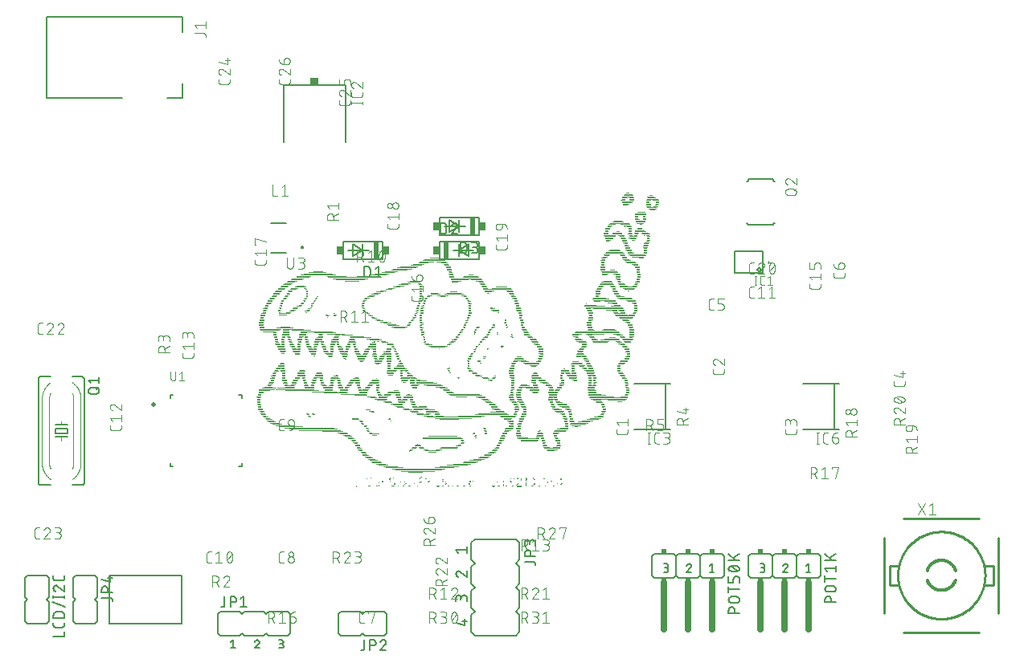
<source format=gbr>
G04 EAGLE Gerber RS-274X export*
G75*
%MOMM*%
%FSLAX34Y34*%
%LPD*%
%INSilkscreen Top*%
%IPPOS*%
%AMOC8*
5,1,8,0,0,1.08239X$1,22.5*%
G01*
%ADD10R,0.083819X0.084581*%
%ADD11R,0.086363X0.084581*%
%ADD12R,0.424181X0.084581*%
%ADD13R,0.254000X0.084581*%
%ADD14R,0.167637X0.084581*%
%ADD15R,0.337819X0.084581*%
%ADD16R,0.170181X0.084581*%
%ADD17R,0.591819X0.084581*%
%ADD18R,0.083819X0.084838*%
%ADD19R,0.086363X0.084838*%
%ADD20R,0.170181X0.084838*%
%ADD21R,0.167637X0.084838*%
%ADD22R,0.254000X0.084838*%
%ADD23R,1.440181X0.084581*%
%ADD24R,3.472181X0.084581*%
%ADD25R,4.572000X0.084838*%
%ADD26R,4.909819X0.084581*%
%ADD27R,5.588000X0.084581*%
%ADD28R,6.433819X0.084838*%
%ADD29R,1.945638X0.084581*%
%ADD30R,2.115819X0.084581*%
%ADD31R,1.524000X0.084581*%
%ADD32R,1.948181X0.084581*%
%ADD33R,1.356363X0.084838*%
%ADD34R,2.199638X0.084838*%
%ADD35R,1.099819X0.084581*%
%ADD36R,2.118362X0.084581*%
%ADD37R,1.016000X0.084838*%
%ADD38R,1.694181X0.084838*%
%ADD39R,0.932181X0.084581*%
%ADD40R,1.437638X0.084581*%
%ADD41R,0.845819X0.084838*%
%ADD42R,1.440181X0.084838*%
%ADD43R,0.845819X0.084581*%
%ADD44R,1.270000X0.084581*%
%ADD45R,0.762000X0.084581*%
%ADD46R,1.186181X0.084581*%
%ADD47R,1.099819X0.084838*%
%ADD48R,0.675638X0.084581*%
%ADD49R,0.678181X0.084581*%
%ADD50R,0.675638X0.084838*%
%ADD51R,0.594363X0.084581*%
%ADD52R,0.591819X0.084838*%
%ADD53R,0.508000X0.084581*%
%ADD54R,0.848363X0.084581*%
%ADD55R,0.508000X0.084838*%
%ADD56R,1.270000X0.084838*%
%ADD57R,0.678181X0.084838*%
%ADD58R,0.421637X0.084581*%
%ADD59R,1.607819X0.084581*%
%ADD60R,0.424181X0.084838*%
%ADD61R,0.421637X0.084838*%
%ADD62R,1.778000X0.084838*%
%ADD63R,1.524000X0.084838*%
%ADD64R,1.861819X0.084581*%
%ADD65R,1.694181X0.084581*%
%ADD66R,1.778000X0.084581*%
%ADD67R,0.340363X0.084581*%
%ADD68R,0.932181X0.084838*%
%ADD69R,0.762000X0.084838*%
%ADD70R,0.337819X0.084838*%
%ADD71R,0.340363X0.084838*%
%ADD72R,2.115819X0.084838*%
%ADD73R,4.150362X0.084581*%
%ADD74R,2.199638X0.084581*%
%ADD75R,3.980181X0.084581*%
%ADD76R,1.102363X0.084581*%
%ADD77R,3.726181X0.084838*%
%ADD78R,3.048000X0.084581*%
%ADD79R,0.848363X0.084838*%
%ADD80R,1.016000X0.084581*%
%ADD81R,1.353819X0.084838*%
%ADD82R,2.202181X0.084581*%
%ADD83R,4.485638X0.084581*%
%ADD84R,4.658362X0.084838*%
%ADD85R,5.163819X0.084581*%
%ADD86R,1.183638X0.084581*%
%ADD87R,5.247638X0.084581*%
%ADD88R,3.642363X0.084838*%
%ADD89R,2.540000X0.084581*%
%ADD90R,1.610363X0.084581*%
%ADD91R,1.864363X0.084581*%
%ADD92R,2.032000X0.084838*%
%ADD93R,0.594363X0.084838*%
%ADD94R,1.102363X0.084838*%
%ADD95R,3.893819X0.084581*%
%ADD96R,4.826000X0.084838*%
%ADD97R,5.755638X0.084581*%
%ADD98R,2.794000X0.084581*%
%ADD99R,4.996181X0.084838*%
%ADD100R,3.131819X0.084581*%
%ADD101R,2.372362X0.084838*%
%ADD102R,1.356363X0.084581*%
%ADD103R,0.929638X0.084581*%
%ADD104R,1.183638X0.084838*%
%ADD105R,0.929638X0.084838*%
%ADD106R,1.353819X0.084581*%
%ADD107R,3.810000X0.084581*%
%ADD108R,1.607819X0.084838*%
%ADD109R,3.893819X0.084838*%
%ADD110R,3.385819X0.084838*%
%ADD111R,2.369819X0.084838*%
%ADD112R,3.388362X0.084581*%
%ADD113R,2.710181X0.084581*%
%ADD114R,3.302000X0.084581*%
%ADD115R,1.437638X0.084838*%
%ADD116R,2.623819X0.084581*%
%ADD117R,3.218181X0.084838*%
%ADD118R,3.556000X0.084581*%
%ADD119R,4.147819X0.084581*%
%ADD120R,4.485638X0.084838*%
%ADD121R,1.186181X0.084838*%
%ADD122R,1.691638X0.084581*%
%ADD123R,2.964181X0.084838*%
%ADD124R,2.032000X0.084581*%
%ADD125R,1.948181X0.084838*%
%ADD126R,2.286000X0.084838*%
%ADD127R,4.909819X0.084838*%
%ADD128R,2.286000X0.084581*%
%ADD129R,4.742181X0.084581*%
%ADD130R,4.572000X0.084581*%
%ADD131R,2.540000X0.084838*%
%ADD132R,4.234181X0.084838*%
%ADD133R,2.961638X0.084838*%
%ADD134R,3.215638X0.084581*%
%ADD135R,3.896363X0.084838*%
%ADD136R,2.369819X0.084581*%
%ADD137R,2.964181X0.084581*%
%ADD138R,1.610363X0.084838*%
%ADD139R,1.861819X0.084838*%
%ADD140R,2.456181X0.084838*%
%ADD141R,3.723638X0.084581*%
%ADD142R,2.118362X0.084838*%
%ADD143R,5.334000X0.084581*%
%ADD144R,2.456181X0.084581*%
%ADD145R,3.726181X0.084581*%
%ADD146R,2.453638X0.084838*%
%ADD147R,1.691638X0.084838*%
%ADD148C,0.101600*%
%ADD149C,0.152400*%
%ADD150R,0.508000X1.870000*%
%ADD151R,0.635000X0.850000*%
%ADD152C,0.127000*%
%ADD153C,0.000000*%
%ADD154C,0.076200*%
%ADD155C,0.203200*%
%ADD156R,0.863600X0.762000*%
%ADD157C,0.660400*%
%ADD158R,0.609600X0.508000*%
%ADD159C,0.050800*%
%ADD160C,0.150000*%
%ADD161C,0.500000*%
%ADD162C,0.200000*%
%ADD163C,0.254000*%
%ADD164C,0.304800*%


D10*
X387749Y182016D03*
D11*
X473258Y182016D03*
X531678Y182016D03*
D12*
X558767Y182016D03*
D10*
X387749Y182862D03*
D13*
X401300Y182862D03*
D14*
X408488Y182862D03*
D10*
X411447Y182862D03*
D15*
X425417Y182862D03*
D10*
X431767Y182862D03*
D14*
X436428Y182862D03*
D13*
X443617Y182862D03*
D10*
X452087Y182862D03*
D15*
X472839Y182862D03*
D11*
X478338Y182862D03*
D16*
X483837Y182862D03*
D10*
X489349Y182862D03*
D13*
X494417Y182862D03*
X501198Y182862D03*
D16*
X506697Y182862D03*
D15*
X531259Y182862D03*
D13*
X537597Y182862D03*
D10*
X542689Y182862D03*
D16*
X544797Y182862D03*
D11*
X551998Y182862D03*
D17*
X558767Y182862D03*
D10*
X566387Y182862D03*
D16*
X571899Y182862D03*
X579519Y182862D03*
D10*
X586707Y182862D03*
D16*
X594759Y182862D03*
D18*
X411447Y183709D03*
D19*
X422458Y183709D03*
X478338Y183709D03*
X506278Y183709D03*
D18*
X542689Y183709D03*
X556227Y183709D03*
X566387Y183709D03*
X574007Y183709D03*
D11*
X427538Y184556D03*
D10*
X438549Y184556D03*
X481729Y184556D03*
D11*
X506278Y184556D03*
D10*
X542689Y184556D03*
D11*
X557078Y184556D03*
D10*
X566387Y184556D03*
D11*
X574858Y184556D03*
X602798Y184556D03*
X427538Y185402D03*
D14*
X438968Y185402D03*
D10*
X448709Y185402D03*
D16*
X481297Y185402D03*
D11*
X506278Y185402D03*
D10*
X557929Y185402D03*
X566387Y185402D03*
D16*
X574439Y185402D03*
D10*
X599407Y185402D03*
D16*
X603217Y185402D03*
D18*
X411447Y186249D03*
D20*
X427119Y186249D03*
D21*
X438968Y186249D03*
D22*
X449560Y186249D03*
D18*
X454627Y186249D03*
D20*
X481297Y186249D03*
D19*
X506278Y186249D03*
X549458Y186249D03*
D18*
X566387Y186249D03*
X589247Y186249D03*
D11*
X414838Y187096D03*
D10*
X434307Y187096D03*
X438549Y187096D03*
D13*
X455478Y187096D03*
D11*
X463098Y187096D03*
D10*
X481729Y187096D03*
D16*
X506697Y187096D03*
D10*
X535907Y187096D03*
X542689Y187096D03*
D16*
X549877Y187096D03*
D10*
X589247Y187096D03*
D11*
X414838Y187942D03*
D10*
X423309Y187942D03*
D16*
X463517Y187942D03*
D11*
X478338Y187942D03*
D16*
X506697Y187942D03*
D10*
X510507Y187942D03*
X542689Y187942D03*
D11*
X549458Y187942D03*
D10*
X566387Y187942D03*
D11*
X592638Y187942D03*
D19*
X422458Y188789D03*
D22*
X430917Y188789D03*
D19*
X478338Y188789D03*
D18*
X561307Y188789D03*
X566387Y188789D03*
D20*
X574439Y188789D03*
D11*
X422458Y189636D03*
X478338Y189636D03*
D10*
X561307Y189636D03*
D14*
X565968Y189636D03*
D16*
X574439Y189636D03*
D11*
X602798Y189636D03*
D10*
X398747Y190482D03*
D11*
X422458Y190482D03*
D10*
X454627Y190482D03*
D11*
X460558Y190482D03*
D10*
X550309Y190482D03*
X553687Y190482D03*
D11*
X557078Y190482D03*
D10*
X561307Y190482D03*
D14*
X565968Y190482D03*
D10*
X574007Y190482D03*
D11*
X585018Y190482D03*
X602798Y190482D03*
D19*
X399598Y191329D03*
D18*
X402989Y191329D03*
X423309Y191329D03*
X426687Y191329D03*
X454627Y191329D03*
X557929Y191329D03*
X566387Y191329D03*
X574007Y191329D03*
D19*
X602798Y191329D03*
D11*
X455478Y192176D03*
D23*
X449547Y197256D03*
D24*
X452087Y198102D03*
D25*
X452507Y198949D03*
D26*
X452519Y199796D03*
D27*
X452507Y200642D03*
D28*
X452519Y201489D03*
D29*
X427538Y202336D03*
D30*
X480027Y202336D03*
D31*
X422890Y203182D03*
D32*
X485107Y203182D03*
D33*
X418648Y204029D03*
D34*
X489768Y204029D03*
D35*
X415689Y204876D03*
D36*
X493578Y204876D03*
D35*
X413149Y205722D03*
D29*
X498658Y205722D03*
D37*
X411028Y206569D03*
D38*
X503319Y206569D03*
D39*
X408907Y207416D03*
D40*
X506278Y207416D03*
D39*
X408069Y208262D03*
D23*
X507967Y208262D03*
D41*
X406799Y209109D03*
D42*
X510507Y209109D03*
D43*
X405097Y209956D03*
D44*
X513060Y209956D03*
D45*
X403840Y210802D03*
D46*
X516019Y210802D03*
D41*
X402557Y211649D03*
D47*
X518127Y211649D03*
D48*
X400868Y212496D03*
D35*
X520667Y212496D03*
D49*
X399179Y213342D03*
D39*
X522369Y213342D03*
D50*
X398328Y214189D03*
D41*
X524477Y214189D03*
D51*
X397058Y215036D03*
D45*
X525760Y215036D03*
D17*
X396207Y215882D03*
D45*
X526598Y215882D03*
D52*
X396207Y216729D03*
D50*
X527868Y216729D03*
D17*
X395369Y217576D03*
D49*
X528719Y217576D03*
D53*
X394087Y218422D03*
D54*
X466908Y218422D03*
D48*
X530408Y218422D03*
D55*
X393248Y219269D03*
D18*
X443629Y219269D03*
D56*
X467340Y219269D03*
D57*
X531259Y219269D03*
D58*
X391978Y220116D03*
D13*
X444480Y220116D03*
D59*
X467327Y220116D03*
D17*
X532529Y220116D03*
D45*
X592638Y220116D03*
D12*
X391127Y220962D03*
D58*
X445318Y220962D03*
D53*
X460127Y220962D03*
D49*
X473677Y220962D03*
D53*
X532948Y220962D03*
D46*
X593057Y220962D03*
D60*
X391127Y221809D03*
X446169Y221809D03*
D61*
X458018Y221809D03*
D62*
X481717Y221809D03*
D55*
X533787Y221809D03*
D63*
X593070Y221809D03*
D53*
X389870Y222656D03*
X447427Y222656D03*
D12*
X456329Y222656D03*
D64*
X483837Y222656D03*
D12*
X535069Y222656D03*
D65*
X593057Y222656D03*
D58*
X389438Y223502D03*
D53*
X448290Y223502D03*
X455047Y223502D03*
D66*
X485958Y223502D03*
D67*
X535488Y223502D03*
D49*
X587139Y223502D03*
D45*
X598557Y223502D03*
D60*
X388587Y224349D03*
D68*
X451249Y224349D03*
D69*
X491877Y224349D03*
D60*
X535907Y224349D03*
D55*
X586288Y224349D03*
X599827Y224349D03*
D12*
X388587Y225196D03*
D48*
X451668Y225196D03*
D53*
X494010Y225196D03*
D15*
X536339Y225196D03*
D12*
X585869Y225196D03*
D53*
X599827Y225196D03*
X388168Y226042D03*
X451668Y226042D03*
D58*
X496118Y226042D03*
X536758Y226042D03*
D15*
X585437Y226042D03*
D58*
X600258Y226042D03*
D60*
X387749Y226889D03*
D18*
X452087Y226889D03*
D60*
X497807Y226889D03*
D70*
X537177Y226889D03*
X585437Y226889D03*
D61*
X600258Y226889D03*
D58*
X386898Y227736D03*
X498658Y227736D03*
D67*
X538028Y227736D03*
D13*
X585018Y227736D03*
D58*
X600258Y227736D03*
D12*
X386047Y228582D03*
D15*
X499077Y228582D03*
D67*
X538028Y228582D03*
D15*
X584599Y228582D03*
D58*
X600258Y228582D03*
D60*
X385209Y229429D03*
D71*
X499928Y229429D03*
D61*
X539298Y229429D03*
D56*
X571480Y229429D03*
D22*
X584180Y229429D03*
D70*
X599839Y229429D03*
D58*
X384358Y230276D03*
D13*
X499497Y230276D03*
D58*
X539298Y230276D03*
D66*
X569778Y230276D03*
D67*
X583748Y230276D03*
D12*
X599407Y230276D03*
D53*
X383927Y231122D03*
D58*
X498658Y231122D03*
D12*
X540149Y231122D03*
D64*
X569359Y231122D03*
D67*
X583748Y231122D03*
D12*
X599407Y231122D03*
D55*
X383088Y231969D03*
D61*
X458018Y231969D03*
D55*
X497388Y231969D03*
D60*
X540149Y231969D03*
D72*
X568927Y231969D03*
D70*
X582897Y231969D03*
D60*
X598569Y231969D03*
D51*
X381818Y232816D03*
D73*
X478338Y232816D03*
D53*
X540568Y232816D03*
D74*
X568508Y232816D03*
D15*
X582897Y232816D03*
X598137Y232816D03*
D17*
X380967Y233662D03*
D75*
X477487Y233662D03*
D14*
X512628Y233662D03*
D12*
X540987Y233662D03*
D76*
X562158Y233662D03*
D15*
X577817Y233662D03*
X582897Y233662D03*
D58*
X597718Y233662D03*
D50*
X380548Y234509D03*
D77*
X477919Y234509D03*
D21*
X512628Y234509D03*
D60*
X540987Y234509D03*
D57*
X560037Y234509D03*
D70*
X577817Y234509D03*
X582897Y234509D03*
X597299Y234509D03*
D45*
X379278Y235356D03*
D78*
X477907Y235356D03*
D13*
X513060Y235356D03*
D53*
X541407Y235356D03*
D17*
X558767Y235356D03*
D45*
X580777Y235356D03*
D67*
X596448Y235356D03*
D45*
X377577Y236202D03*
D53*
X405948Y236202D03*
D14*
X512628Y236202D03*
D58*
X541838Y236202D03*
D12*
X557929Y236202D03*
D49*
X580357Y236202D03*
D67*
X596448Y236202D03*
D41*
X376319Y237049D03*
D79*
X405948Y237049D03*
D22*
X512197Y237049D03*
D19*
X524058Y237049D03*
D55*
X542270Y237049D03*
D60*
X557929Y237049D03*
D57*
X580357Y237049D03*
D71*
X596448Y237049D03*
D43*
X373779Y237896D03*
D80*
X405948Y237896D03*
D13*
X511358Y237896D03*
X524058Y237896D03*
D53*
X543108Y237896D03*
D12*
X557929Y237896D03*
D49*
X580357Y237896D03*
D12*
X596867Y237896D03*
D80*
X372090Y238742D03*
D15*
X401719Y238742D03*
D16*
X510939Y238742D03*
D13*
X524058Y238742D03*
D12*
X543527Y238742D03*
X557929Y238742D03*
D53*
X580370Y238742D03*
D51*
X597718Y238742D03*
D81*
X368699Y239589D03*
D71*
X400868Y239589D03*
D22*
X524058Y239589D03*
D61*
X544378Y239589D03*
D60*
X557929Y239589D03*
D61*
X579938Y239589D03*
D37*
X599827Y239589D03*
D82*
X361917Y240436D03*
D13*
X400437Y240436D03*
X524058Y240436D03*
D53*
X544810Y240436D03*
D15*
X557497Y240436D03*
D13*
X579938Y240436D03*
D44*
X601960Y240436D03*
D83*
X348798Y241282D03*
D13*
X399598Y241282D03*
X523220Y241282D03*
D49*
X546499Y241282D03*
D15*
X557497Y241282D03*
D16*
X580357Y241282D03*
D44*
X602798Y241282D03*
D84*
X346258Y242129D03*
D22*
X399598Y242129D03*
X523220Y242129D03*
D69*
X546918Y242129D03*
D70*
X557497Y242129D03*
D19*
X579938Y242129D03*
D81*
X603217Y242129D03*
D85*
X342029Y242976D03*
D16*
X399179Y242976D03*
D13*
X523220Y242976D03*
D43*
X547337Y242976D03*
D12*
X557929Y242976D03*
D86*
X604068Y242976D03*
D87*
X337368Y243822D03*
D13*
X398760Y243822D03*
X522357Y243822D03*
D54*
X548188Y243822D03*
D12*
X557929Y243822D03*
D43*
X605757Y243822D03*
D88*
X325938Y244669D03*
D22*
X397897Y244669D03*
D20*
X521937Y244669D03*
D69*
X548620Y244669D03*
D71*
X558348Y244669D03*
D61*
X607878Y244669D03*
D89*
X317887Y245516D03*
D13*
X397058Y245516D03*
D53*
X549890Y245516D03*
D67*
X558348Y245516D03*
D15*
X608297Y245516D03*
X618457Y245516D03*
D65*
X310279Y246362D03*
D15*
X396639Y246362D03*
D12*
X550309Y246362D03*
D67*
X558348Y246362D03*
D15*
X608297Y246362D03*
D39*
X618889Y246362D03*
D33*
X306888Y247209D03*
D71*
X395788Y247209D03*
X550728Y247209D03*
D60*
X558767Y247209D03*
D70*
X608297Y247209D03*
D81*
X620159Y247209D03*
D80*
X303510Y248056D03*
D13*
X394518Y248056D03*
D67*
X550728Y248056D03*
D12*
X558767Y248056D03*
D15*
X608297Y248056D03*
D90*
X620578Y248056D03*
D39*
X301389Y248902D03*
D13*
X393680Y248902D03*
D12*
X550309Y248902D03*
D58*
X559618Y248902D03*
D15*
X608297Y248902D03*
D91*
X621848Y248902D03*
D69*
X299700Y249749D03*
D71*
X393248Y249749D03*
D55*
X549890Y249749D03*
D61*
X559618Y249749D03*
X607878Y249749D03*
D92*
X622687Y249749D03*
D45*
X298837Y250596D03*
D15*
X392397Y250596D03*
D53*
X549890Y250596D03*
D15*
X560037Y250596D03*
D58*
X607878Y250596D03*
D17*
X614647Y250596D03*
D44*
X627360Y250596D03*
D45*
X297160Y251442D03*
D15*
X391559Y251442D03*
D10*
X424147Y251442D03*
D51*
X549458Y251442D03*
D12*
X560469Y251442D03*
D58*
X607878Y251442D03*
D12*
X613809Y251442D03*
D46*
X630319Y251442D03*
D57*
X295877Y252289D03*
D93*
X389438Y252289D03*
D22*
X423297Y252289D03*
D69*
X547757Y252289D03*
D60*
X560469Y252289D03*
D61*
X607878Y252289D03*
D70*
X613377Y252289D03*
D94*
X633278Y252289D03*
D49*
X295039Y253136D03*
D45*
X386898Y253136D03*
D13*
X422458Y253136D03*
D32*
X485107Y253136D03*
D45*
X546918Y253136D03*
D12*
X561307Y253136D03*
D15*
X607459Y253136D03*
X613377Y253136D03*
D44*
X636657Y253136D03*
D17*
X293769Y253982D03*
D48*
X385628Y253982D03*
D16*
X422039Y253982D03*
D95*
X488917Y253982D03*
D43*
X546499Y253982D03*
D12*
X561307Y253982D03*
X607027Y253982D03*
D15*
X613377Y253982D03*
D46*
X638777Y253982D03*
D93*
X292918Y254829D03*
D96*
X489337Y254829D03*
D56*
X546918Y254829D03*
D61*
X562158Y254829D03*
D60*
X607027Y254829D03*
D22*
X612958Y254829D03*
D94*
X640898Y254829D03*
D53*
X291648Y255676D03*
D11*
X338638Y255676D03*
D97*
X489768Y255676D03*
D31*
X546487Y255676D03*
D58*
X562158Y255676D03*
D67*
X606608Y255676D03*
D13*
X612958Y255676D03*
D39*
X642587Y255676D03*
D58*
X290378Y256522D03*
D13*
X337800Y256522D03*
D80*
X462667Y256522D03*
D54*
X474528Y256522D03*
D98*
X508818Y256522D03*
D65*
X546499Y256522D03*
D12*
X563009Y256522D03*
D15*
X605757Y256522D03*
D13*
X612958Y256522D03*
D17*
X644289Y256522D03*
D55*
X289947Y257369D03*
D71*
X337368Y257369D03*
D22*
X342880Y257369D03*
D47*
X459707Y257369D03*
D60*
X472407Y257369D03*
D99*
X530827Y257369D03*
D60*
X563009Y257369D03*
D70*
X605757Y257369D03*
X612539Y257369D03*
D61*
X645978Y257369D03*
D12*
X289527Y258216D03*
D13*
X336937Y258216D03*
X342880Y258216D03*
D44*
X458018Y258216D03*
D12*
X472407Y258216D03*
D24*
X529989Y258216D03*
D15*
X554119Y258216D03*
D12*
X563847Y258216D03*
D15*
X604919Y258216D03*
X612539Y258216D03*
D58*
X645978Y258216D03*
D12*
X288689Y259062D03*
D13*
X336098Y259062D03*
X342017Y259062D03*
D45*
X454640Y259062D03*
D53*
X462667Y259062D03*
X471988Y259062D03*
D100*
X530827Y259062D03*
D58*
X554538Y259062D03*
D12*
X563847Y259062D03*
X604487Y259062D03*
D15*
X612539Y259062D03*
X646397Y259062D03*
D55*
X288270Y259909D03*
D19*
X336098Y259909D03*
D20*
X341597Y259909D03*
D69*
X452100Y259909D03*
D55*
X462667Y259909D03*
D52*
X471569Y259909D03*
D101*
X532948Y259909D03*
D70*
X554957Y259909D03*
D55*
X564267Y259909D03*
D57*
X603217Y259909D03*
D70*
X612539Y259909D03*
D60*
X646829Y259909D03*
D58*
X287838Y260756D03*
X404678Y260756D03*
D45*
X449560Y260756D03*
D102*
X466908Y260756D03*
D59*
X535907Y260756D03*
D13*
X555377Y260756D03*
D58*
X564698Y260756D03*
D45*
X601960Y260756D03*
D13*
X612120Y260756D03*
D67*
X647248Y260756D03*
D53*
X287407Y261602D03*
D17*
X402989Y261602D03*
D103*
X447858Y261602D03*
D46*
X466057Y261602D03*
D54*
X538028Y261602D03*
D67*
X555808Y261602D03*
D58*
X564698Y261602D03*
D39*
X601109Y261602D03*
D67*
X611688Y261602D03*
D12*
X647667Y261602D03*
D60*
X286987Y262449D03*
D55*
X400868Y262449D03*
D104*
X446588Y262449D03*
D94*
X465638Y262449D03*
D69*
X536758Y262449D03*
D60*
X556227Y262449D03*
D61*
X564698Y262449D03*
D105*
X600258Y262449D03*
D60*
X611269Y262449D03*
D70*
X648099Y262449D03*
D12*
X286149Y263296D03*
D53*
X399167Y263296D03*
D54*
X441508Y263296D03*
D39*
X452087Y263296D03*
D80*
X464368Y263296D03*
D48*
X535488Y263296D03*
D12*
X556227Y263296D03*
D58*
X564698Y263296D03*
D54*
X598988Y263296D03*
D53*
X610850Y263296D03*
D15*
X648099Y263296D03*
D12*
X286149Y264142D03*
D48*
X438968Y264142D03*
D31*
X455047Y264142D03*
D45*
X534218Y264142D03*
D12*
X556227Y264142D03*
D58*
X564698Y264142D03*
D45*
X597718Y264142D03*
D17*
X609567Y264142D03*
D15*
X648099Y264142D03*
D61*
X285298Y264989D03*
D69*
X436860Y264989D03*
D63*
X454208Y264989D03*
D69*
X533380Y264989D03*
D60*
X556227Y264989D03*
D55*
X564267Y264989D03*
D52*
X596029Y264989D03*
D69*
X608717Y264989D03*
D70*
X648099Y264989D03*
D58*
X285298Y265836D03*
D45*
X434320Y265836D03*
D59*
X453789Y265836D03*
D49*
X532097Y265836D03*
D12*
X556227Y265836D03*
X563847Y265836D03*
D58*
X595178Y265836D03*
D43*
X607459Y265836D03*
D13*
X647680Y265836D03*
D58*
X285298Y266682D03*
D45*
X432618Y266682D03*
D53*
X448290Y266682D03*
D54*
X456748Y266682D03*
D49*
X532097Y266682D03*
D67*
X555808Y266682D03*
D12*
X563009Y266682D03*
X594327Y266682D03*
D39*
X606189Y266682D03*
D67*
X647248Y266682D03*
D70*
X284879Y267529D03*
D79*
X431348Y267529D03*
D61*
X447858Y267529D03*
D52*
X457167Y267529D03*
D57*
X531259Y267529D03*
D60*
X555389Y267529D03*
X563009Y267529D03*
D71*
X593908Y267529D03*
D37*
X605770Y267529D03*
D71*
X647248Y267529D03*
D15*
X284879Y268376D03*
D35*
X430929Y268376D03*
D58*
X447858Y268376D03*
D48*
X530408Y268376D03*
D12*
X555389Y268376D03*
D58*
X562158Y268376D03*
D67*
X593908Y268376D03*
D35*
X604487Y268376D03*
D15*
X646397Y268376D03*
D67*
X284028Y269222D03*
D44*
X430078Y269222D03*
D12*
X447007Y269222D03*
D49*
X529557Y269222D03*
D58*
X554538Y269222D03*
D53*
X561727Y269222D03*
D15*
X593057Y269222D03*
D80*
X603230Y269222D03*
D15*
X646397Y269222D03*
D71*
X284028Y270069D03*
D69*
X424160Y270069D03*
D52*
X434307Y270069D03*
D60*
X447007Y270069D03*
D52*
X528287Y270069D03*
D55*
X554107Y270069D03*
X560888Y270069D03*
D70*
X593057Y270069D03*
D79*
X601528Y270069D03*
D60*
X645127Y270069D03*
D67*
X284028Y270916D03*
D45*
X421620Y270916D03*
D49*
X434739Y270916D03*
D67*
X446588Y270916D03*
D49*
X527017Y270916D03*
D53*
X553268Y270916D03*
X560888Y270916D03*
D58*
X592638Y270916D03*
D49*
X600677Y270916D03*
D51*
X643438Y270916D03*
D67*
X284028Y271762D03*
D43*
X419499Y271762D03*
D45*
X435158Y271762D03*
D12*
X446169Y271762D03*
D48*
X525328Y271762D03*
D17*
X552849Y271762D03*
D51*
X559618Y271762D03*
D15*
X592219Y271762D03*
D17*
X599407Y271762D03*
D48*
X642168Y271762D03*
D17*
X664609Y271762D03*
D71*
X284028Y272609D03*
D69*
X415677Y272609D03*
D41*
X435577Y272609D03*
D60*
X446169Y272609D03*
D57*
X524477Y272609D03*
D93*
X551998Y272609D03*
D55*
X559187Y272609D03*
D70*
X592219Y272609D03*
D52*
X598569Y272609D03*
D69*
X641737Y272609D03*
D81*
X663339Y272609D03*
D67*
X284028Y273456D03*
D39*
X413987Y273456D03*
D80*
X435590Y273456D03*
D58*
X445318Y273456D03*
D49*
X523639Y273456D03*
D17*
X551147Y273456D03*
D53*
X559187Y273456D03*
D12*
X591787Y273456D03*
D58*
X597718Y273456D03*
D103*
X640898Y273456D03*
D29*
X661218Y273456D03*
D67*
X284028Y274302D03*
D106*
X412717Y274302D03*
D15*
X432199Y274302D03*
D17*
X438549Y274302D03*
D58*
X445318Y274302D03*
D49*
X521937Y274302D03*
D53*
X550728Y274302D03*
X558348Y274302D03*
D12*
X591787Y274302D03*
X596867Y274302D03*
D107*
X653598Y274302D03*
D71*
X284028Y275149D03*
D108*
X411447Y275149D03*
D60*
X431767Y275149D03*
D37*
X441508Y275149D03*
D69*
X520680Y275149D03*
D60*
X550309Y275149D03*
D55*
X558348Y275149D03*
D60*
X591787Y275149D03*
D71*
X596448Y275149D03*
D109*
X653179Y275149D03*
D67*
X284028Y275996D03*
D49*
X405097Y275996D03*
D103*
X414838Y275996D03*
D12*
X431767Y275996D03*
D39*
X441927Y275996D03*
D45*
X519817Y275996D03*
D12*
X550309Y275996D03*
D53*
X558348Y275996D03*
D12*
X591787Y275996D03*
D67*
X596448Y275996D03*
D75*
X652747Y275996D03*
D12*
X284447Y276842D03*
D43*
X402557Y276842D03*
D80*
X415270Y276842D03*
D12*
X431767Y276842D03*
D39*
X441927Y276842D03*
D86*
X497388Y276842D03*
D80*
X517708Y276842D03*
D12*
X550309Y276842D03*
X557929Y276842D03*
D54*
X593908Y276842D03*
D89*
X645547Y276842D03*
D45*
X669677Y276842D03*
D70*
X284879Y277689D03*
D68*
X397909Y277689D03*
D47*
X415689Y277689D03*
D71*
X431348Y277689D03*
D57*
X442359Y277689D03*
D110*
X504157Y277689D03*
D60*
X550309Y277689D03*
X557929Y277689D03*
D79*
X593908Y277689D03*
D111*
X643857Y277689D03*
D55*
X670947Y277689D03*
D58*
X285298Y278536D03*
D106*
X391559Y278536D03*
D53*
X411867Y278536D03*
D49*
X419499Y278536D03*
D12*
X430929Y278536D03*
D51*
X442778Y278536D03*
D112*
X502468Y278536D03*
D12*
X550309Y278536D03*
X557929Y278536D03*
D54*
X593908Y278536D03*
D64*
X640479Y278536D03*
D58*
X671378Y278536D03*
X285298Y279382D03*
D113*
X383939Y279382D03*
D67*
X411028Y279382D03*
D45*
X420757Y279382D03*
D12*
X430929Y279382D03*
D13*
X442778Y279382D03*
D114*
X501198Y279382D03*
D67*
X550728Y279382D03*
D12*
X557929Y279382D03*
D54*
X593908Y279382D03*
D106*
X637939Y279382D03*
D15*
X671797Y279382D03*
D55*
X285730Y280229D03*
D92*
X374630Y280229D03*
D69*
X393680Y280229D03*
D71*
X411028Y280229D03*
D63*
X425430Y280229D03*
D104*
X489768Y280229D03*
D115*
X506278Y280229D03*
D71*
X550728Y280229D03*
D60*
X557929Y280229D03*
D79*
X593908Y280229D03*
D47*
X636669Y280229D03*
D70*
X671797Y280229D03*
D53*
X286568Y281076D03*
D116*
X365727Y281076D03*
D43*
X394099Y281076D03*
D15*
X410177Y281076D03*
D102*
X426268Y281076D03*
D45*
X486797Y281076D03*
D67*
X550728Y281076D03*
D12*
X557929Y281076D03*
X575709Y281076D03*
D39*
X594327Y281076D03*
D103*
X635818Y281076D03*
D67*
X672648Y281076D03*
D17*
X286987Y281922D03*
D113*
X353459Y281922D03*
D45*
X373360Y281922D03*
D43*
X394099Y281922D03*
D15*
X410177Y281922D03*
D86*
X426268Y281922D03*
D48*
X484688Y281922D03*
D13*
X551160Y281922D03*
D67*
X558348Y281922D03*
D49*
X575277Y281922D03*
D39*
X594327Y281922D03*
D103*
X635818Y281922D03*
D67*
X672648Y281922D03*
D57*
X288257Y282769D03*
D117*
X345839Y282769D03*
D69*
X374198Y282769D03*
D37*
X394087Y282769D03*
D70*
X410177Y282769D03*
D105*
X427538Y282769D03*
D57*
X482999Y282769D03*
D22*
X551160Y282769D03*
D71*
X558348Y282769D03*
D41*
X574439Y282769D03*
D55*
X592207Y282769D03*
D61*
X597718Y282769D03*
D41*
X635399Y282769D03*
D71*
X672648Y282769D03*
D76*
X290378Y283616D03*
D118*
X329748Y283616D03*
D54*
X357688Y283616D03*
D43*
X373779Y283616D03*
D80*
X394087Y283616D03*
D13*
X409758Y283616D03*
D53*
X428808Y283616D03*
D48*
X482148Y283616D03*
D13*
X551160Y283616D03*
D12*
X558767Y283616D03*
D80*
X574427Y283616D03*
D53*
X592207Y283616D03*
D12*
X598569Y283616D03*
D43*
X635399Y283616D03*
D67*
X672648Y283616D03*
D90*
X292918Y284462D03*
D119*
X322547Y284462D03*
D54*
X357688Y284462D03*
D43*
X373779Y284462D03*
D67*
X390708Y284462D03*
D51*
X397058Y284462D03*
D13*
X409758Y284462D03*
D49*
X481297Y284462D03*
D15*
X551579Y284462D03*
D12*
X558767Y284462D03*
D80*
X574427Y284462D03*
D53*
X592207Y284462D03*
X598988Y284462D03*
D45*
X634980Y284462D03*
D67*
X672648Y284462D03*
D120*
X308158Y285309D03*
D37*
X337368Y285309D03*
D79*
X357688Y285309D03*
D37*
X373767Y285309D03*
D71*
X390708Y285309D03*
D93*
X397058Y285309D03*
D22*
X409758Y285309D03*
D69*
X480040Y285309D03*
D70*
X551579Y285309D03*
X559199Y285309D03*
D104*
X573588Y285309D03*
D55*
X592207Y285309D03*
X599827Y285309D03*
D69*
X634980Y285309D03*
D71*
X672648Y285309D03*
D31*
X295027Y286156D03*
D66*
X313238Y286156D03*
D80*
X337368Y286156D03*
D39*
X357269Y286156D03*
D12*
X370807Y286156D03*
D58*
X376738Y286156D03*
D15*
X389857Y286156D03*
D53*
X398328Y286156D03*
D15*
X409339Y286156D03*
D12*
X448709Y286156D03*
D43*
X478757Y286156D03*
D15*
X551579Y286156D03*
X560037Y286156D03*
D44*
X572318Y286156D03*
D58*
X592638Y286156D03*
D53*
X600690Y286156D03*
D45*
X634980Y286156D03*
D67*
X672648Y286156D03*
D54*
X294188Y287002D03*
D80*
X317048Y287002D03*
X337368Y287002D03*
D35*
X357269Y287002D03*
D12*
X370807Y287002D03*
X377589Y287002D03*
D15*
X389857Y287002D03*
D53*
X399167Y287002D03*
D15*
X409339Y287002D03*
D17*
X448709Y287002D03*
D80*
X475367Y287002D03*
D15*
X551579Y287002D03*
D23*
X565549Y287002D03*
D12*
X576547Y287002D03*
X591787Y287002D03*
D17*
X601109Y287002D03*
D45*
X634980Y287002D03*
D13*
X672217Y287002D03*
D60*
X294607Y287849D03*
D37*
X317048Y287849D03*
X337368Y287849D03*
D57*
X354297Y287849D03*
D60*
X360647Y287849D03*
X369969Y287849D03*
D55*
X378008Y287849D03*
D70*
X389857Y287849D03*
D55*
X400030Y287849D03*
D70*
X409339Y287849D03*
D69*
X448697Y287849D03*
D81*
X472839Y287849D03*
D70*
X551579Y287849D03*
D121*
X565117Y287849D03*
D55*
X576128Y287849D03*
X591368Y287849D03*
D52*
X601947Y287849D03*
D41*
X635399Y287849D03*
D22*
X672217Y287849D03*
D15*
X295039Y288696D03*
D35*
X316629Y288696D03*
D12*
X334409Y288696D03*
D58*
X341178Y288696D03*
D53*
X353447Y288696D03*
D12*
X360647Y288696D03*
X369969Y288696D03*
D53*
X378847Y288696D03*
D58*
X389438Y288696D03*
D53*
X400868Y288696D03*
D15*
X409339Y288696D03*
D45*
X448697Y288696D03*
D122*
X469448Y288696D03*
D13*
X551998Y288696D03*
D80*
X564267Y288696D03*
D12*
X575709Y288696D03*
D51*
X590098Y288696D03*
D58*
X602798Y288696D03*
D43*
X635399Y288696D03*
D13*
X672217Y288696D03*
D17*
X296309Y289542D03*
D58*
X313238Y289542D03*
D53*
X320427Y289542D03*
D15*
X333977Y289542D03*
D58*
X341178Y289542D03*
D12*
X352189Y289542D03*
D15*
X361079Y289542D03*
X369537Y289542D03*
D53*
X379710Y289542D03*
D15*
X389019Y289542D03*
D53*
X401707Y289542D03*
D15*
X409339Y289542D03*
D54*
X449128Y289542D03*
D91*
X466908Y289542D03*
D15*
X551579Y289542D03*
D48*
X563428Y289542D03*
D53*
X575290Y289542D03*
D17*
X589247Y289542D03*
D53*
X603230Y289542D03*
D58*
X633278Y289542D03*
D13*
X638358Y289542D03*
D15*
X671797Y289542D03*
D52*
X296309Y290389D03*
D60*
X312387Y290389D03*
D61*
X320858Y290389D03*
D70*
X333977Y290389D03*
D61*
X341178Y290389D03*
D70*
X351757Y290389D03*
D61*
X361498Y290389D03*
D70*
X369537Y290389D03*
D52*
X380129Y290389D03*
D70*
X389019Y290389D03*
D52*
X402989Y290389D03*
D70*
X409339Y290389D03*
D123*
X459707Y290389D03*
D70*
X551579Y290389D03*
D61*
X574858Y290389D03*
D93*
X587558Y290389D03*
D55*
X604068Y290389D03*
D61*
X633278Y290389D03*
D22*
X638358Y290389D03*
D70*
X671797Y290389D03*
D53*
X296728Y291236D03*
D12*
X312387Y291236D03*
D53*
X321290Y291236D03*
D15*
X333139Y291236D03*
X341597Y291236D03*
X350919Y291236D03*
D58*
X361498Y291236D03*
D15*
X368699Y291236D03*
D17*
X380967Y291236D03*
D12*
X388587Y291236D03*
D35*
X405529Y291236D03*
D12*
X446169Y291236D03*
D82*
X460977Y291236D03*
D15*
X551579Y291236D03*
D58*
X574858Y291236D03*
D48*
X586288Y291236D03*
D12*
X603649Y291236D03*
D58*
X633278Y291236D03*
D13*
X638358Y291236D03*
D15*
X671797Y291236D03*
D53*
X297567Y292082D03*
D67*
X311968Y292082D03*
D53*
X321290Y292082D03*
D15*
X333139Y292082D03*
D12*
X342029Y292082D03*
D15*
X350919Y292082D03*
D58*
X361498Y292082D03*
D15*
X368699Y292082D03*
D53*
X381387Y292082D03*
D12*
X388587Y292082D03*
D80*
X405948Y292082D03*
D58*
X437698Y292082D03*
D12*
X446169Y292082D03*
D66*
X459720Y292082D03*
D15*
X551579Y292082D03*
D12*
X574007Y292082D03*
D45*
X585018Y292082D03*
D67*
X604068Y292082D03*
D58*
X633278Y292082D03*
D15*
X638777Y292082D03*
X670959Y292082D03*
D61*
X297998Y292929D03*
D60*
X311549Y292929D03*
X321709Y292929D03*
D70*
X333139Y292929D03*
D60*
X342029Y292929D03*
D70*
X350919Y292929D03*
D61*
X361498Y292929D03*
D70*
X368699Y292929D03*
D93*
X381818Y292929D03*
D60*
X388587Y292929D03*
D68*
X406367Y292929D03*
D55*
X438130Y292929D03*
D60*
X446169Y292929D03*
D108*
X458869Y292929D03*
D70*
X551579Y292929D03*
D60*
X574007Y292929D03*
D57*
X584599Y292929D03*
D71*
X604068Y292929D03*
D21*
X619308Y292929D03*
D70*
X633697Y292929D03*
X638777Y292929D03*
X670959Y292929D03*
D15*
X298417Y293776D03*
D12*
X311549Y293776D03*
D53*
X322128Y293776D03*
D13*
X332720Y293776D03*
D67*
X342448Y293776D03*
D13*
X350500Y293776D03*
D58*
X361498Y293776D03*
D15*
X368699Y293776D03*
D35*
X385209Y293776D03*
D43*
X406799Y293776D03*
D51*
X437698Y293776D03*
D12*
X446169Y293776D03*
D80*
X455910Y293776D03*
D16*
X528719Y293776D03*
D15*
X551579Y293776D03*
D12*
X574007Y293776D03*
D45*
X583317Y293776D03*
D67*
X604068Y293776D03*
D58*
X618038Y293776D03*
D15*
X633697Y293776D03*
D13*
X638358Y293776D03*
D15*
X670959Y293776D03*
X298417Y294622D03*
D12*
X311549Y294622D03*
D53*
X322967Y294622D03*
D67*
X332288Y294622D03*
D12*
X342867Y294622D03*
D67*
X350068Y294622D03*
D53*
X361930Y294622D03*
D67*
X367848Y294622D03*
D80*
X385628Y294622D03*
D49*
X406799Y294622D03*
X438117Y294622D03*
D12*
X446169Y294622D03*
D17*
X452087Y294622D03*
D53*
X527868Y294622D03*
D15*
X551579Y294622D03*
D12*
X574007Y294622D03*
D49*
X582059Y294622D03*
D67*
X604068Y294622D03*
D17*
X617187Y294622D03*
D58*
X633278Y294622D03*
D13*
X638358Y294622D03*
D15*
X670959Y294622D03*
D70*
X298417Y295469D03*
X311117Y295469D03*
D55*
X323830Y295469D03*
D22*
X331857Y295469D03*
D60*
X342867Y295469D03*
D71*
X350068Y295469D03*
D68*
X364889Y295469D03*
D79*
X385628Y295469D03*
D55*
X407650Y295469D03*
D69*
X437698Y295469D03*
D41*
X448277Y295469D03*
D68*
X527449Y295469D03*
D70*
X551579Y295469D03*
D60*
X574007Y295469D03*
D52*
X580789Y295469D03*
D22*
X603637Y295469D03*
D57*
X615917Y295469D03*
D61*
X633278Y295469D03*
D22*
X638358Y295469D03*
D71*
X670108Y295469D03*
D12*
X298849Y296316D03*
D58*
X310698Y296316D03*
D53*
X324668Y296316D03*
D13*
X331857Y296316D03*
D58*
X343718Y296316D03*
D67*
X350068Y296316D03*
D39*
X364889Y296316D03*
D49*
X386479Y296316D03*
D10*
X408907Y296316D03*
D39*
X438549Y296316D03*
D49*
X447439Y296316D03*
D10*
X495267Y296316D03*
D49*
X523639Y296316D03*
D15*
X531259Y296316D03*
X551579Y296316D03*
D80*
X576967Y296316D03*
D13*
X603637Y296316D03*
D45*
X615498Y296316D03*
D58*
X633278Y296316D03*
D15*
X637939Y296316D03*
D12*
X669689Y296316D03*
D67*
X299268Y297162D03*
D58*
X310698Y297162D03*
D12*
X325087Y297162D03*
D15*
X331437Y297162D03*
D80*
X346690Y297162D03*
D45*
X364877Y297162D03*
D15*
X387317Y297162D03*
D31*
X441508Y297162D03*
D13*
X495280Y297162D03*
D49*
X521937Y297162D03*
D15*
X532097Y297162D03*
D12*
X551147Y297162D03*
D39*
X576547Y297162D03*
D13*
X603637Y297162D03*
D43*
X615079Y297162D03*
D15*
X632859Y297162D03*
X637939Y297162D03*
D58*
X668838Y297162D03*
D71*
X299268Y298009D03*
D61*
X310698Y298009D03*
X325938Y298009D03*
D70*
X331437Y298009D03*
D68*
X347109Y298009D03*
D69*
X364877Y298009D03*
D70*
X435577Y298009D03*
D68*
X443629Y298009D03*
D20*
X495699Y298009D03*
D93*
X518978Y298009D03*
D22*
X532517Y298009D03*
D60*
X551147Y298009D03*
D79*
X576128Y298009D03*
D22*
X603637Y298009D03*
D41*
X615079Y298009D03*
D70*
X632859Y298009D03*
X637939Y298009D03*
D55*
X668407Y298009D03*
D12*
X299687Y298856D03*
D58*
X310698Y298856D03*
D43*
X328897Y298856D03*
D54*
X347528Y298856D03*
D53*
X365308Y298856D03*
D13*
X435158Y298856D03*
D49*
X443197Y298856D03*
D51*
X516438Y298856D03*
D14*
X532948Y298856D03*
D12*
X551147Y298856D03*
D45*
X575697Y298856D03*
D13*
X603637Y298856D03*
D39*
X614647Y298856D03*
D15*
X632859Y298856D03*
D67*
X637088Y298856D03*
D53*
X667568Y298856D03*
D15*
X300119Y299702D03*
D58*
X310698Y299702D03*
D43*
X328897Y299702D03*
D54*
X347528Y299702D03*
D16*
X366159Y299702D03*
D53*
X422890Y299702D03*
D13*
X435158Y299702D03*
D12*
X443629Y299702D03*
D17*
X514749Y299702D03*
D53*
X550728Y299702D03*
D49*
X575277Y299702D03*
D13*
X603637Y299702D03*
D39*
X613809Y299702D03*
D54*
X634548Y299702D03*
D53*
X666730Y299702D03*
D61*
X300538Y300549D03*
D70*
X310279Y300549D03*
D69*
X329317Y300549D03*
X347960Y300549D03*
D52*
X423309Y300549D03*
D22*
X435158Y300549D03*
D70*
X443197Y300549D03*
D52*
X513047Y300549D03*
D55*
X550728Y300549D03*
X575290Y300549D03*
D22*
X603637Y300549D03*
D61*
X610418Y300549D03*
D60*
X616349Y300549D03*
D79*
X634548Y300549D03*
D55*
X666730Y300549D03*
D58*
X300538Y301396D03*
D15*
X310279Y301396D03*
D45*
X329317Y301396D03*
D48*
X347528Y301396D03*
D49*
X422877Y301396D03*
D13*
X435158Y301396D03*
D15*
X442359Y301396D03*
D17*
X512209Y301396D03*
D12*
X550309Y301396D03*
D53*
X575290Y301396D03*
D67*
X604068Y301396D03*
D53*
X609987Y301396D03*
D12*
X616349Y301396D03*
D45*
X634117Y301396D03*
D53*
X665867Y301396D03*
D15*
X300957Y302242D03*
X310279Y302242D03*
D45*
X329317Y302242D03*
D17*
X347947Y302242D03*
D45*
X423297Y302242D03*
D13*
X435158Y302242D03*
X441940Y302242D03*
D16*
X485539Y302242D03*
D53*
X510927Y302242D03*
D12*
X550309Y302242D03*
D15*
X575277Y302242D03*
D67*
X604068Y302242D03*
D12*
X609567Y302242D03*
X616349Y302242D03*
D43*
X633697Y302242D03*
D53*
X665028Y302242D03*
D55*
X301808Y303089D03*
D60*
X309847Y303089D03*
D50*
X329748Y303089D03*
D22*
X348798Y303089D03*
D79*
X423728Y303089D03*
D22*
X435158Y303089D03*
X441077Y303089D03*
X485120Y303089D03*
D93*
X508818Y303089D03*
D60*
X550309Y303089D03*
D68*
X607027Y303089D03*
D61*
X615498Y303089D03*
D41*
X633697Y303089D03*
D60*
X664609Y303089D03*
D53*
X302647Y303936D03*
D12*
X309847Y303936D03*
D48*
X329748Y303936D03*
D39*
X424147Y303936D03*
D13*
X435158Y303936D03*
X440238Y303936D03*
D14*
X484688Y303936D03*
D53*
X507548Y303936D03*
D12*
X550309Y303936D03*
D54*
X606608Y303936D03*
D58*
X615498Y303936D03*
D43*
X632859Y303936D03*
D58*
X663758Y303936D03*
X303078Y304782D03*
D12*
X309847Y304782D03*
D53*
X329748Y304782D03*
D80*
X424567Y304782D03*
D43*
X437279Y304782D03*
D16*
X483837Y304782D03*
D15*
X506697Y304782D03*
D12*
X550309Y304782D03*
D54*
X606608Y304782D03*
D58*
X615498Y304782D03*
D39*
X632427Y304782D03*
D58*
X663758Y304782D03*
D55*
X303510Y305629D03*
D60*
X309847Y305629D03*
X330167Y305629D03*
D71*
X421188Y305629D03*
D57*
X427957Y305629D03*
D69*
X436860Y305629D03*
D22*
X484257Y305629D03*
X506278Y305629D03*
D71*
X550728Y305629D03*
D50*
X606608Y305629D03*
D61*
X615498Y305629D03*
D68*
X631589Y305629D03*
D70*
X663339Y305629D03*
D53*
X304348Y306476D03*
D67*
X309428Y306476D03*
X421188Y306476D03*
D106*
X433037Y306476D03*
D13*
X484257Y306476D03*
D15*
X505859Y306476D03*
D12*
X551147Y306476D03*
D16*
X605757Y306476D03*
D58*
X615498Y306476D03*
X628198Y306476D03*
D53*
X633710Y306476D03*
D15*
X663339Y306476D03*
D54*
X306888Y307322D03*
D67*
X421188Y307322D03*
D76*
X432618Y307322D03*
D14*
X484688Y307322D03*
D13*
X505440Y307322D03*
D12*
X551147Y307322D03*
D58*
X615498Y307322D03*
D53*
X626928Y307322D03*
X633710Y307322D03*
D15*
X663339Y307322D03*
D69*
X307320Y308169D03*
D71*
X421188Y308169D03*
D105*
X432618Y308169D03*
D20*
X485539Y308169D03*
D22*
X505440Y308169D03*
D70*
X551579Y308169D03*
D61*
X615498Y308169D03*
D93*
X625658Y308169D03*
D55*
X632847Y308169D03*
D61*
X663758Y308169D03*
D49*
X307739Y309016D03*
D67*
X421188Y309016D03*
D43*
X433037Y309016D03*
D14*
X505008Y309016D03*
D15*
X551579Y309016D03*
D17*
X574007Y309016D03*
D58*
X615498Y309016D03*
D17*
X624807Y309016D03*
D53*
X632847Y309016D03*
D58*
X663758Y309016D03*
D51*
X308158Y309862D03*
D67*
X421188Y309862D03*
D49*
X433037Y309862D03*
D14*
X505008Y309862D03*
D15*
X551579Y309862D03*
D54*
X573588Y309862D03*
D58*
X615498Y309862D03*
D48*
X624388Y309862D03*
D12*
X632427Y309862D03*
D58*
X663758Y309862D03*
D93*
X308158Y310709D03*
D22*
X408920Y310709D03*
D71*
X421188Y310709D03*
D52*
X433469Y310709D03*
D21*
X505008Y310709D03*
D61*
X551998Y310709D03*
D47*
X573169Y310709D03*
D61*
X615498Y310709D03*
D57*
X623537Y310709D03*
D60*
X632427Y310709D03*
X664609Y310709D03*
D53*
X308590Y311556D03*
D58*
X409758Y311556D03*
D67*
X421188Y311556D03*
D12*
X433469Y311556D03*
D14*
X505008Y311556D03*
D15*
X552417Y311556D03*
D31*
X571887Y311556D03*
D44*
X619740Y311556D03*
D12*
X631589Y311556D03*
D49*
X665879Y311556D03*
D15*
X308577Y312402D03*
D51*
X409758Y312402D03*
D67*
X421188Y312402D03*
X433888Y312402D03*
D14*
X505008Y312402D03*
X517708Y312402D03*
D12*
X552849Y312402D03*
D122*
X571048Y312402D03*
D80*
X619308Y312402D03*
D15*
X631157Y312402D03*
D49*
X666717Y312402D03*
D22*
X308997Y313249D03*
D57*
X410177Y313249D03*
D71*
X421188Y313249D03*
D22*
X433457Y313249D03*
D21*
X505008Y313249D03*
D22*
X516438Y313249D03*
D55*
X553268Y313249D03*
D37*
X566807Y313249D03*
D60*
X578249Y313249D03*
D41*
X618457Y313249D03*
D61*
X630738Y313249D03*
D79*
X667568Y313249D03*
D13*
X392817Y314096D03*
D45*
X410597Y314096D03*
D12*
X421607Y314096D03*
D13*
X433457Y314096D03*
D14*
X505008Y314096D03*
D15*
X516019Y314096D03*
D53*
X554107Y314096D03*
D103*
X564698Y314096D03*
D12*
X579087Y314096D03*
D51*
X618038Y314096D03*
D15*
X630319Y314096D03*
D43*
X668419Y314096D03*
D12*
X392829Y314942D03*
D43*
X410177Y314942D03*
D12*
X421607Y314942D03*
D16*
X433037Y314942D03*
D13*
X505440Y314942D03*
D15*
X516019Y314942D03*
D40*
X559618Y314942D03*
D15*
X579519Y314942D03*
D12*
X629887Y314942D03*
D45*
X669677Y314942D03*
D52*
X392829Y315789D03*
D68*
X410609Y315789D03*
D60*
X421607Y315789D03*
D22*
X432618Y315789D03*
D70*
X505859Y315789D03*
D121*
X559199Y315789D03*
D61*
X579938Y315789D03*
D71*
X629468Y315789D03*
D69*
X670540Y315789D03*
D14*
X375468Y316636D03*
D45*
X392817Y316636D03*
D15*
X407637Y316636D03*
D53*
X412730Y316636D03*
D12*
X421607Y316636D03*
D13*
X431780Y316636D03*
D15*
X505859Y316636D03*
D80*
X558348Y316636D03*
D15*
X580357Y316636D03*
D12*
X629049Y316636D03*
D53*
X671810Y316636D03*
D13*
X375037Y317482D03*
D45*
X392817Y317482D03*
D15*
X406799Y317482D03*
D53*
X413568Y317482D03*
D12*
X421607Y317482D03*
D13*
X431780Y317482D03*
D15*
X505859Y317482D03*
D13*
X522357Y317482D03*
D54*
X558348Y317482D03*
D12*
X580789Y317482D03*
D58*
X628198Y317482D03*
D12*
X672229Y317482D03*
D21*
X360228Y318329D03*
D60*
X375049Y318329D03*
D79*
X393248Y318329D03*
D70*
X406799Y318329D03*
D55*
X413568Y318329D03*
D60*
X421607Y318329D03*
D71*
X431348Y318329D03*
D70*
X506697Y318329D03*
X521937Y318329D03*
D50*
X558348Y318329D03*
D71*
X581208Y318329D03*
D61*
X628198Y318329D03*
D60*
X673067Y318329D03*
D15*
X359377Y319176D03*
D12*
X375049Y319176D03*
D39*
X392829Y319176D03*
D15*
X406799Y319176D03*
D12*
X413987Y319176D03*
X421607Y319176D03*
D13*
X430917Y319176D03*
D15*
X506697Y319176D03*
X521937Y319176D03*
D53*
X558348Y319176D03*
D67*
X581208Y319176D03*
D12*
X621429Y319176D03*
D53*
X626928Y319176D03*
D12*
X673067Y319176D03*
D14*
X342448Y320022D03*
D53*
X359390Y320022D03*
X374630Y320022D03*
D35*
X392829Y320022D03*
D12*
X406367Y320022D03*
D53*
X414407Y320022D03*
D12*
X421607Y320022D03*
D15*
X430497Y320022D03*
D67*
X507548Y320022D03*
D12*
X581627Y320022D03*
D35*
X623969Y320022D03*
D15*
X673499Y320022D03*
D22*
X325100Y320869D03*
D60*
X342029Y320869D03*
D93*
X358958Y320869D03*
D55*
X374630Y320869D03*
D61*
X389438Y320869D03*
D55*
X395788Y320869D03*
D60*
X406367Y320869D03*
D52*
X415689Y320869D03*
D60*
X421607Y320869D03*
D70*
X430497Y320869D03*
D22*
X507980Y320869D03*
D70*
X582059Y320869D03*
D37*
X623550Y320869D03*
D70*
X673499Y320869D03*
D12*
X325087Y321716D03*
D53*
X341610Y321716D03*
D49*
X358539Y321716D03*
X374617Y321716D03*
D53*
X389007Y321716D03*
D12*
X396207Y321716D03*
X406367Y321716D03*
D39*
X419067Y321716D03*
D13*
X430078Y321716D03*
X508818Y321716D03*
D15*
X582059Y321716D03*
D103*
X623118Y321716D03*
D15*
X673499Y321716D03*
D67*
X309428Y322562D03*
D53*
X324668Y322562D03*
X341610Y322562D03*
D54*
X357688Y322562D03*
D45*
X374198Y322562D03*
D12*
X388587Y322562D03*
D53*
X396627Y322562D03*
D67*
X405948Y322562D03*
D43*
X419499Y322562D03*
D15*
X429659Y322562D03*
D13*
X509657Y322562D03*
D12*
X581627Y322562D03*
D49*
X622699Y322562D03*
D15*
X673499Y322562D03*
D55*
X309428Y323409D03*
D52*
X324249Y323409D03*
D93*
X341178Y323409D03*
D68*
X358107Y323409D03*
D41*
X373779Y323409D03*
D60*
X388587Y323409D03*
D61*
X397058Y323409D03*
D71*
X405948Y323409D03*
D41*
X419499Y323409D03*
D22*
X429240Y323409D03*
D21*
X510088Y323409D03*
D60*
X581627Y323409D03*
D52*
X622267Y323409D03*
D70*
X673499Y323409D03*
D17*
X309847Y324256D03*
D49*
X323817Y324256D03*
X340759Y324256D03*
D53*
X355148Y324256D03*
D15*
X361079Y324256D03*
D43*
X373779Y324256D03*
D12*
X387749Y324256D03*
D53*
X397490Y324256D03*
D67*
X405948Y324256D03*
D45*
X419918Y324256D03*
D14*
X428808Y324256D03*
D16*
X510939Y324256D03*
D12*
X581627Y324256D03*
D53*
X622687Y324256D03*
D12*
X673067Y324256D03*
D48*
X309428Y325102D03*
D43*
X323817Y325102D03*
X340759Y325102D03*
D12*
X354729Y325102D03*
D15*
X361079Y325102D03*
D53*
X371227Y325102D03*
D58*
X376738Y325102D03*
D12*
X387749Y325102D03*
X397909Y325102D03*
D67*
X405948Y325102D03*
D17*
X420769Y325102D03*
D13*
X428377Y325102D03*
D16*
X511777Y325102D03*
D12*
X581627Y325102D03*
D51*
X623118Y325102D03*
D67*
X672648Y325102D03*
D50*
X309428Y325949D03*
D41*
X323817Y325949D03*
X340759Y325949D03*
D55*
X354310Y325949D03*
D70*
X361079Y325949D03*
D60*
X370807Y325949D03*
D70*
X377157Y325949D03*
D55*
X387330Y325949D03*
D60*
X397909Y325949D03*
D71*
X405948Y325949D03*
D52*
X420769Y325949D03*
D22*
X428377Y325949D03*
D20*
X511777Y325949D03*
D55*
X581208Y325949D03*
D52*
X623969Y325949D03*
D71*
X672648Y325949D03*
D45*
X308997Y326796D03*
D43*
X323817Y326796D03*
X340759Y326796D03*
D58*
X353878Y326796D03*
X361498Y326796D03*
D12*
X370807Y326796D03*
D15*
X377157Y326796D03*
D58*
X386898Y326796D03*
D12*
X398747Y326796D03*
D67*
X405948Y326796D03*
D53*
X421188Y326796D03*
D16*
X427957Y326796D03*
D13*
X512197Y326796D03*
D10*
X525747Y326796D03*
D53*
X581208Y326796D03*
D17*
X623969Y326796D03*
D12*
X672229Y326796D03*
D45*
X308997Y327642D03*
D53*
X321290Y327642D03*
D15*
X326357Y327642D03*
D53*
X338207Y327642D03*
D15*
X343299Y327642D03*
D58*
X353878Y327642D03*
X361498Y327642D03*
D53*
X370388Y327642D03*
D15*
X377157Y327642D03*
D58*
X386898Y327642D03*
D15*
X399179Y327642D03*
D12*
X405529Y327642D03*
X421607Y327642D03*
D13*
X427538Y327642D03*
D10*
X474947Y327642D03*
D14*
X512628Y327642D03*
X525328Y327642D03*
D53*
X581208Y327642D03*
D17*
X624807Y327642D03*
D53*
X671810Y327642D03*
D57*
X308577Y328489D03*
D61*
X320858Y328489D03*
D70*
X326357Y328489D03*
D60*
X337787Y328489D03*
D70*
X343299Y328489D03*
D60*
X353027Y328489D03*
D61*
X361498Y328489D03*
D60*
X369969Y328489D03*
X377589Y328489D03*
D70*
X386479Y328489D03*
X400017Y328489D03*
D60*
X405529Y328489D03*
D70*
X422039Y328489D03*
D22*
X427538Y328489D03*
D37*
X473690Y328489D03*
D22*
X513060Y328489D03*
D20*
X541419Y328489D03*
D55*
X580370Y328489D03*
D93*
X625658Y328489D03*
D61*
X671378Y328489D03*
D45*
X308158Y329336D03*
D15*
X320439Y329336D03*
X326357Y329336D03*
D53*
X337368Y329336D03*
D13*
X343718Y329336D03*
D12*
X353027Y329336D03*
D58*
X361498Y329336D03*
D53*
X369550Y329336D03*
D12*
X378427Y329336D03*
D13*
X386060Y329336D03*
D67*
X400868Y329336D03*
D12*
X405529Y329336D03*
D13*
X426700Y329336D03*
D31*
X472827Y329336D03*
D16*
X513479Y329336D03*
D13*
X541000Y329336D03*
D53*
X579507Y329336D03*
X626090Y329336D03*
D12*
X670527Y329336D03*
D45*
X308158Y330182D03*
D12*
X320007Y330182D03*
D15*
X326357Y330182D03*
D12*
X336949Y330182D03*
D15*
X344137Y330182D03*
D67*
X352608Y330182D03*
D58*
X361498Y330182D03*
X369118Y330182D03*
D12*
X378427Y330182D03*
D13*
X386060Y330182D03*
D54*
X403408Y330182D03*
D13*
X425837Y330182D03*
D124*
X472827Y330182D03*
D13*
X514737Y330182D03*
D67*
X540568Y330182D03*
D53*
X579507Y330182D03*
X626928Y330182D03*
D17*
X669689Y330182D03*
D70*
X305199Y331029D03*
D71*
X309428Y331029D03*
X319588Y331029D03*
D70*
X326357Y331029D03*
D60*
X336949Y331029D03*
X344569Y331029D03*
D70*
X351757Y331029D03*
D60*
X362349Y331029D03*
D70*
X368699Y331029D03*
D60*
X378427Y331029D03*
D22*
X385197Y331029D03*
D69*
X403840Y331029D03*
D55*
X424567Y331029D03*
D69*
X465638Y331029D03*
D55*
X481310Y331029D03*
D21*
X515168Y331029D03*
D18*
X540987Y331029D03*
D55*
X578668Y331029D03*
D60*
X627347Y331029D03*
D93*
X668838Y331029D03*
D12*
X304767Y331876D03*
D67*
X309428Y331876D03*
D12*
X319169Y331876D03*
D15*
X326357Y331876D03*
D58*
X336098Y331876D03*
D12*
X344569Y331876D03*
D15*
X351757Y331876D03*
D12*
X362349Y331876D03*
D13*
X368280Y331876D03*
D58*
X379278Y331876D03*
D13*
X385197Y331876D03*
D49*
X404259Y331876D03*
X422877Y331876D03*
X463517Y331876D03*
D15*
X483837Y331876D03*
D16*
X516019Y331876D03*
D53*
X577830Y331876D03*
D12*
X627347Y331876D03*
D17*
X667987Y331876D03*
D12*
X303929Y332722D03*
D67*
X309428Y332722D03*
D15*
X318737Y332722D03*
D13*
X326777Y332722D03*
D15*
X335679Y332722D03*
D67*
X344988Y332722D03*
D13*
X351338Y332722D03*
D12*
X362349Y332722D03*
D13*
X368280Y332722D03*
D58*
X379278Y332722D03*
D15*
X384777Y332722D03*
D51*
X404678Y332722D03*
D49*
X422039Y332722D03*
D12*
X461409Y332722D03*
D15*
X485539Y332722D03*
D10*
X517289Y332722D03*
D17*
X576547Y332722D03*
D53*
X626928Y332722D03*
D51*
X666298Y332722D03*
D60*
X303929Y333569D03*
D71*
X309428Y333569D03*
D70*
X317899Y333569D03*
D71*
X327208Y333569D03*
D70*
X335679Y333569D03*
D60*
X345407Y333569D03*
D70*
X350919Y333569D03*
D60*
X362349Y333569D03*
D22*
X368280Y333569D03*
D41*
X382237Y333569D03*
D61*
X404678Y333569D03*
D57*
X420337Y333569D03*
D61*
X460558Y333569D03*
D70*
X486377Y333569D03*
D21*
X517708Y333569D03*
D50*
X576128Y333569D03*
D57*
X626077Y333569D03*
D121*
X643857Y333569D03*
D52*
X665447Y333569D03*
D60*
X673067Y333569D03*
D15*
X303497Y334416D03*
D67*
X309428Y334416D03*
D15*
X317899Y334416D03*
D67*
X327208Y334416D03*
X334828Y334416D03*
D12*
X345407Y334416D03*
D15*
X350919Y334416D03*
D12*
X363187Y334416D03*
D13*
X368280Y334416D03*
D43*
X382237Y334416D03*
D15*
X405097Y334416D03*
D49*
X416959Y334416D03*
D13*
X459720Y334416D03*
D12*
X487647Y334416D03*
D13*
X518978Y334416D03*
D49*
X575277Y334416D03*
D43*
X625239Y334416D03*
D59*
X644289Y334416D03*
D53*
X664190Y334416D03*
D48*
X672648Y334416D03*
D58*
X303078Y335262D03*
D67*
X309428Y335262D03*
X317048Y335262D03*
X327208Y335262D03*
X334828Y335262D03*
D39*
X347947Y335262D03*
D45*
X364877Y335262D03*
D49*
X382237Y335262D03*
D14*
X405948Y335262D03*
D13*
X410597Y335262D03*
D53*
X415270Y335262D03*
D14*
X459288Y335262D03*
D53*
X488930Y335262D03*
D13*
X518978Y335262D03*
D51*
X574858Y335262D03*
D39*
X623969Y335262D03*
D66*
X645140Y335262D03*
D17*
X662907Y335262D03*
D45*
X673080Y335262D03*
D61*
X303078Y336109D03*
D71*
X309428Y336109D03*
X317048Y336109D03*
D60*
X327627Y336109D03*
D71*
X334828Y336109D03*
D41*
X348379Y336109D03*
D69*
X364877Y336109D03*
D57*
X382237Y336109D03*
D22*
X406380Y336109D03*
D69*
X413137Y336109D03*
D22*
X458857Y336109D03*
D60*
X489349Y336109D03*
D22*
X519817Y336109D03*
D57*
X574439Y336109D03*
D41*
X623537Y336109D03*
D125*
X645127Y336109D03*
D57*
X661637Y336109D03*
D68*
X673067Y336109D03*
D58*
X303078Y336956D03*
D67*
X309428Y336956D03*
X317048Y336956D03*
D12*
X327627Y336956D03*
D67*
X334828Y336956D03*
D45*
X347960Y336956D03*
X364877Y336956D03*
D49*
X382237Y336956D03*
D44*
X408057Y336956D03*
D16*
X458437Y336956D03*
D12*
X490187Y336956D03*
D13*
X520680Y336956D03*
D48*
X573588Y336956D03*
D45*
X622280Y336956D03*
D51*
X638358Y336956D03*
D124*
X654030Y336956D03*
D39*
X673067Y336956D03*
D15*
X302659Y337802D03*
D13*
X309860Y337802D03*
X316617Y337802D03*
D12*
X327627Y337802D03*
D13*
X334397Y337802D03*
D45*
X347960Y337802D03*
D48*
X365308Y337802D03*
D17*
X382669Y337802D03*
D106*
X404259Y337802D03*
D16*
X458437Y337802D03*
D15*
X491457Y337802D03*
X521099Y337802D03*
D49*
X572737Y337802D03*
X620159Y337802D03*
D53*
X637088Y337802D03*
D31*
X655707Y337802D03*
D86*
X672648Y337802D03*
D60*
X302227Y338649D03*
D22*
X309860Y338649D03*
D70*
X316197Y338649D03*
D61*
X328478Y338649D03*
D70*
X333977Y338649D03*
D57*
X348379Y338649D03*
D50*
X365308Y338649D03*
D55*
X383088Y338649D03*
D63*
X399167Y338649D03*
D20*
X458437Y338649D03*
D71*
X492308Y338649D03*
D60*
X522369Y338649D03*
D57*
X571899Y338649D03*
D52*
X618889Y338649D03*
D55*
X636250Y338649D03*
D94*
X656138Y338649D03*
D93*
X668838Y338649D03*
D61*
X676458Y338649D03*
D67*
X301808Y339496D03*
D15*
X310279Y339496D03*
X316197Y339496D03*
D58*
X328478Y339496D03*
D15*
X333977Y339496D03*
D51*
X348798Y339496D03*
D17*
X365727Y339496D03*
D36*
X391978Y339496D03*
D16*
X458437Y339496D03*
D15*
X493159Y339496D03*
D12*
X523207Y339496D03*
D16*
X551579Y339496D03*
D17*
X570629Y339496D03*
D67*
X619308Y339496D03*
D53*
X635387Y339496D03*
D49*
X656557Y339496D03*
D17*
X667987Y339496D03*
D58*
X676458Y339496D03*
D67*
X301808Y340342D03*
D58*
X310698Y340342D03*
D15*
X315359Y340342D03*
D53*
X328910Y340342D03*
D15*
X333977Y340342D03*
D53*
X349230Y340342D03*
X366147Y340342D03*
D23*
X387749Y340342D03*
D16*
X457599Y340342D03*
D13*
X493578Y340342D03*
D15*
X523639Y340342D03*
D13*
X551160Y340342D03*
D53*
X569347Y340342D03*
X617607Y340342D03*
X634548Y340342D03*
D17*
X667149Y340342D03*
D12*
X677309Y340342D03*
D22*
X301377Y341189D03*
D69*
X313238Y341189D03*
D41*
X331437Y341189D03*
D55*
X349230Y341189D03*
X366147Y341189D03*
D56*
X383520Y341189D03*
D20*
X457599Y341189D03*
D22*
X494417Y341189D03*
D70*
X524477Y341189D03*
D22*
X551160Y341189D03*
D52*
X568089Y341189D03*
D55*
X617607Y341189D03*
X633710Y341189D03*
D57*
X665879Y341189D03*
D60*
X677309Y341189D03*
D15*
X300957Y342036D03*
D45*
X313238Y342036D03*
X331018Y342036D03*
D15*
X349217Y342036D03*
D53*
X367010Y342036D03*
D46*
X377157Y342036D03*
D13*
X457180Y342036D03*
X495280Y342036D03*
X525760Y342036D03*
D14*
X550728Y342036D03*
D51*
X567238Y342036D03*
X618038Y342036D03*
D53*
X632847Y342036D03*
D49*
X664177Y342036D03*
D12*
X677309Y342036D03*
D15*
X300957Y342882D03*
D45*
X313238Y342882D03*
X331018Y342882D03*
D12*
X349649Y342882D03*
D91*
X365308Y342882D03*
D67*
X456748Y342882D03*
D13*
X496118Y342882D03*
D10*
X512209Y342882D03*
D13*
X526598Y342882D03*
D14*
X535488Y342882D03*
D10*
X551147Y342882D03*
D17*
X566387Y342882D03*
D39*
X619727Y342882D03*
D48*
X632008Y342882D03*
D44*
X642600Y342882D03*
D45*
X662057Y342882D03*
D12*
X677309Y342882D03*
D70*
X300957Y343729D03*
D57*
X312819Y343729D03*
X331437Y343729D03*
D126*
X358958Y343729D03*
D71*
X456748Y343729D03*
D22*
X496118Y343729D03*
D18*
X512209Y343729D03*
D22*
X526598Y343729D03*
D21*
X535488Y343729D03*
D55*
X565968Y343729D03*
D127*
X640479Y343729D03*
D60*
X677309Y343729D03*
D15*
X300957Y344576D03*
D49*
X312819Y344576D03*
X331437Y344576D03*
D128*
X354717Y344576D03*
D67*
X456748Y344576D03*
D13*
X496957Y344576D03*
D16*
X511777Y344576D03*
D13*
X527437Y344576D03*
D14*
X535488Y344576D03*
D53*
X565968Y344576D03*
D129*
X640479Y344576D03*
D12*
X677309Y344576D03*
D40*
X295458Y345422D03*
D51*
X313238Y345422D03*
D112*
X344988Y345422D03*
D67*
X456748Y345422D03*
X497388Y345422D03*
D16*
X511777Y345422D03*
D13*
X527437Y345422D03*
D17*
X565549Y345422D03*
D130*
X640467Y345422D03*
D12*
X677309Y345422D03*
D63*
X295027Y346269D03*
D93*
X313238Y346269D03*
D131*
X336530Y346269D03*
D22*
X456317Y346269D03*
X497820Y346269D03*
D18*
X512209Y346269D03*
D22*
X528300Y346269D03*
D55*
X565130Y346269D03*
D132*
X641317Y346269D03*
D60*
X677309Y346269D03*
D32*
X296309Y347116D03*
D51*
X313238Y347116D03*
D30*
X329329Y347116D03*
D13*
X456317Y347116D03*
X498658Y347116D03*
D14*
X512628Y347116D03*
D13*
X528300Y347116D03*
D53*
X564267Y347116D03*
D45*
X634980Y347116D03*
D31*
X653167Y347116D03*
D12*
X677309Y347116D03*
D128*
X297160Y347962D03*
D36*
X320858Y347962D03*
D13*
X456317Y347962D03*
X499497Y347962D03*
D14*
X512628Y347962D03*
D13*
X529138Y347962D03*
D12*
X563847Y347962D03*
D17*
X634129Y347962D03*
D76*
X653598Y347962D03*
D12*
X677309Y347962D03*
D61*
X287838Y348809D03*
D131*
X312807Y348809D03*
D70*
X455897Y348809D03*
D22*
X500360Y348809D03*
D20*
X513479Y348809D03*
D22*
X529977Y348809D03*
D60*
X563009Y348809D03*
D93*
X633278Y348809D03*
D22*
X654437Y348809D03*
D55*
X676890Y348809D03*
D53*
X287407Y349656D03*
D66*
X312400Y349656D03*
D76*
X432618Y349656D03*
D15*
X455897Y349656D03*
D16*
X500779Y349656D03*
D15*
X514317Y349656D03*
D13*
X530840Y349656D03*
D10*
X546067Y349656D03*
D15*
X562577Y349656D03*
D53*
X632847Y349656D03*
D58*
X676458Y349656D03*
D53*
X287407Y350502D03*
D35*
X312387Y350502D03*
D90*
X432618Y350502D03*
D13*
X455478Y350502D03*
X501198Y350502D03*
D67*
X515168Y350502D03*
D15*
X531259Y350502D03*
D14*
X545648Y350502D03*
D15*
X562577Y350502D03*
D53*
X632847Y350502D03*
X676027Y350502D03*
D55*
X287407Y351349D03*
D92*
X432187Y351349D03*
D22*
X455478Y351349D03*
X501198Y351349D03*
D70*
X532097Y351349D03*
D22*
X545217Y351349D03*
X562158Y351349D03*
D55*
X632847Y351349D03*
D60*
X675607Y351349D03*
D12*
X286987Y352196D03*
D86*
X426268Y352196D03*
D67*
X441508Y352196D03*
D13*
X455478Y352196D03*
X502037Y352196D03*
X532517Y352196D03*
D16*
X544797Y352196D03*
D13*
X562158Y352196D03*
D12*
X632427Y352196D03*
D53*
X675188Y352196D03*
D12*
X286987Y353042D03*
D39*
X424147Y353042D03*
D15*
X442359Y353042D03*
X455897Y353042D03*
D13*
X502037Y353042D03*
X532517Y353042D03*
D16*
X544797Y353042D03*
D13*
X562158Y353042D03*
D12*
X632427Y353042D03*
D53*
X675188Y353042D03*
D60*
X286987Y353889D03*
D37*
X422890Y353889D03*
D22*
X442778Y353889D03*
D70*
X455897Y353889D03*
D21*
X502468Y353889D03*
D22*
X544378Y353889D03*
D70*
X561739Y353889D03*
D60*
X632427Y353889D03*
D55*
X674350Y353889D03*
D12*
X286987Y354736D03*
D43*
X419499Y354736D03*
D13*
X443617Y354736D03*
D15*
X455897Y354736D03*
D13*
X502900Y354736D03*
X544378Y354736D03*
D15*
X561739Y354736D03*
D12*
X632427Y354736D03*
D58*
X673918Y354736D03*
D12*
X286987Y355582D03*
D45*
X416540Y355582D03*
D13*
X444480Y355582D03*
X455478Y355582D03*
D16*
X503319Y355582D03*
X543959Y355582D03*
D15*
X561739Y355582D03*
D12*
X632427Y355582D03*
X673067Y355582D03*
D60*
X286987Y356429D03*
D69*
X414000Y356429D03*
D22*
X445318Y356429D03*
X455478Y356429D03*
X503738Y356429D03*
D20*
X543959Y356429D03*
D22*
X561320Y356429D03*
D61*
X633278Y356429D03*
D60*
X672229Y356429D03*
D53*
X287407Y357276D03*
D49*
X411879Y357276D03*
D13*
X446157Y357276D03*
X455478Y357276D03*
X503738Y357276D03*
D16*
X543959Y357276D03*
D67*
X560888Y357276D03*
D58*
X633278Y357276D03*
D51*
X671378Y357276D03*
D53*
X287407Y358122D03*
X409327Y358122D03*
D13*
X447020Y358122D03*
X455478Y358122D03*
D16*
X504157Y358122D03*
X543959Y358122D03*
D67*
X560888Y358122D03*
D53*
X633710Y358122D03*
D48*
X670108Y358122D03*
D55*
X287407Y358969D03*
X407650Y358969D03*
D22*
X447858Y358969D03*
X455478Y358969D03*
X504577Y358969D03*
D71*
X560888Y358969D03*
D55*
X633710Y358969D03*
D68*
X670527Y358969D03*
D58*
X287838Y359816D03*
D53*
X405948Y359816D03*
D13*
X447858Y359816D03*
X455478Y359816D03*
X505440Y359816D03*
X560457Y359816D03*
D12*
X634129Y359816D03*
D106*
X670959Y359816D03*
D58*
X287838Y360662D03*
D10*
X357269Y360662D03*
D58*
X404678Y360662D03*
D15*
X448277Y360662D03*
D13*
X455478Y360662D03*
X505440Y360662D03*
X560457Y360662D03*
D12*
X634129Y360662D03*
D31*
X670947Y360662D03*
D55*
X288270Y361509D03*
D22*
X357257Y361509D03*
D60*
X403827Y361509D03*
D22*
X448697Y361509D03*
X455478Y361509D03*
D70*
X505859Y361509D03*
X560037Y361509D03*
X633697Y361509D03*
D38*
X670959Y361509D03*
D12*
X288689Y362356D03*
D15*
X356837Y362356D03*
D13*
X364877Y362356D03*
D15*
X402557Y362356D03*
D14*
X449128Y362356D03*
D13*
X455478Y362356D03*
D15*
X505859Y362356D03*
X560037Y362356D03*
X633697Y362356D03*
D32*
X670527Y362356D03*
D12*
X288689Y363202D03*
D54*
X309428Y363202D03*
D13*
X356418Y363202D03*
D15*
X364457Y363202D03*
D13*
X401300Y363202D03*
X449560Y363202D03*
X455478Y363202D03*
X506278Y363202D03*
D15*
X560037Y363202D03*
X633697Y363202D03*
D106*
X665879Y363202D03*
D49*
X676877Y363202D03*
D60*
X289527Y364049D03*
D47*
X309847Y364049D03*
D70*
X363619Y364049D03*
X400017Y364049D03*
D20*
X449979Y364049D03*
D22*
X455478Y364049D03*
D70*
X506697Y364049D03*
D22*
X559618Y364049D03*
D60*
X634129Y364049D03*
D104*
X665028Y364049D03*
D55*
X678567Y364049D03*
D12*
X289527Y364896D03*
D46*
X311117Y364896D03*
D16*
X363619Y364896D03*
D15*
X399179Y364896D03*
D13*
X450398Y364896D03*
D15*
X455897Y364896D03*
X506697Y364896D03*
X559199Y364896D03*
D53*
X633710Y364896D03*
D46*
X664177Y364896D03*
D15*
X679417Y364896D03*
X289959Y365742D03*
D16*
X306037Y365742D03*
D53*
X315347Y365742D03*
D16*
X333977Y365742D03*
D15*
X397477Y365742D03*
D16*
X450817Y365742D03*
D15*
X455897Y365742D03*
X506697Y365742D03*
D16*
X536339Y365742D03*
D15*
X559199Y365742D03*
D53*
X633710Y365742D03*
D17*
X660367Y365742D03*
D53*
X667568Y365742D03*
D67*
X680268Y365742D03*
D61*
X290378Y366589D03*
D20*
X306037Y366589D03*
D60*
X317467Y366589D03*
D71*
X334828Y366589D03*
D70*
X396639Y366589D03*
D20*
X450817Y366589D03*
D70*
X455897Y366589D03*
D22*
X507117Y366589D03*
D20*
X536339Y366589D03*
D60*
X558767Y366589D03*
D93*
X633278Y366589D03*
D55*
X659948Y366589D03*
D60*
X667149Y366589D03*
D71*
X680268Y366589D03*
D58*
X290378Y367436D03*
D13*
X306457Y367436D03*
D17*
X319169Y367436D03*
D12*
X335247Y367436D03*
D13*
X396220Y367436D03*
X451237Y367436D03*
D15*
X455897Y367436D03*
D13*
X507117Y367436D03*
D49*
X533799Y367436D03*
D12*
X558767Y367436D03*
D53*
X632847Y367436D03*
D12*
X659529Y367436D03*
D53*
X666730Y367436D03*
D15*
X681119Y367436D03*
X290797Y368282D03*
D13*
X306457Y368282D03*
D53*
X320427Y368282D03*
D15*
X336517Y368282D03*
D13*
X395357Y368282D03*
D14*
X451668Y368282D03*
D15*
X455897Y368282D03*
D13*
X507117Y368282D03*
D54*
X532948Y368282D03*
D12*
X557929Y368282D03*
D53*
X632008Y368282D03*
D76*
X656138Y368282D03*
D51*
X666298Y368282D03*
D15*
X681119Y368282D03*
D60*
X291229Y369129D03*
D21*
X306888Y369129D03*
D55*
X321290Y369129D03*
D71*
X337368Y369129D03*
D20*
X394937Y369129D03*
D22*
X452100Y369129D03*
X456317Y369129D03*
X507117Y369129D03*
D69*
X532517Y369129D03*
D60*
X557929Y369129D03*
D55*
X632008Y369129D03*
D133*
X653598Y369129D03*
D70*
X681119Y369129D03*
D12*
X291229Y369976D03*
D14*
X306888Y369976D03*
D53*
X322128Y369976D03*
D13*
X337800Y369976D03*
D16*
X394937Y369976D03*
D13*
X452100Y369976D03*
X456317Y369976D03*
X507117Y369976D03*
D17*
X530827Y369976D03*
D12*
X557929Y369976D03*
D17*
X631589Y369976D03*
D134*
X652328Y369976D03*
D15*
X681119Y369976D03*
D67*
X291648Y370822D03*
D13*
X307320Y370822D03*
D53*
X322967Y370822D03*
D16*
X339057Y370822D03*
D13*
X394518Y370822D03*
X452100Y370822D03*
D67*
X456748Y370822D03*
D13*
X507117Y370822D03*
X529977Y370822D03*
D12*
X557929Y370822D03*
D95*
X648099Y370822D03*
D15*
X681119Y370822D03*
D71*
X291648Y371669D03*
D22*
X307320Y371669D03*
D60*
X325087Y371669D03*
D20*
X339057Y371669D03*
D22*
X394518Y371669D03*
D20*
X452519Y371669D03*
D71*
X456748Y371669D03*
D22*
X507117Y371669D03*
D61*
X557078Y371669D03*
D135*
X647248Y371669D03*
D70*
X681119Y371669D03*
D15*
X292499Y372516D03*
D16*
X307739Y372516D03*
D12*
X326789Y372516D03*
D14*
X339908Y372516D03*
D13*
X394518Y372516D03*
X452938Y372516D03*
X457180Y372516D03*
X507117Y372516D03*
D58*
X557078Y372516D03*
D36*
X638358Y372516D03*
D35*
X660367Y372516D03*
D15*
X681119Y372516D03*
D58*
X292918Y373362D03*
D13*
X308158Y373362D03*
D15*
X328059Y373362D03*
D14*
X339908Y373362D03*
D13*
X394518Y373362D03*
X452938Y373362D03*
D16*
X457599Y373362D03*
D13*
X507117Y373362D03*
D58*
X557078Y373362D03*
D44*
X634117Y373362D03*
D49*
X661637Y373362D03*
D15*
X681119Y373362D03*
D60*
X293769Y374209D03*
D22*
X308158Y374209D03*
D60*
X329329Y374209D03*
D20*
X340759Y374209D03*
D22*
X394518Y374209D03*
D20*
X453357Y374209D03*
D22*
X458018Y374209D03*
D70*
X506697Y374209D03*
D60*
X556227Y374209D03*
D69*
X632440Y374209D03*
D93*
X661218Y374209D03*
D70*
X681119Y374209D03*
D53*
X294188Y375056D03*
D13*
X308997Y375056D03*
D67*
X329748Y375056D03*
D13*
X341178Y375056D03*
X394518Y375056D03*
D16*
X453357Y375056D03*
X458437Y375056D03*
D15*
X506697Y375056D03*
D12*
X556227Y375056D03*
D10*
X629887Y375056D03*
D17*
X659529Y375056D03*
D67*
X680268Y375056D03*
D53*
X295027Y375902D03*
D13*
X308997Y375902D03*
X331018Y375902D03*
D16*
X341597Y375902D03*
D13*
X395357Y375902D03*
X453777Y375902D03*
X458857Y375902D03*
X506278Y375902D03*
D67*
X555808Y375902D03*
D80*
X656570Y375902D03*
D53*
X679430Y375902D03*
D61*
X295458Y376749D03*
D22*
X309860Y376749D03*
X331857Y376749D03*
D21*
X342448Y376749D03*
D22*
X395357Y376749D03*
X453777Y376749D03*
X458857Y376749D03*
D70*
X505859Y376749D03*
X554957Y376749D03*
D104*
X654868Y376749D03*
D50*
X677728Y376749D03*
D53*
X295890Y377596D03*
D13*
X309860Y377596D03*
D14*
X332288Y377596D03*
X342448Y377596D03*
D13*
X395357Y377596D03*
X453777Y377596D03*
X459720Y377596D03*
D15*
X505859Y377596D03*
X554957Y377596D03*
D49*
X640479Y377596D03*
D46*
X654017Y377596D03*
D43*
X676877Y377596D03*
D53*
X295890Y378442D03*
D13*
X309860Y378442D03*
X332720Y378442D03*
D16*
X343299Y378442D03*
D67*
X395788Y378442D03*
X454208Y378442D03*
D13*
X459720Y378442D03*
X505440Y378442D03*
D15*
X554957Y378442D03*
D136*
X648099Y378442D03*
D80*
X676027Y378442D03*
D55*
X296728Y379289D03*
D22*
X310698Y379289D03*
X332720Y379289D03*
D20*
X343299Y379289D03*
D70*
X396639Y379289D03*
D22*
X454640Y379289D03*
X460558Y379289D03*
X504577Y379289D03*
D70*
X554119Y379289D03*
D34*
X647248Y379289D03*
D81*
X673499Y379289D03*
D53*
X297567Y380136D03*
D15*
X311117Y380136D03*
D13*
X333558Y380136D03*
D16*
X344137Y380136D03*
D58*
X397058Y380136D03*
D13*
X454640Y380136D03*
X460558Y380136D03*
X504577Y380136D03*
D15*
X554119Y380136D03*
D66*
X645140Y380136D03*
D40*
X671378Y380136D03*
D53*
X298430Y380982D03*
D67*
X311968Y380982D03*
D16*
X333977Y380982D03*
D14*
X344988Y380982D03*
D53*
X398328Y380982D03*
D15*
X455059Y380982D03*
D13*
X461397Y380982D03*
X503738Y380982D03*
D12*
X553687Y380982D03*
D40*
X643438Y380982D03*
D23*
X669689Y380982D03*
D55*
X299268Y381829D03*
D60*
X312387Y381829D03*
D20*
X333977Y381829D03*
X345839Y381829D03*
D55*
X400030Y381829D03*
D70*
X455059Y381829D03*
D22*
X462260Y381829D03*
X477500Y381829D03*
X502900Y381829D03*
D71*
X553268Y381829D03*
D47*
X642587Y381829D03*
D104*
X667568Y381829D03*
D53*
X300107Y382676D03*
D15*
X312819Y382676D03*
D14*
X334828Y382676D03*
D11*
X346258Y382676D03*
D49*
X401719Y382676D03*
D15*
X455059Y382676D03*
D58*
X463098Y382676D03*
D53*
X477907Y382676D03*
D15*
X501617Y382676D03*
D12*
X552849Y382676D03*
D58*
X640898Y382676D03*
D54*
X665028Y382676D03*
D53*
X300970Y383522D03*
D15*
X313657Y383522D03*
D14*
X334828Y383522D03*
D48*
X403408Y383522D03*
D15*
X455059Y383522D03*
D53*
X464368Y383522D03*
D76*
X478338Y383522D03*
D53*
X499928Y383522D03*
D58*
X551998Y383522D03*
X640898Y383522D03*
D53*
X662488Y383522D03*
D52*
X302227Y384369D03*
D71*
X314508Y384369D03*
D21*
X334828Y384369D03*
D69*
X405517Y384369D03*
D70*
X455059Y384369D03*
D56*
X469880Y384369D03*
D68*
X482567Y384369D03*
D69*
X497820Y384369D03*
D61*
X551998Y384369D03*
D55*
X641330Y384369D03*
X661650Y384369D03*
D49*
X302659Y385216D03*
D15*
X315359Y385216D03*
D14*
X334828Y385216D03*
D45*
X407218Y385216D03*
D13*
X455478Y385216D03*
D80*
X470287Y385216D03*
D124*
X489768Y385216D03*
D53*
X550728Y385216D03*
X641330Y385216D03*
X660787Y385216D03*
D51*
X303078Y386062D03*
D13*
X315778Y386062D03*
D14*
X334828Y386062D03*
D45*
X409758Y386062D03*
D13*
X455478Y386062D03*
D45*
X469880Y386062D03*
D31*
X489768Y386062D03*
D13*
X526598Y386062D03*
D17*
X550309Y386062D03*
D53*
X641330Y386062D03*
X660787Y386062D03*
D52*
X303929Y386909D03*
D70*
X316197Y386909D03*
D21*
X334828Y386909D03*
D69*
X410597Y386909D03*
D22*
X455478Y386909D03*
D55*
X470287Y386909D03*
D33*
X489768Y386909D03*
D61*
X526598Y386909D03*
D52*
X550309Y386909D03*
D55*
X641330Y386909D03*
X659948Y386909D03*
D48*
X304348Y387756D03*
D67*
X317048Y387756D03*
D14*
X334828Y387756D03*
D45*
X412298Y387756D03*
D13*
X455478Y387756D03*
D45*
X490200Y387756D03*
X526598Y387756D03*
D51*
X549458Y387756D03*
D12*
X641749Y387756D03*
D53*
X659948Y387756D03*
D49*
X305199Y388602D03*
D12*
X317467Y388602D03*
D14*
X334828Y388602D03*
D49*
X415257Y388602D03*
D13*
X455478Y388602D03*
D80*
X527030Y388602D03*
D48*
X548188Y388602D03*
D12*
X641749Y388602D03*
X659529Y388602D03*
D11*
X673918Y388602D03*
D52*
X306469Y389449D03*
D55*
X319588Y389449D03*
D22*
X334397Y389449D03*
D50*
X418648Y389449D03*
D70*
X455897Y389449D03*
D33*
X527868Y389449D03*
D37*
X546487Y389449D03*
D55*
X642168Y389449D03*
X659110Y389449D03*
D69*
X674757Y389449D03*
D49*
X307739Y390296D03*
D51*
X320858Y390296D03*
D16*
X333977Y390296D03*
D48*
X421188Y390296D03*
D13*
X455478Y390296D03*
D137*
X535907Y390296D03*
D53*
X642168Y390296D03*
D58*
X658678Y390296D03*
D35*
X674769Y390296D03*
D45*
X308997Y391142D03*
X322560Y391142D03*
D13*
X333558Y391142D03*
D48*
X423728Y391142D03*
D13*
X455478Y391142D03*
D17*
X523207Y391142D03*
D124*
X539730Y391142D03*
D53*
X643007Y391142D03*
D58*
X658678Y391142D03*
D44*
X674757Y391142D03*
D69*
X309860Y391989D03*
D33*
X327208Y391989D03*
D69*
X427538Y391989D03*
D22*
X455478Y391989D03*
D52*
X522369Y391989D03*
D38*
X539717Y391989D03*
D55*
X643007Y391989D03*
X658247Y391989D03*
D138*
X673918Y391989D03*
D45*
X311537Y392836D03*
D46*
X328059Y392836D03*
D45*
X430078Y392836D03*
D13*
X455478Y392836D03*
D53*
X521950Y392836D03*
D46*
X539717Y392836D03*
D53*
X643870Y392836D03*
D12*
X657827Y392836D03*
D66*
X673918Y392836D03*
D45*
X312400Y393682D03*
D43*
X328059Y393682D03*
X433037Y393682D03*
D15*
X455059Y393682D03*
D53*
X521087Y393682D03*
X644708Y393682D03*
D12*
X656989Y393682D03*
D43*
X668419Y393682D03*
D12*
X680687Y393682D03*
D69*
X313238Y394529D03*
D61*
X328478Y394529D03*
D68*
X436009Y394529D03*
D71*
X454208Y394529D03*
D60*
X520667Y394529D03*
D93*
X645978Y394529D03*
D61*
X656138Y394529D03*
D50*
X667568Y394529D03*
D61*
X681538Y394529D03*
D43*
X313657Y395376D03*
D39*
X436847Y395376D03*
D67*
X454208Y395376D03*
D53*
X520248Y395376D03*
D31*
X650627Y395376D03*
D49*
X666717Y395376D03*
D58*
X681538Y395376D03*
D43*
X315359Y396222D03*
D80*
X438968Y396222D03*
D15*
X453357Y396222D03*
D12*
X519829Y396222D03*
D40*
X651058Y396222D03*
D51*
X666298Y396222D03*
D15*
X681957Y396222D03*
D79*
X317048Y397069D03*
D139*
X445737Y397069D03*
D55*
X519410Y397069D03*
D56*
X651058Y397069D03*
D55*
X665028Y397069D03*
D71*
X682808Y397069D03*
D103*
X318318Y397916D03*
D106*
X447439Y397916D03*
D51*
X491038Y397916D03*
D53*
X518547Y397916D03*
D76*
X651058Y397916D03*
D15*
X664177Y397916D03*
D12*
X683227Y397916D03*
D39*
X320007Y398762D03*
D31*
X382250Y398762D03*
D39*
X448709Y398762D03*
D80*
X492308Y398762D03*
D45*
X517277Y398762D03*
D43*
X651477Y398762D03*
D58*
X663758Y398762D03*
D15*
X683659Y398762D03*
D47*
X321709Y399609D03*
D140*
X380967Y399609D03*
D22*
X450398Y399609D03*
D81*
X493997Y399609D03*
D41*
X516019Y399609D03*
D61*
X663758Y399609D03*
X684078Y399609D03*
D46*
X323817Y400456D03*
D78*
X380548Y400456D03*
D29*
X496118Y400456D03*
D76*
X513898Y400456D03*
D15*
X663339Y400456D03*
D58*
X684078Y400456D03*
D44*
X325938Y401302D03*
D141*
X380548Y401302D03*
D134*
X502468Y401302D03*
D12*
X662907Y401302D03*
D58*
X684078Y401302D03*
D56*
X328478Y402149D03*
D96*
X383520Y402149D03*
D61*
X488498Y402149D03*
D142*
X506278Y402149D03*
D60*
X662907Y402149D03*
D70*
X684497Y402149D03*
D106*
X330599Y402996D03*
D143*
X384358Y402996D03*
D12*
X487647Y402996D03*
D122*
X507548Y402996D03*
D12*
X662907Y402996D03*
D15*
X684497Y402996D03*
D23*
X331869Y403842D03*
D124*
X366147Y403842D03*
D144*
X400449Y403842D03*
D12*
X487647Y403842D03*
D31*
X507548Y403842D03*
D12*
X662907Y403842D03*
D15*
X684497Y403842D03*
D38*
X333977Y404689D03*
X361079Y404689D03*
D125*
X405529Y404689D03*
D60*
X487647Y404689D03*
D104*
X507548Y404689D03*
D55*
X662488Y404689D03*
D70*
X684497Y404689D03*
D145*
X346677Y405536D03*
D65*
X410177Y405536D03*
D67*
X487228Y405536D03*
D17*
X507967Y405536D03*
D53*
X648087Y405536D03*
X662488Y405536D03*
D15*
X684497Y405536D03*
D78*
X346690Y406382D03*
D31*
X413568Y406382D03*
D12*
X486809Y406382D03*
D49*
X648937Y406382D03*
D51*
X661218Y406382D03*
D15*
X684497Y406382D03*
D131*
X346690Y407229D03*
D115*
X417378Y407229D03*
D60*
X486809Y407229D03*
D62*
X654437Y407229D03*
D70*
X684497Y407229D03*
D29*
X346258Y408076D03*
D106*
X420337Y408076D03*
D15*
X486377Y408076D03*
D65*
X654017Y408076D03*
D58*
X684078Y408076D03*
D80*
X346690Y408922D03*
D102*
X423728Y408922D03*
D58*
X485958Y408922D03*
D65*
X653179Y408922D03*
D58*
X684078Y408922D03*
D42*
X426687Y409769D03*
D61*
X485958Y409769D03*
D60*
X646829Y409769D03*
D37*
X655707Y409769D03*
D61*
X684078Y409769D03*
D65*
X432199Y410616D03*
D12*
X485107Y410616D03*
X646829Y410616D03*
D53*
X656570Y410616D03*
D58*
X684078Y410616D03*
D124*
X435590Y411462D03*
D12*
X485107Y411462D03*
X646829Y411462D03*
D58*
X684078Y411462D03*
D92*
X437267Y412309D03*
D60*
X485107Y412309D03*
X646829Y412309D03*
D61*
X684078Y412309D03*
D124*
X439807Y413156D03*
D12*
X484269Y413156D03*
X646829Y413156D03*
X683227Y413156D03*
D64*
X442359Y414002D03*
D53*
X483850Y414002D03*
D12*
X646829Y414002D03*
X683227Y414002D03*
D63*
X445750Y414849D03*
D55*
X482987Y414849D03*
D60*
X646829Y414849D03*
X682389Y414849D03*
D46*
X449979Y415696D03*
D17*
X482567Y415696D03*
D15*
X646397Y415696D03*
D53*
X681107Y415696D03*
D76*
X452938Y416542D03*
D17*
X481729Y416542D03*
D15*
X646397Y416542D03*
D48*
X680268Y416542D03*
D37*
X455047Y417389D03*
D93*
X480878Y417389D03*
D70*
X646397Y417389D03*
D41*
X678579Y417389D03*
D80*
X457587Y418236D03*
D48*
X479608Y418236D03*
D15*
X646397Y418236D03*
D39*
X677309Y418236D03*
D23*
X461409Y419082D03*
D35*
X476649Y419082D03*
D15*
X646397Y419082D03*
D39*
X675607Y419082D03*
D146*
X468178Y419929D03*
D60*
X646829Y419929D03*
D69*
X673918Y419929D03*
D136*
X468597Y420776D03*
D12*
X646829Y420776D03*
D48*
X672648Y420776D03*
D30*
X469029Y421622D03*
D67*
X647248Y421622D03*
D51*
X671378Y421622D03*
D147*
X469448Y422469D03*
D60*
X647667Y422469D03*
D55*
X670108Y422469D03*
D35*
X469867Y423316D03*
D12*
X647667Y423316D03*
D53*
X669270Y423316D03*
X687050Y423316D03*
X648950Y424162D03*
X669270Y424162D03*
D44*
X684078Y424162D03*
D55*
X649788Y425009D03*
X668407Y425009D03*
D115*
X684078Y425009D03*
D53*
X650627Y425856D03*
X667568Y425856D03*
D65*
X683659Y425856D03*
D51*
X651058Y426702D03*
D17*
X667149Y426702D03*
D66*
X683240Y426702D03*
D50*
X652328Y427549D03*
D57*
X665879Y427549D03*
D37*
X678567Y427549D03*
D22*
X690860Y427549D03*
D32*
X659529Y428396D03*
D51*
X676458Y428396D03*
D15*
X691279Y428396D03*
D66*
X659517Y429242D03*
D17*
X675607Y429242D03*
D15*
X691279Y429242D03*
D108*
X659529Y430089D03*
D52*
X675607Y430089D03*
D70*
X691279Y430089D03*
D44*
X659517Y430936D03*
D17*
X674769Y430936D03*
D15*
X691279Y430936D03*
D80*
X659110Y431782D03*
D51*
X673918Y431782D03*
D58*
X691698Y431782D03*
D93*
X658678Y432629D03*
D55*
X673487Y432629D03*
D61*
X691698Y432629D03*
D53*
X672648Y433476D03*
D58*
X691698Y433476D03*
D53*
X672648Y434322D03*
X691267Y434322D03*
D60*
X672229Y435169D03*
D55*
X691267Y435169D03*
D53*
X671810Y436016D03*
X691267Y436016D03*
D58*
X671378Y436862D03*
D53*
X692130Y436862D03*
D61*
X671378Y437709D03*
D55*
X692130Y437709D03*
D58*
X671378Y438556D03*
D17*
X692549Y438556D03*
D12*
X670527Y439402D03*
D53*
X692968Y439402D03*
D60*
X670527Y440249D03*
D55*
X693807Y440249D03*
D15*
X651477Y441096D03*
D12*
X669689Y441096D03*
D58*
X694238Y441096D03*
D53*
X652328Y441942D03*
X669270Y441942D03*
D15*
X678579Y441942D03*
X694657Y441942D03*
D50*
X652328Y442789D03*
D61*
X668838Y442789D03*
D55*
X678567Y442789D03*
D22*
X695077Y442789D03*
D43*
X653179Y443636D03*
D53*
X668407Y443636D03*
D49*
X678579Y443636D03*
D13*
X695077Y443636D03*
D103*
X653598Y444482D03*
D53*
X667568Y444482D03*
D45*
X678160Y444482D03*
D13*
X695077Y444482D03*
D94*
X653598Y445329D03*
D55*
X667568Y445329D03*
D41*
X678579Y445329D03*
D22*
X695077Y445329D03*
D46*
X654017Y446176D03*
D17*
X667149Y446176D03*
D43*
X678579Y446176D03*
D15*
X694657Y446176D03*
D44*
X654437Y447022D03*
D51*
X666298Y447022D03*
D15*
X676039Y447022D03*
X681119Y447022D03*
D14*
X690428Y447022D03*
D58*
X694238Y447022D03*
D60*
X650207Y447869D03*
D56*
X662057Y447869D03*
D60*
X675607Y447869D03*
D70*
X681119Y447869D03*
D69*
X692537Y447869D03*
D12*
X650207Y448716D03*
D35*
X662069Y448716D03*
D12*
X675607Y448716D03*
D15*
X681957Y448716D03*
D43*
X692117Y448716D03*
D12*
X650207Y449562D03*
D39*
X662069Y449562D03*
D67*
X675188Y449562D03*
D12*
X682389Y449562D03*
D45*
X691698Y449562D03*
D60*
X650207Y450409D03*
D69*
X662057Y450409D03*
D71*
X675188Y450409D03*
D56*
X686618Y450409D03*
D58*
X651058Y451256D03*
D67*
X662488Y451256D03*
X675188Y451256D03*
D76*
X686618Y451256D03*
D58*
X651058Y452102D03*
D67*
X675188Y452102D03*
D39*
X685767Y452102D03*
D61*
X651058Y452949D03*
D71*
X675188Y452949D03*
D69*
X685780Y452949D03*
D12*
X651909Y453796D03*
D67*
X675188Y453796D03*
D17*
X685767Y453796D03*
D12*
X651909Y454642D03*
D67*
X675188Y454642D03*
D12*
X685767Y454642D03*
D60*
X652747Y455489D03*
D71*
X675188Y455489D03*
D58*
X653598Y456336D03*
D10*
X670527Y456336D03*
D12*
X674769Y456336D03*
D53*
X654030Y457182D03*
D45*
X673080Y457182D03*
D55*
X654868Y458029D03*
D68*
X672229Y458029D03*
D45*
X656977Y458876D03*
D35*
X670527Y458876D03*
D13*
X687457Y458876D03*
D30*
X664609Y459722D03*
D45*
X686618Y459722D03*
D63*
X662488Y460569D03*
D70*
X673499Y460569D03*
D41*
X686199Y460569D03*
D86*
X662488Y461416D03*
D80*
X686187Y461416D03*
D54*
X662488Y462262D03*
D80*
X686187Y462262D03*
D50*
X662488Y463109D03*
D93*
X684078Y463109D03*
D22*
X689997Y463109D03*
D53*
X682808Y463956D03*
D67*
X690428Y463956D03*
D15*
X681957Y464802D03*
D67*
X690428Y464802D03*
D70*
X681957Y465649D03*
D22*
X690860Y465649D03*
D15*
X681957Y466496D03*
D13*
X690860Y466496D03*
D15*
X681957Y467342D03*
D13*
X690860Y467342D03*
D121*
X686199Y468189D03*
D46*
X686199Y469036D03*
D76*
X686618Y469882D03*
D105*
X686618Y470729D03*
D43*
X687037Y471576D03*
D53*
X698887Y474116D03*
D43*
X698899Y474962D03*
D37*
X698887Y475809D03*
D35*
X698467Y476656D03*
D17*
X695089Y477502D03*
D12*
X702709Y477502D03*
D20*
X669257Y478349D03*
D55*
X694670Y478349D03*
D71*
X703128Y478349D03*
D17*
X670527Y479196D03*
D53*
X694670Y479196D03*
D13*
X703560Y479196D03*
D49*
X670959Y480042D03*
D53*
X694670Y480042D03*
D15*
X703979Y480042D03*
D105*
X671378Y480889D03*
D61*
X694238Y480889D03*
D70*
X703979Y480889D03*
D35*
X672229Y481736D03*
D58*
X694238Y481736D03*
D15*
X703979Y481736D03*
D86*
X672648Y482582D03*
D58*
X694238Y482582D03*
D15*
X703979Y482582D03*
D33*
X672648Y483429D03*
D61*
X694238Y483429D03*
D55*
X703128Y483429D03*
D12*
X667987Y484276D03*
D53*
X676890Y484276D03*
X694670Y484276D03*
D49*
X702277Y484276D03*
D15*
X668419Y485122D03*
D12*
X677309Y485122D03*
D46*
X698899Y485122D03*
D61*
X668838Y485969D03*
D55*
X676890Y485969D03*
D47*
X698467Y485969D03*
D53*
X669270Y486816D03*
X676890Y486816D03*
D54*
X698048Y486816D03*
D86*
X672648Y487662D03*
D45*
X697617Y487662D03*
D47*
X673067Y488509D03*
D52*
X697629Y488509D03*
D80*
X673487Y489356D03*
D15*
X697197Y489356D03*
D43*
X673499Y490202D03*
D52*
X673067Y491049D03*
D67*
X672648Y491896D03*
D148*
X672592Y242636D02*
X672592Y240039D01*
X672590Y239940D01*
X672584Y239840D01*
X672575Y239741D01*
X672562Y239643D01*
X672545Y239545D01*
X672524Y239447D01*
X672499Y239351D01*
X672471Y239256D01*
X672439Y239162D01*
X672404Y239069D01*
X672365Y238977D01*
X672322Y238887D01*
X672277Y238799D01*
X672227Y238712D01*
X672175Y238628D01*
X672119Y238545D01*
X672061Y238465D01*
X671999Y238387D01*
X671934Y238312D01*
X671866Y238239D01*
X671796Y238169D01*
X671723Y238101D01*
X671648Y238036D01*
X671570Y237974D01*
X671490Y237916D01*
X671407Y237860D01*
X671323Y237808D01*
X671236Y237758D01*
X671148Y237713D01*
X671058Y237670D01*
X670966Y237631D01*
X670873Y237596D01*
X670779Y237564D01*
X670684Y237536D01*
X670588Y237511D01*
X670490Y237490D01*
X670392Y237473D01*
X670294Y237460D01*
X670195Y237451D01*
X670095Y237445D01*
X669996Y237443D01*
X663504Y237443D01*
X663504Y237442D02*
X663405Y237444D01*
X663305Y237450D01*
X663206Y237459D01*
X663108Y237472D01*
X663010Y237490D01*
X662912Y237510D01*
X662816Y237535D01*
X662720Y237563D01*
X662626Y237595D01*
X662533Y237630D01*
X662442Y237669D01*
X662352Y237712D01*
X662263Y237757D01*
X662177Y237807D01*
X662092Y237859D01*
X662010Y237915D01*
X661930Y237974D01*
X661852Y238035D01*
X661776Y238100D01*
X661703Y238168D01*
X661633Y238238D01*
X661565Y238311D01*
X661500Y238387D01*
X661439Y238465D01*
X661380Y238545D01*
X661324Y238627D01*
X661272Y238712D01*
X661223Y238798D01*
X661177Y238887D01*
X661134Y238977D01*
X661095Y239068D01*
X661060Y239161D01*
X661028Y239255D01*
X661000Y239351D01*
X660975Y239447D01*
X660955Y239545D01*
X660937Y239643D01*
X660924Y239741D01*
X660915Y239840D01*
X660909Y239939D01*
X660907Y240039D01*
X660908Y240039D02*
X660908Y242636D01*
X663504Y247001D02*
X660908Y250246D01*
X672592Y250246D01*
X672592Y247001D02*
X672592Y253492D01*
X234301Y102108D02*
X231704Y102108D01*
X231605Y102110D01*
X231505Y102116D01*
X231406Y102125D01*
X231308Y102138D01*
X231210Y102155D01*
X231112Y102176D01*
X231016Y102201D01*
X230921Y102229D01*
X230827Y102261D01*
X230734Y102296D01*
X230642Y102335D01*
X230552Y102378D01*
X230464Y102423D01*
X230377Y102473D01*
X230293Y102525D01*
X230210Y102581D01*
X230130Y102639D01*
X230052Y102701D01*
X229977Y102766D01*
X229904Y102834D01*
X229834Y102904D01*
X229766Y102977D01*
X229701Y103052D01*
X229639Y103130D01*
X229581Y103210D01*
X229525Y103293D01*
X229473Y103377D01*
X229423Y103464D01*
X229378Y103552D01*
X229335Y103642D01*
X229296Y103734D01*
X229261Y103827D01*
X229229Y103921D01*
X229201Y104016D01*
X229176Y104112D01*
X229155Y104210D01*
X229138Y104308D01*
X229125Y104406D01*
X229116Y104505D01*
X229110Y104605D01*
X229108Y104704D01*
X229108Y111196D01*
X229110Y111295D01*
X229116Y111395D01*
X229125Y111494D01*
X229138Y111592D01*
X229155Y111690D01*
X229176Y111788D01*
X229201Y111884D01*
X229229Y111979D01*
X229261Y112073D01*
X229296Y112166D01*
X229335Y112258D01*
X229378Y112348D01*
X229423Y112436D01*
X229473Y112523D01*
X229525Y112607D01*
X229581Y112690D01*
X229639Y112770D01*
X229701Y112848D01*
X229766Y112923D01*
X229834Y112996D01*
X229904Y113066D01*
X229977Y113134D01*
X230052Y113199D01*
X230130Y113261D01*
X230210Y113319D01*
X230293Y113375D01*
X230377Y113427D01*
X230464Y113477D01*
X230552Y113522D01*
X230642Y113565D01*
X230734Y113604D01*
X230826Y113639D01*
X230921Y113671D01*
X231016Y113699D01*
X231112Y113724D01*
X231210Y113745D01*
X231308Y113762D01*
X231406Y113775D01*
X231505Y113784D01*
X231605Y113790D01*
X231704Y113792D01*
X234301Y113792D01*
X238666Y111196D02*
X241912Y113792D01*
X241912Y102108D01*
X245157Y102108D02*
X238666Y102108D01*
X250097Y107950D02*
X250100Y108180D01*
X250108Y108410D01*
X250122Y108639D01*
X250141Y108868D01*
X250166Y109097D01*
X250196Y109324D01*
X250231Y109552D01*
X250272Y109778D01*
X250318Y110003D01*
X250370Y110227D01*
X250427Y110449D01*
X250489Y110671D01*
X250557Y110890D01*
X250630Y111108D01*
X250708Y111325D01*
X250791Y111539D01*
X250879Y111751D01*
X250972Y111961D01*
X251071Y112169D01*
X251070Y112169D02*
X251103Y112259D01*
X251139Y112348D01*
X251179Y112436D01*
X251223Y112521D01*
X251270Y112605D01*
X251320Y112687D01*
X251374Y112767D01*
X251430Y112844D01*
X251490Y112920D01*
X251553Y112993D01*
X251618Y113063D01*
X251687Y113131D01*
X251758Y113195D01*
X251831Y113257D01*
X251907Y113316D01*
X251985Y113372D01*
X252066Y113425D01*
X252148Y113474D01*
X252232Y113520D01*
X252319Y113563D01*
X252406Y113602D01*
X252496Y113638D01*
X252586Y113670D01*
X252678Y113698D01*
X252771Y113723D01*
X252865Y113744D01*
X252959Y113761D01*
X253054Y113775D01*
X253150Y113784D01*
X253246Y113790D01*
X253342Y113792D01*
X253438Y113790D01*
X253534Y113784D01*
X253630Y113775D01*
X253725Y113761D01*
X253819Y113744D01*
X253913Y113723D01*
X254006Y113698D01*
X254098Y113670D01*
X254188Y113638D01*
X254278Y113602D01*
X254365Y113563D01*
X254452Y113520D01*
X254536Y113474D01*
X254618Y113425D01*
X254699Y113372D01*
X254777Y113316D01*
X254853Y113257D01*
X254926Y113195D01*
X254997Y113131D01*
X255066Y113063D01*
X255131Y112993D01*
X255194Y112920D01*
X255254Y112844D01*
X255310Y112767D01*
X255364Y112687D01*
X255414Y112605D01*
X255461Y112521D01*
X255505Y112436D01*
X255545Y112348D01*
X255581Y112259D01*
X255614Y112169D01*
X255713Y111962D01*
X255806Y111752D01*
X255894Y111539D01*
X255977Y111325D01*
X256055Y111109D01*
X256128Y110891D01*
X256196Y110671D01*
X256258Y110450D01*
X256315Y110227D01*
X256367Y110003D01*
X256413Y109778D01*
X256454Y109552D01*
X256489Y109325D01*
X256519Y109097D01*
X256544Y108868D01*
X256563Y108639D01*
X256577Y108410D01*
X256585Y108180D01*
X256588Y107950D01*
X250096Y107950D02*
X250099Y107720D01*
X250107Y107490D01*
X250121Y107261D01*
X250140Y107032D01*
X250165Y106803D01*
X250195Y106575D01*
X250230Y106348D01*
X250271Y106122D01*
X250317Y105897D01*
X250369Y105673D01*
X250426Y105450D01*
X250488Y105229D01*
X250556Y105009D01*
X250629Y104791D01*
X250707Y104575D01*
X250790Y104361D01*
X250878Y104149D01*
X250971Y103938D01*
X251070Y103731D01*
X251103Y103641D01*
X251139Y103552D01*
X251180Y103464D01*
X251223Y103379D01*
X251270Y103295D01*
X251320Y103213D01*
X251374Y103133D01*
X251430Y103056D01*
X251490Y102980D01*
X251553Y102907D01*
X251618Y102837D01*
X251687Y102769D01*
X251758Y102705D01*
X251831Y102643D01*
X251907Y102584D01*
X251985Y102528D01*
X252066Y102475D01*
X252148Y102426D01*
X252232Y102380D01*
X252319Y102337D01*
X252406Y102298D01*
X252496Y102262D01*
X252586Y102230D01*
X252678Y102202D01*
X252771Y102177D01*
X252865Y102156D01*
X252959Y102139D01*
X253054Y102125D01*
X253150Y102116D01*
X253246Y102110D01*
X253342Y102108D01*
X255614Y103731D02*
X255713Y103938D01*
X255806Y104149D01*
X255894Y104361D01*
X255977Y104575D01*
X256055Y104791D01*
X256128Y105009D01*
X256196Y105229D01*
X256258Y105450D01*
X256315Y105673D01*
X256367Y105897D01*
X256413Y106122D01*
X256454Y106348D01*
X256489Y106575D01*
X256519Y106803D01*
X256544Y107032D01*
X256563Y107261D01*
X256577Y107490D01*
X256585Y107720D01*
X256588Y107950D01*
X255614Y103731D02*
X255581Y103641D01*
X255545Y103552D01*
X255505Y103464D01*
X255461Y103379D01*
X255414Y103295D01*
X255364Y103213D01*
X255310Y103133D01*
X255254Y103056D01*
X255194Y102980D01*
X255131Y102907D01*
X255066Y102837D01*
X254997Y102769D01*
X254926Y102705D01*
X254853Y102643D01*
X254777Y102584D01*
X254699Y102528D01*
X254618Y102475D01*
X254536Y102426D01*
X254452Y102380D01*
X254365Y102337D01*
X254278Y102298D01*
X254188Y102262D01*
X254098Y102230D01*
X254006Y102202D01*
X253913Y102177D01*
X253819Y102156D01*
X253725Y102139D01*
X253630Y102125D01*
X253534Y102116D01*
X253438Y102110D01*
X253342Y102108D01*
X250745Y104704D02*
X255938Y111196D01*
X803204Y381508D02*
X805801Y381508D01*
X803204Y381508D02*
X803105Y381510D01*
X803005Y381516D01*
X802906Y381525D01*
X802808Y381538D01*
X802710Y381555D01*
X802612Y381576D01*
X802516Y381601D01*
X802421Y381629D01*
X802327Y381661D01*
X802234Y381696D01*
X802142Y381735D01*
X802052Y381778D01*
X801964Y381823D01*
X801877Y381873D01*
X801793Y381925D01*
X801710Y381981D01*
X801630Y382039D01*
X801552Y382101D01*
X801477Y382166D01*
X801404Y382234D01*
X801334Y382304D01*
X801266Y382377D01*
X801201Y382452D01*
X801139Y382530D01*
X801081Y382610D01*
X801025Y382693D01*
X800973Y382777D01*
X800923Y382864D01*
X800878Y382952D01*
X800835Y383042D01*
X800796Y383134D01*
X800761Y383227D01*
X800729Y383321D01*
X800701Y383416D01*
X800676Y383512D01*
X800655Y383610D01*
X800638Y383708D01*
X800625Y383806D01*
X800616Y383905D01*
X800610Y384005D01*
X800608Y384104D01*
X800608Y390596D01*
X800610Y390695D01*
X800616Y390795D01*
X800625Y390894D01*
X800638Y390992D01*
X800655Y391090D01*
X800676Y391188D01*
X800701Y391284D01*
X800729Y391379D01*
X800761Y391473D01*
X800796Y391566D01*
X800835Y391658D01*
X800878Y391748D01*
X800923Y391836D01*
X800973Y391923D01*
X801025Y392007D01*
X801081Y392090D01*
X801139Y392170D01*
X801201Y392248D01*
X801266Y392323D01*
X801334Y392396D01*
X801404Y392466D01*
X801477Y392534D01*
X801552Y392599D01*
X801630Y392661D01*
X801710Y392719D01*
X801793Y392775D01*
X801877Y392827D01*
X801964Y392877D01*
X802052Y392922D01*
X802142Y392965D01*
X802234Y393004D01*
X802326Y393039D01*
X802421Y393071D01*
X802516Y393099D01*
X802612Y393124D01*
X802710Y393145D01*
X802808Y393162D01*
X802906Y393175D01*
X803005Y393184D01*
X803105Y393190D01*
X803204Y393192D01*
X805801Y393192D01*
X810166Y390596D02*
X813412Y393192D01*
X813412Y381508D01*
X816657Y381508D02*
X810166Y381508D01*
X821596Y390596D02*
X824842Y393192D01*
X824842Y381508D01*
X828087Y381508D02*
X821596Y381508D01*
X139192Y247001D02*
X139192Y244404D01*
X139190Y244305D01*
X139184Y244205D01*
X139175Y244106D01*
X139162Y244008D01*
X139145Y243910D01*
X139124Y243812D01*
X139099Y243716D01*
X139071Y243621D01*
X139039Y243527D01*
X139004Y243434D01*
X138965Y243342D01*
X138922Y243252D01*
X138877Y243164D01*
X138827Y243077D01*
X138775Y242993D01*
X138719Y242910D01*
X138661Y242830D01*
X138599Y242752D01*
X138534Y242677D01*
X138466Y242604D01*
X138396Y242534D01*
X138323Y242466D01*
X138248Y242401D01*
X138170Y242339D01*
X138090Y242281D01*
X138007Y242225D01*
X137923Y242173D01*
X137836Y242123D01*
X137748Y242078D01*
X137658Y242035D01*
X137566Y241996D01*
X137473Y241961D01*
X137379Y241929D01*
X137284Y241901D01*
X137188Y241876D01*
X137090Y241855D01*
X136992Y241838D01*
X136894Y241825D01*
X136795Y241816D01*
X136695Y241810D01*
X136596Y241808D01*
X130104Y241808D01*
X130005Y241810D01*
X129905Y241816D01*
X129806Y241825D01*
X129708Y241838D01*
X129610Y241856D01*
X129512Y241876D01*
X129416Y241901D01*
X129320Y241929D01*
X129226Y241961D01*
X129133Y241996D01*
X129042Y242035D01*
X128952Y242078D01*
X128863Y242123D01*
X128777Y242173D01*
X128692Y242225D01*
X128610Y242281D01*
X128530Y242340D01*
X128452Y242401D01*
X128376Y242466D01*
X128303Y242534D01*
X128233Y242604D01*
X128165Y242677D01*
X128100Y242753D01*
X128039Y242831D01*
X127980Y242911D01*
X127924Y242993D01*
X127872Y243078D01*
X127823Y243164D01*
X127777Y243253D01*
X127734Y243343D01*
X127695Y243434D01*
X127660Y243527D01*
X127628Y243621D01*
X127600Y243717D01*
X127575Y243813D01*
X127555Y243911D01*
X127537Y244009D01*
X127524Y244107D01*
X127515Y244206D01*
X127509Y244305D01*
X127507Y244405D01*
X127508Y244404D02*
X127508Y247001D01*
X130104Y251366D02*
X127508Y254612D01*
X139192Y254612D01*
X139192Y257857D02*
X139192Y251366D01*
X127508Y266366D02*
X127510Y266473D01*
X127516Y266579D01*
X127526Y266685D01*
X127539Y266791D01*
X127557Y266897D01*
X127578Y267001D01*
X127603Y267105D01*
X127632Y267208D01*
X127664Y267309D01*
X127701Y267409D01*
X127741Y267508D01*
X127784Y267606D01*
X127831Y267702D01*
X127882Y267796D01*
X127936Y267888D01*
X127993Y267978D01*
X128053Y268066D01*
X128117Y268151D01*
X128184Y268234D01*
X128254Y268315D01*
X128326Y268393D01*
X128402Y268469D01*
X128480Y268541D01*
X128561Y268611D01*
X128644Y268678D01*
X128729Y268742D01*
X128817Y268802D01*
X128907Y268859D01*
X128999Y268913D01*
X129093Y268964D01*
X129189Y269011D01*
X129287Y269054D01*
X129386Y269094D01*
X129486Y269131D01*
X129587Y269163D01*
X129690Y269192D01*
X129794Y269217D01*
X129898Y269238D01*
X130004Y269256D01*
X130110Y269269D01*
X130216Y269279D01*
X130322Y269285D01*
X130429Y269287D01*
X127508Y266366D02*
X127510Y266245D01*
X127516Y266124D01*
X127526Y266004D01*
X127539Y265883D01*
X127557Y265764D01*
X127578Y265644D01*
X127603Y265526D01*
X127632Y265409D01*
X127665Y265292D01*
X127701Y265177D01*
X127742Y265063D01*
X127785Y264950D01*
X127833Y264838D01*
X127884Y264729D01*
X127939Y264621D01*
X127997Y264514D01*
X128058Y264410D01*
X128123Y264308D01*
X128191Y264208D01*
X128262Y264110D01*
X128336Y264014D01*
X128413Y263921D01*
X128494Y263831D01*
X128577Y263743D01*
X128663Y263658D01*
X128752Y263575D01*
X128843Y263496D01*
X128937Y263419D01*
X129033Y263346D01*
X129131Y263276D01*
X129232Y263209D01*
X129335Y263145D01*
X129440Y263085D01*
X129547Y263027D01*
X129655Y262974D01*
X129765Y262924D01*
X129877Y262878D01*
X129990Y262835D01*
X130105Y262796D01*
X132701Y268313D02*
X132623Y268392D01*
X132543Y268468D01*
X132460Y268541D01*
X132374Y268611D01*
X132287Y268678D01*
X132196Y268742D01*
X132104Y268802D01*
X132010Y268860D01*
X131913Y268914D01*
X131815Y268964D01*
X131715Y269011D01*
X131614Y269055D01*
X131511Y269095D01*
X131406Y269131D01*
X131301Y269163D01*
X131194Y269192D01*
X131087Y269217D01*
X130978Y269239D01*
X130869Y269256D01*
X130760Y269270D01*
X130650Y269279D01*
X130539Y269285D01*
X130429Y269287D01*
X132701Y268314D02*
X139192Y262796D01*
X139192Y269287D01*
X875792Y393709D02*
X875792Y396306D01*
X875792Y393709D02*
X875790Y393610D01*
X875784Y393510D01*
X875775Y393411D01*
X875762Y393313D01*
X875745Y393215D01*
X875724Y393117D01*
X875699Y393021D01*
X875671Y392926D01*
X875639Y392832D01*
X875604Y392739D01*
X875565Y392647D01*
X875522Y392557D01*
X875477Y392469D01*
X875427Y392382D01*
X875375Y392298D01*
X875319Y392215D01*
X875261Y392135D01*
X875199Y392057D01*
X875134Y391982D01*
X875066Y391909D01*
X874996Y391839D01*
X874923Y391771D01*
X874848Y391706D01*
X874770Y391644D01*
X874690Y391586D01*
X874607Y391530D01*
X874523Y391478D01*
X874436Y391428D01*
X874348Y391383D01*
X874258Y391340D01*
X874166Y391301D01*
X874073Y391266D01*
X873979Y391234D01*
X873884Y391206D01*
X873788Y391181D01*
X873690Y391160D01*
X873592Y391143D01*
X873494Y391130D01*
X873395Y391121D01*
X873295Y391115D01*
X873196Y391113D01*
X866704Y391113D01*
X866704Y391112D02*
X866605Y391114D01*
X866505Y391120D01*
X866406Y391129D01*
X866308Y391142D01*
X866210Y391160D01*
X866112Y391180D01*
X866016Y391205D01*
X865920Y391233D01*
X865826Y391265D01*
X865733Y391300D01*
X865642Y391339D01*
X865552Y391382D01*
X865463Y391427D01*
X865377Y391477D01*
X865292Y391529D01*
X865210Y391585D01*
X865130Y391644D01*
X865052Y391705D01*
X864976Y391770D01*
X864903Y391838D01*
X864833Y391908D01*
X864765Y391981D01*
X864700Y392057D01*
X864639Y392135D01*
X864580Y392215D01*
X864524Y392297D01*
X864472Y392382D01*
X864423Y392468D01*
X864377Y392557D01*
X864334Y392647D01*
X864295Y392738D01*
X864260Y392831D01*
X864228Y392925D01*
X864200Y393021D01*
X864175Y393117D01*
X864155Y393215D01*
X864137Y393313D01*
X864124Y393411D01*
X864115Y393510D01*
X864109Y393609D01*
X864107Y393709D01*
X864108Y393709D02*
X864108Y396306D01*
X866704Y400671D02*
X864108Y403916D01*
X875792Y403916D01*
X875792Y400671D02*
X875792Y407162D01*
X875792Y412101D02*
X875792Y415996D01*
X875790Y416095D01*
X875784Y416195D01*
X875775Y416294D01*
X875762Y416392D01*
X875745Y416490D01*
X875724Y416588D01*
X875699Y416684D01*
X875671Y416779D01*
X875639Y416873D01*
X875604Y416966D01*
X875565Y417058D01*
X875522Y417148D01*
X875477Y417236D01*
X875427Y417323D01*
X875375Y417407D01*
X875319Y417490D01*
X875261Y417570D01*
X875199Y417648D01*
X875134Y417723D01*
X875066Y417796D01*
X874996Y417866D01*
X874923Y417934D01*
X874848Y417999D01*
X874770Y418061D01*
X874690Y418119D01*
X874607Y418175D01*
X874523Y418227D01*
X874436Y418277D01*
X874348Y418322D01*
X874258Y418365D01*
X874166Y418404D01*
X874073Y418439D01*
X873979Y418471D01*
X873884Y418499D01*
X873788Y418524D01*
X873690Y418545D01*
X873592Y418562D01*
X873494Y418575D01*
X873395Y418584D01*
X873295Y418590D01*
X873196Y418592D01*
X871897Y418592D01*
X871798Y418590D01*
X871698Y418584D01*
X871599Y418575D01*
X871501Y418562D01*
X871403Y418545D01*
X871305Y418524D01*
X871209Y418499D01*
X871114Y418471D01*
X871020Y418439D01*
X870927Y418404D01*
X870835Y418365D01*
X870745Y418322D01*
X870657Y418277D01*
X870570Y418227D01*
X870486Y418175D01*
X870403Y418119D01*
X870323Y418061D01*
X870245Y417999D01*
X870170Y417934D01*
X870097Y417866D01*
X870027Y417796D01*
X869959Y417723D01*
X869894Y417648D01*
X869832Y417570D01*
X869774Y417490D01*
X869718Y417407D01*
X869666Y417323D01*
X869616Y417236D01*
X869571Y417148D01*
X869528Y417058D01*
X869489Y416966D01*
X869454Y416873D01*
X869422Y416779D01*
X869394Y416684D01*
X869369Y416588D01*
X869348Y416490D01*
X869331Y416392D01*
X869318Y416294D01*
X869309Y416195D01*
X869303Y416095D01*
X869301Y415996D01*
X869301Y412101D01*
X864108Y412101D01*
X864108Y418592D01*
X456692Y383606D02*
X456692Y381009D01*
X456690Y380910D01*
X456684Y380810D01*
X456675Y380711D01*
X456662Y380613D01*
X456645Y380515D01*
X456624Y380417D01*
X456599Y380321D01*
X456571Y380226D01*
X456539Y380132D01*
X456504Y380039D01*
X456465Y379947D01*
X456422Y379857D01*
X456377Y379769D01*
X456327Y379682D01*
X456275Y379598D01*
X456219Y379515D01*
X456161Y379435D01*
X456099Y379357D01*
X456034Y379282D01*
X455966Y379209D01*
X455896Y379139D01*
X455823Y379071D01*
X455748Y379006D01*
X455670Y378944D01*
X455590Y378886D01*
X455507Y378830D01*
X455423Y378778D01*
X455336Y378728D01*
X455248Y378683D01*
X455158Y378640D01*
X455066Y378601D01*
X454973Y378566D01*
X454879Y378534D01*
X454784Y378506D01*
X454688Y378481D01*
X454590Y378460D01*
X454492Y378443D01*
X454394Y378430D01*
X454295Y378421D01*
X454195Y378415D01*
X454096Y378413D01*
X447604Y378413D01*
X447604Y378412D02*
X447505Y378414D01*
X447405Y378420D01*
X447306Y378429D01*
X447208Y378442D01*
X447110Y378460D01*
X447012Y378480D01*
X446916Y378505D01*
X446820Y378533D01*
X446726Y378565D01*
X446633Y378600D01*
X446542Y378639D01*
X446452Y378682D01*
X446363Y378727D01*
X446277Y378777D01*
X446192Y378829D01*
X446110Y378885D01*
X446030Y378944D01*
X445952Y379005D01*
X445876Y379070D01*
X445803Y379138D01*
X445733Y379208D01*
X445665Y379281D01*
X445600Y379357D01*
X445539Y379435D01*
X445480Y379515D01*
X445424Y379597D01*
X445372Y379682D01*
X445323Y379768D01*
X445277Y379857D01*
X445234Y379947D01*
X445195Y380038D01*
X445160Y380131D01*
X445128Y380225D01*
X445100Y380321D01*
X445075Y380417D01*
X445055Y380515D01*
X445037Y380613D01*
X445024Y380711D01*
X445015Y380810D01*
X445009Y380909D01*
X445007Y381009D01*
X445008Y381009D02*
X445008Y383606D01*
X447604Y387971D02*
X445008Y391216D01*
X456692Y391216D01*
X456692Y387971D02*
X456692Y394462D01*
X450201Y399401D02*
X450201Y403296D01*
X450203Y403395D01*
X450209Y403495D01*
X450218Y403594D01*
X450231Y403692D01*
X450248Y403790D01*
X450269Y403888D01*
X450294Y403984D01*
X450322Y404079D01*
X450354Y404173D01*
X450389Y404266D01*
X450428Y404358D01*
X450471Y404448D01*
X450516Y404536D01*
X450566Y404623D01*
X450618Y404707D01*
X450674Y404790D01*
X450732Y404870D01*
X450794Y404948D01*
X450859Y405023D01*
X450927Y405096D01*
X450997Y405166D01*
X451070Y405234D01*
X451145Y405299D01*
X451223Y405361D01*
X451303Y405419D01*
X451386Y405475D01*
X451470Y405527D01*
X451557Y405577D01*
X451645Y405622D01*
X451735Y405665D01*
X451827Y405704D01*
X451920Y405739D01*
X452014Y405771D01*
X452109Y405799D01*
X452205Y405824D01*
X452303Y405845D01*
X452401Y405862D01*
X452499Y405875D01*
X452598Y405884D01*
X452698Y405890D01*
X452797Y405892D01*
X453446Y405892D01*
X453559Y405890D01*
X453672Y405884D01*
X453785Y405874D01*
X453898Y405860D01*
X454010Y405843D01*
X454121Y405821D01*
X454231Y405796D01*
X454341Y405766D01*
X454449Y405733D01*
X454556Y405696D01*
X454662Y405656D01*
X454766Y405611D01*
X454869Y405563D01*
X454970Y405512D01*
X455069Y405457D01*
X455166Y405399D01*
X455261Y405337D01*
X455354Y405272D01*
X455444Y405204D01*
X455532Y405133D01*
X455618Y405058D01*
X455701Y404981D01*
X455781Y404901D01*
X455858Y404818D01*
X455933Y404732D01*
X456004Y404644D01*
X456072Y404554D01*
X456137Y404461D01*
X456199Y404366D01*
X456257Y404269D01*
X456312Y404170D01*
X456363Y404069D01*
X456411Y403966D01*
X456456Y403862D01*
X456496Y403756D01*
X456533Y403649D01*
X456566Y403541D01*
X456596Y403431D01*
X456621Y403321D01*
X456643Y403210D01*
X456660Y403098D01*
X456674Y402985D01*
X456684Y402872D01*
X456690Y402759D01*
X456692Y402646D01*
X456690Y402533D01*
X456684Y402420D01*
X456674Y402307D01*
X456660Y402194D01*
X456643Y402082D01*
X456621Y401971D01*
X456596Y401861D01*
X456566Y401751D01*
X456533Y401643D01*
X456496Y401536D01*
X456456Y401430D01*
X456411Y401326D01*
X456363Y401223D01*
X456312Y401122D01*
X456257Y401023D01*
X456199Y400926D01*
X456137Y400831D01*
X456072Y400738D01*
X456004Y400648D01*
X455933Y400560D01*
X455858Y400474D01*
X455781Y400391D01*
X455701Y400311D01*
X455618Y400234D01*
X455532Y400159D01*
X455444Y400088D01*
X455354Y400020D01*
X455261Y399955D01*
X455166Y399893D01*
X455069Y399835D01*
X454970Y399780D01*
X454869Y399729D01*
X454766Y399681D01*
X454662Y399636D01*
X454556Y399596D01*
X454449Y399559D01*
X454341Y399526D01*
X454231Y399496D01*
X454121Y399471D01*
X454010Y399449D01*
X453898Y399432D01*
X453785Y399418D01*
X453672Y399408D01*
X453559Y399402D01*
X453446Y399400D01*
X453446Y399401D02*
X450201Y399401D01*
X450058Y399403D01*
X449915Y399409D01*
X449772Y399419D01*
X449630Y399433D01*
X449488Y399450D01*
X449346Y399472D01*
X449205Y399497D01*
X449065Y399527D01*
X448926Y399560D01*
X448788Y399597D01*
X448651Y399638D01*
X448515Y399682D01*
X448380Y399731D01*
X448247Y399783D01*
X448115Y399838D01*
X447985Y399898D01*
X447856Y399961D01*
X447729Y400027D01*
X447605Y400097D01*
X447482Y400170D01*
X447361Y400247D01*
X447242Y400326D01*
X447126Y400410D01*
X447011Y400496D01*
X446900Y400585D01*
X446791Y400678D01*
X446684Y400773D01*
X446580Y400872D01*
X446479Y400973D01*
X446380Y401077D01*
X446285Y401183D01*
X446192Y401293D01*
X446103Y401404D01*
X446017Y401518D01*
X445934Y401635D01*
X445854Y401754D01*
X445777Y401875D01*
X445704Y401997D01*
X445634Y402122D01*
X445568Y402249D01*
X445505Y402378D01*
X445445Y402508D01*
X445390Y402640D01*
X445338Y402773D01*
X445289Y402908D01*
X445245Y403044D01*
X445204Y403181D01*
X445167Y403319D01*
X445134Y403458D01*
X445104Y403598D01*
X445079Y403739D01*
X445057Y403881D01*
X445040Y404023D01*
X445026Y404165D01*
X445016Y404308D01*
X445010Y404451D01*
X445008Y404594D01*
X291592Y419109D02*
X291592Y421706D01*
X291592Y419109D02*
X291590Y419010D01*
X291584Y418910D01*
X291575Y418811D01*
X291562Y418713D01*
X291545Y418615D01*
X291524Y418517D01*
X291499Y418421D01*
X291471Y418326D01*
X291439Y418232D01*
X291404Y418139D01*
X291365Y418047D01*
X291322Y417957D01*
X291277Y417869D01*
X291227Y417782D01*
X291175Y417698D01*
X291119Y417615D01*
X291061Y417535D01*
X290999Y417457D01*
X290934Y417382D01*
X290866Y417309D01*
X290796Y417239D01*
X290723Y417171D01*
X290648Y417106D01*
X290570Y417044D01*
X290490Y416986D01*
X290407Y416930D01*
X290323Y416878D01*
X290236Y416828D01*
X290148Y416783D01*
X290058Y416740D01*
X289966Y416701D01*
X289873Y416666D01*
X289779Y416634D01*
X289684Y416606D01*
X289588Y416581D01*
X289490Y416560D01*
X289392Y416543D01*
X289294Y416530D01*
X289195Y416521D01*
X289095Y416515D01*
X288996Y416513D01*
X282504Y416513D01*
X282504Y416512D02*
X282405Y416514D01*
X282305Y416520D01*
X282206Y416529D01*
X282108Y416542D01*
X282010Y416560D01*
X281912Y416580D01*
X281816Y416605D01*
X281720Y416633D01*
X281626Y416665D01*
X281533Y416700D01*
X281442Y416739D01*
X281352Y416782D01*
X281263Y416827D01*
X281177Y416877D01*
X281092Y416929D01*
X281010Y416985D01*
X280930Y417044D01*
X280852Y417105D01*
X280776Y417170D01*
X280703Y417238D01*
X280633Y417308D01*
X280565Y417381D01*
X280500Y417457D01*
X280439Y417535D01*
X280380Y417615D01*
X280324Y417697D01*
X280272Y417782D01*
X280223Y417868D01*
X280177Y417957D01*
X280134Y418047D01*
X280095Y418138D01*
X280060Y418231D01*
X280028Y418325D01*
X280000Y418421D01*
X279975Y418517D01*
X279955Y418615D01*
X279937Y418713D01*
X279924Y418811D01*
X279915Y418910D01*
X279909Y419009D01*
X279907Y419109D01*
X279908Y419109D02*
X279908Y421706D01*
X282504Y426071D02*
X279908Y429316D01*
X291592Y429316D01*
X291592Y426071D02*
X291592Y432562D01*
X281206Y437501D02*
X279908Y437501D01*
X279908Y443992D01*
X291592Y440746D01*
X431292Y457209D02*
X431292Y459806D01*
X431292Y457209D02*
X431290Y457110D01*
X431284Y457010D01*
X431275Y456911D01*
X431262Y456813D01*
X431245Y456715D01*
X431224Y456617D01*
X431199Y456521D01*
X431171Y456426D01*
X431139Y456332D01*
X431104Y456239D01*
X431065Y456147D01*
X431022Y456057D01*
X430977Y455969D01*
X430927Y455882D01*
X430875Y455798D01*
X430819Y455715D01*
X430761Y455635D01*
X430699Y455557D01*
X430634Y455482D01*
X430566Y455409D01*
X430496Y455339D01*
X430423Y455271D01*
X430348Y455206D01*
X430270Y455144D01*
X430190Y455086D01*
X430107Y455030D01*
X430023Y454978D01*
X429936Y454928D01*
X429848Y454883D01*
X429758Y454840D01*
X429666Y454801D01*
X429573Y454766D01*
X429479Y454734D01*
X429384Y454706D01*
X429288Y454681D01*
X429190Y454660D01*
X429092Y454643D01*
X428994Y454630D01*
X428895Y454621D01*
X428795Y454615D01*
X428696Y454613D01*
X422204Y454613D01*
X422204Y454612D02*
X422105Y454614D01*
X422005Y454620D01*
X421906Y454629D01*
X421808Y454642D01*
X421710Y454660D01*
X421612Y454680D01*
X421516Y454705D01*
X421420Y454733D01*
X421326Y454765D01*
X421233Y454800D01*
X421142Y454839D01*
X421052Y454882D01*
X420963Y454927D01*
X420877Y454977D01*
X420792Y455029D01*
X420710Y455085D01*
X420630Y455144D01*
X420552Y455205D01*
X420476Y455270D01*
X420403Y455338D01*
X420333Y455408D01*
X420265Y455481D01*
X420200Y455557D01*
X420139Y455635D01*
X420080Y455715D01*
X420024Y455797D01*
X419972Y455882D01*
X419923Y455968D01*
X419877Y456057D01*
X419834Y456147D01*
X419795Y456238D01*
X419760Y456331D01*
X419728Y456425D01*
X419700Y456521D01*
X419675Y456617D01*
X419655Y456715D01*
X419637Y456813D01*
X419624Y456911D01*
X419615Y457010D01*
X419609Y457109D01*
X419607Y457209D01*
X419608Y457209D02*
X419608Y459806D01*
X422204Y464171D02*
X419608Y467416D01*
X431292Y467416D01*
X431292Y464171D02*
X431292Y470662D01*
X428046Y475600D02*
X427933Y475602D01*
X427820Y475608D01*
X427707Y475618D01*
X427594Y475632D01*
X427482Y475649D01*
X427371Y475671D01*
X427261Y475696D01*
X427151Y475726D01*
X427043Y475759D01*
X426936Y475796D01*
X426830Y475836D01*
X426726Y475881D01*
X426623Y475929D01*
X426522Y475980D01*
X426423Y476035D01*
X426326Y476093D01*
X426231Y476155D01*
X426138Y476220D01*
X426048Y476288D01*
X425960Y476359D01*
X425874Y476434D01*
X425791Y476511D01*
X425711Y476591D01*
X425634Y476674D01*
X425559Y476760D01*
X425488Y476848D01*
X425420Y476938D01*
X425355Y477031D01*
X425293Y477126D01*
X425235Y477223D01*
X425180Y477322D01*
X425129Y477423D01*
X425081Y477526D01*
X425036Y477630D01*
X424996Y477736D01*
X424959Y477843D01*
X424926Y477951D01*
X424896Y478061D01*
X424871Y478171D01*
X424849Y478282D01*
X424832Y478394D01*
X424818Y478507D01*
X424808Y478620D01*
X424802Y478733D01*
X424800Y478846D01*
X424802Y478959D01*
X424808Y479072D01*
X424818Y479185D01*
X424832Y479298D01*
X424849Y479410D01*
X424871Y479521D01*
X424896Y479631D01*
X424926Y479741D01*
X424959Y479849D01*
X424996Y479956D01*
X425036Y480062D01*
X425081Y480166D01*
X425129Y480269D01*
X425180Y480370D01*
X425235Y480469D01*
X425293Y480566D01*
X425355Y480661D01*
X425420Y480754D01*
X425488Y480844D01*
X425559Y480932D01*
X425634Y481018D01*
X425711Y481101D01*
X425791Y481181D01*
X425874Y481258D01*
X425960Y481333D01*
X426048Y481404D01*
X426138Y481472D01*
X426231Y481537D01*
X426326Y481599D01*
X426423Y481657D01*
X426522Y481712D01*
X426623Y481763D01*
X426726Y481811D01*
X426830Y481856D01*
X426936Y481896D01*
X427043Y481933D01*
X427151Y481966D01*
X427261Y481996D01*
X427371Y482021D01*
X427482Y482043D01*
X427594Y482060D01*
X427707Y482074D01*
X427820Y482084D01*
X427933Y482090D01*
X428046Y482092D01*
X428159Y482090D01*
X428272Y482084D01*
X428385Y482074D01*
X428498Y482060D01*
X428610Y482043D01*
X428721Y482021D01*
X428831Y481996D01*
X428941Y481966D01*
X429049Y481933D01*
X429156Y481896D01*
X429262Y481856D01*
X429366Y481811D01*
X429469Y481763D01*
X429570Y481712D01*
X429669Y481657D01*
X429766Y481599D01*
X429861Y481537D01*
X429954Y481472D01*
X430044Y481404D01*
X430132Y481333D01*
X430218Y481258D01*
X430301Y481181D01*
X430381Y481101D01*
X430458Y481018D01*
X430533Y480932D01*
X430604Y480844D01*
X430672Y480754D01*
X430737Y480661D01*
X430799Y480566D01*
X430857Y480469D01*
X430912Y480370D01*
X430963Y480269D01*
X431011Y480166D01*
X431056Y480062D01*
X431096Y479956D01*
X431133Y479849D01*
X431166Y479741D01*
X431196Y479631D01*
X431221Y479521D01*
X431243Y479410D01*
X431260Y479298D01*
X431274Y479185D01*
X431284Y479072D01*
X431290Y478959D01*
X431292Y478846D01*
X431290Y478733D01*
X431284Y478620D01*
X431274Y478507D01*
X431260Y478394D01*
X431243Y478282D01*
X431221Y478171D01*
X431196Y478061D01*
X431166Y477951D01*
X431133Y477843D01*
X431096Y477736D01*
X431056Y477630D01*
X431011Y477526D01*
X430963Y477423D01*
X430912Y477322D01*
X430857Y477223D01*
X430799Y477126D01*
X430737Y477031D01*
X430672Y476938D01*
X430604Y476848D01*
X430533Y476760D01*
X430458Y476674D01*
X430381Y476591D01*
X430301Y476511D01*
X430218Y476434D01*
X430132Y476359D01*
X430044Y476288D01*
X429954Y476220D01*
X429861Y476155D01*
X429766Y476093D01*
X429669Y476035D01*
X429570Y475980D01*
X429469Y475929D01*
X429366Y475881D01*
X429262Y475836D01*
X429156Y475796D01*
X429049Y475759D01*
X428941Y475726D01*
X428831Y475696D01*
X428721Y475671D01*
X428610Y475649D01*
X428498Y475632D01*
X428385Y475618D01*
X428272Y475608D01*
X428159Y475602D01*
X428046Y475600D01*
X422204Y476250D02*
X422103Y476252D01*
X422003Y476258D01*
X421903Y476268D01*
X421803Y476281D01*
X421704Y476299D01*
X421605Y476320D01*
X421508Y476345D01*
X421411Y476374D01*
X421316Y476407D01*
X421222Y476443D01*
X421130Y476483D01*
X421039Y476526D01*
X420950Y476573D01*
X420863Y476623D01*
X420777Y476677D01*
X420694Y476734D01*
X420614Y476794D01*
X420535Y476857D01*
X420459Y476924D01*
X420386Y476993D01*
X420316Y477065D01*
X420248Y477139D01*
X420183Y477216D01*
X420122Y477296D01*
X420063Y477378D01*
X420008Y477462D01*
X419956Y477548D01*
X419907Y477636D01*
X419862Y477726D01*
X419820Y477818D01*
X419782Y477911D01*
X419748Y478006D01*
X419717Y478101D01*
X419690Y478198D01*
X419667Y478296D01*
X419647Y478395D01*
X419632Y478495D01*
X419620Y478595D01*
X419612Y478695D01*
X419608Y478796D01*
X419608Y478896D01*
X419612Y478997D01*
X419620Y479097D01*
X419632Y479197D01*
X419647Y479297D01*
X419667Y479396D01*
X419690Y479494D01*
X419717Y479591D01*
X419748Y479686D01*
X419782Y479781D01*
X419820Y479874D01*
X419862Y479966D01*
X419907Y480056D01*
X419956Y480144D01*
X420008Y480230D01*
X420063Y480314D01*
X420122Y480396D01*
X420183Y480476D01*
X420248Y480553D01*
X420316Y480627D01*
X420386Y480699D01*
X420459Y480768D01*
X420535Y480835D01*
X420614Y480898D01*
X420694Y480958D01*
X420777Y481015D01*
X420863Y481069D01*
X420950Y481119D01*
X421039Y481166D01*
X421130Y481209D01*
X421222Y481249D01*
X421316Y481285D01*
X421411Y481318D01*
X421508Y481347D01*
X421605Y481372D01*
X421704Y481393D01*
X421803Y481411D01*
X421903Y481424D01*
X422003Y481434D01*
X422103Y481440D01*
X422204Y481442D01*
X422305Y481440D01*
X422405Y481434D01*
X422505Y481424D01*
X422605Y481411D01*
X422704Y481393D01*
X422803Y481372D01*
X422900Y481347D01*
X422997Y481318D01*
X423092Y481285D01*
X423186Y481249D01*
X423278Y481209D01*
X423369Y481166D01*
X423458Y481119D01*
X423545Y481069D01*
X423631Y481015D01*
X423714Y480958D01*
X423794Y480898D01*
X423873Y480835D01*
X423949Y480768D01*
X424022Y480699D01*
X424092Y480627D01*
X424160Y480553D01*
X424225Y480476D01*
X424286Y480396D01*
X424345Y480314D01*
X424400Y480230D01*
X424452Y480144D01*
X424501Y480056D01*
X424546Y479966D01*
X424588Y479874D01*
X424626Y479781D01*
X424660Y479686D01*
X424691Y479591D01*
X424718Y479494D01*
X424741Y479396D01*
X424761Y479297D01*
X424776Y479197D01*
X424788Y479097D01*
X424796Y478997D01*
X424800Y478896D01*
X424800Y478796D01*
X424796Y478695D01*
X424788Y478595D01*
X424776Y478495D01*
X424761Y478395D01*
X424741Y478296D01*
X424718Y478198D01*
X424691Y478101D01*
X424660Y478006D01*
X424626Y477911D01*
X424588Y477818D01*
X424546Y477726D01*
X424501Y477636D01*
X424452Y477548D01*
X424400Y477462D01*
X424345Y477378D01*
X424286Y477296D01*
X424225Y477216D01*
X424160Y477139D01*
X424092Y477065D01*
X424022Y476993D01*
X423949Y476924D01*
X423873Y476857D01*
X423794Y476794D01*
X423714Y476734D01*
X423631Y476677D01*
X423545Y476623D01*
X423458Y476573D01*
X423369Y476526D01*
X423278Y476483D01*
X423186Y476443D01*
X423092Y476407D01*
X422997Y476374D01*
X422900Y476345D01*
X422803Y476320D01*
X422704Y476299D01*
X422605Y476281D01*
X422505Y476268D01*
X422405Y476258D01*
X422305Y476252D01*
X422204Y476250D01*
X545592Y437501D02*
X545592Y434904D01*
X545590Y434805D01*
X545584Y434705D01*
X545575Y434606D01*
X545562Y434508D01*
X545545Y434410D01*
X545524Y434312D01*
X545499Y434216D01*
X545471Y434121D01*
X545439Y434027D01*
X545404Y433934D01*
X545365Y433842D01*
X545322Y433752D01*
X545277Y433664D01*
X545227Y433577D01*
X545175Y433493D01*
X545119Y433410D01*
X545061Y433330D01*
X544999Y433252D01*
X544934Y433177D01*
X544866Y433104D01*
X544796Y433034D01*
X544723Y432966D01*
X544648Y432901D01*
X544570Y432839D01*
X544490Y432781D01*
X544407Y432725D01*
X544323Y432673D01*
X544236Y432623D01*
X544148Y432578D01*
X544058Y432535D01*
X543966Y432496D01*
X543873Y432461D01*
X543779Y432429D01*
X543684Y432401D01*
X543588Y432376D01*
X543490Y432355D01*
X543392Y432338D01*
X543294Y432325D01*
X543195Y432316D01*
X543095Y432310D01*
X542996Y432308D01*
X536504Y432308D01*
X536405Y432310D01*
X536305Y432316D01*
X536206Y432325D01*
X536108Y432338D01*
X536010Y432356D01*
X535912Y432376D01*
X535816Y432401D01*
X535720Y432429D01*
X535626Y432461D01*
X535533Y432496D01*
X535442Y432535D01*
X535352Y432578D01*
X535263Y432623D01*
X535177Y432673D01*
X535092Y432725D01*
X535010Y432781D01*
X534930Y432840D01*
X534852Y432901D01*
X534776Y432966D01*
X534703Y433034D01*
X534633Y433104D01*
X534565Y433177D01*
X534500Y433253D01*
X534439Y433331D01*
X534380Y433411D01*
X534324Y433493D01*
X534272Y433578D01*
X534223Y433664D01*
X534177Y433753D01*
X534134Y433843D01*
X534095Y433934D01*
X534060Y434027D01*
X534028Y434121D01*
X534000Y434217D01*
X533975Y434313D01*
X533955Y434411D01*
X533937Y434509D01*
X533924Y434607D01*
X533915Y434706D01*
X533909Y434805D01*
X533907Y434905D01*
X533908Y434904D02*
X533908Y437501D01*
X536504Y441866D02*
X533908Y445112D01*
X545592Y445112D01*
X545592Y448357D02*
X545592Y441866D01*
X540399Y455893D02*
X540399Y459787D01*
X540399Y455893D02*
X540397Y455794D01*
X540391Y455694D01*
X540382Y455595D01*
X540369Y455497D01*
X540352Y455399D01*
X540331Y455301D01*
X540306Y455205D01*
X540278Y455110D01*
X540246Y455016D01*
X540211Y454923D01*
X540172Y454831D01*
X540129Y454741D01*
X540084Y454653D01*
X540034Y454566D01*
X539982Y454482D01*
X539926Y454399D01*
X539868Y454319D01*
X539806Y454241D01*
X539741Y454166D01*
X539673Y454093D01*
X539603Y454023D01*
X539530Y453955D01*
X539455Y453890D01*
X539377Y453828D01*
X539297Y453770D01*
X539214Y453714D01*
X539130Y453662D01*
X539043Y453612D01*
X538955Y453567D01*
X538865Y453524D01*
X538773Y453485D01*
X538680Y453450D01*
X538586Y453418D01*
X538491Y453390D01*
X538395Y453365D01*
X538297Y453344D01*
X538199Y453327D01*
X538101Y453314D01*
X538002Y453305D01*
X537902Y453299D01*
X537803Y453297D01*
X537803Y453296D02*
X537154Y453296D01*
X537041Y453298D01*
X536928Y453304D01*
X536815Y453314D01*
X536702Y453328D01*
X536590Y453345D01*
X536479Y453367D01*
X536369Y453392D01*
X536259Y453422D01*
X536151Y453455D01*
X536044Y453492D01*
X535938Y453532D01*
X535834Y453577D01*
X535731Y453625D01*
X535630Y453676D01*
X535531Y453731D01*
X535434Y453789D01*
X535339Y453851D01*
X535246Y453916D01*
X535156Y453984D01*
X535068Y454055D01*
X534982Y454130D01*
X534899Y454207D01*
X534819Y454287D01*
X534742Y454370D01*
X534667Y454456D01*
X534596Y454544D01*
X534528Y454634D01*
X534463Y454727D01*
X534401Y454822D01*
X534343Y454919D01*
X534288Y455018D01*
X534237Y455119D01*
X534189Y455222D01*
X534144Y455326D01*
X534104Y455432D01*
X534067Y455539D01*
X534034Y455647D01*
X534004Y455757D01*
X533979Y455867D01*
X533957Y455978D01*
X533940Y456090D01*
X533926Y456203D01*
X533916Y456316D01*
X533910Y456429D01*
X533908Y456542D01*
X533910Y456655D01*
X533916Y456768D01*
X533926Y456881D01*
X533940Y456994D01*
X533957Y457106D01*
X533979Y457217D01*
X534004Y457327D01*
X534034Y457437D01*
X534067Y457545D01*
X534104Y457652D01*
X534144Y457758D01*
X534189Y457862D01*
X534237Y457965D01*
X534288Y458066D01*
X534343Y458165D01*
X534401Y458262D01*
X534463Y458357D01*
X534528Y458450D01*
X534596Y458540D01*
X534667Y458628D01*
X534742Y458714D01*
X534819Y458797D01*
X534899Y458877D01*
X534982Y458954D01*
X535068Y459029D01*
X535156Y459100D01*
X535246Y459168D01*
X535339Y459233D01*
X535434Y459295D01*
X535531Y459353D01*
X535630Y459408D01*
X535731Y459459D01*
X535834Y459507D01*
X535938Y459552D01*
X536044Y459592D01*
X536151Y459629D01*
X536259Y459662D01*
X536369Y459692D01*
X536479Y459717D01*
X536590Y459739D01*
X536702Y459756D01*
X536815Y459770D01*
X536928Y459780D01*
X537041Y459786D01*
X537154Y459788D01*
X537154Y459787D02*
X540399Y459787D01*
X540542Y459785D01*
X540685Y459779D01*
X540828Y459769D01*
X540970Y459755D01*
X541112Y459738D01*
X541254Y459716D01*
X541395Y459691D01*
X541535Y459661D01*
X541674Y459628D01*
X541812Y459591D01*
X541949Y459550D01*
X542085Y459506D01*
X542220Y459457D01*
X542353Y459405D01*
X542485Y459350D01*
X542615Y459290D01*
X542744Y459227D01*
X542871Y459161D01*
X542996Y459091D01*
X543118Y459018D01*
X543239Y458941D01*
X543358Y458861D01*
X543474Y458778D01*
X543589Y458692D01*
X543700Y458603D01*
X543810Y458510D01*
X543916Y458415D01*
X544020Y458316D01*
X544121Y458215D01*
X544220Y458111D01*
X544315Y458005D01*
X544408Y457895D01*
X544497Y457784D01*
X544583Y457669D01*
X544666Y457553D01*
X544746Y457434D01*
X544823Y457313D01*
X544896Y457191D01*
X544966Y457066D01*
X545032Y456939D01*
X545095Y456810D01*
X545155Y456680D01*
X545210Y456548D01*
X545262Y456415D01*
X545311Y456280D01*
X545355Y456144D01*
X545396Y456007D01*
X545433Y455869D01*
X545466Y455730D01*
X545496Y455590D01*
X545521Y455449D01*
X545543Y455307D01*
X545560Y455165D01*
X545574Y455023D01*
X545584Y454880D01*
X545590Y454737D01*
X545592Y454594D01*
X774192Y306136D02*
X774192Y303539D01*
X774190Y303440D01*
X774184Y303340D01*
X774175Y303241D01*
X774162Y303143D01*
X774145Y303045D01*
X774124Y302947D01*
X774099Y302851D01*
X774071Y302756D01*
X774039Y302662D01*
X774004Y302569D01*
X773965Y302477D01*
X773922Y302387D01*
X773877Y302299D01*
X773827Y302212D01*
X773775Y302128D01*
X773719Y302045D01*
X773661Y301965D01*
X773599Y301887D01*
X773534Y301812D01*
X773466Y301739D01*
X773396Y301669D01*
X773323Y301601D01*
X773248Y301536D01*
X773170Y301474D01*
X773090Y301416D01*
X773007Y301360D01*
X772923Y301308D01*
X772836Y301258D01*
X772748Y301213D01*
X772658Y301170D01*
X772566Y301131D01*
X772473Y301096D01*
X772379Y301064D01*
X772284Y301036D01*
X772188Y301011D01*
X772090Y300990D01*
X771992Y300973D01*
X771894Y300960D01*
X771795Y300951D01*
X771695Y300945D01*
X771596Y300943D01*
X765104Y300943D01*
X765104Y300942D02*
X765005Y300944D01*
X764905Y300950D01*
X764806Y300959D01*
X764708Y300972D01*
X764610Y300990D01*
X764512Y301010D01*
X764416Y301035D01*
X764320Y301063D01*
X764226Y301095D01*
X764133Y301130D01*
X764042Y301169D01*
X763952Y301212D01*
X763863Y301257D01*
X763777Y301307D01*
X763692Y301359D01*
X763610Y301415D01*
X763530Y301474D01*
X763452Y301535D01*
X763376Y301600D01*
X763303Y301668D01*
X763233Y301738D01*
X763165Y301811D01*
X763100Y301887D01*
X763039Y301965D01*
X762980Y302045D01*
X762924Y302127D01*
X762872Y302212D01*
X762823Y302298D01*
X762777Y302387D01*
X762734Y302477D01*
X762695Y302568D01*
X762660Y302661D01*
X762628Y302755D01*
X762600Y302851D01*
X762575Y302947D01*
X762555Y303045D01*
X762537Y303143D01*
X762524Y303241D01*
X762515Y303340D01*
X762509Y303439D01*
X762507Y303539D01*
X762508Y303539D02*
X762508Y306136D01*
X762508Y314071D02*
X762510Y314178D01*
X762516Y314284D01*
X762526Y314390D01*
X762539Y314496D01*
X762557Y314602D01*
X762578Y314706D01*
X762603Y314810D01*
X762632Y314913D01*
X762664Y315014D01*
X762701Y315114D01*
X762741Y315213D01*
X762784Y315311D01*
X762831Y315407D01*
X762882Y315501D01*
X762936Y315593D01*
X762993Y315683D01*
X763053Y315771D01*
X763117Y315856D01*
X763184Y315939D01*
X763254Y316020D01*
X763326Y316098D01*
X763402Y316174D01*
X763480Y316246D01*
X763561Y316316D01*
X763644Y316383D01*
X763729Y316447D01*
X763817Y316507D01*
X763907Y316564D01*
X763999Y316618D01*
X764093Y316669D01*
X764189Y316716D01*
X764287Y316759D01*
X764386Y316799D01*
X764486Y316836D01*
X764587Y316868D01*
X764690Y316897D01*
X764794Y316922D01*
X764898Y316943D01*
X765004Y316961D01*
X765110Y316974D01*
X765216Y316984D01*
X765322Y316990D01*
X765429Y316992D01*
X762508Y314071D02*
X762510Y313950D01*
X762516Y313829D01*
X762526Y313709D01*
X762539Y313588D01*
X762557Y313469D01*
X762578Y313349D01*
X762603Y313231D01*
X762632Y313114D01*
X762665Y312997D01*
X762701Y312882D01*
X762742Y312768D01*
X762785Y312655D01*
X762833Y312543D01*
X762884Y312434D01*
X762939Y312326D01*
X762997Y312219D01*
X763058Y312115D01*
X763123Y312013D01*
X763191Y311913D01*
X763262Y311815D01*
X763336Y311719D01*
X763413Y311626D01*
X763494Y311536D01*
X763577Y311448D01*
X763663Y311363D01*
X763752Y311280D01*
X763843Y311201D01*
X763937Y311124D01*
X764033Y311051D01*
X764131Y310981D01*
X764232Y310914D01*
X764335Y310850D01*
X764440Y310790D01*
X764547Y310732D01*
X764655Y310679D01*
X764765Y310629D01*
X764877Y310583D01*
X764990Y310540D01*
X765105Y310501D01*
X767701Y316018D02*
X767623Y316097D01*
X767543Y316173D01*
X767460Y316246D01*
X767374Y316316D01*
X767287Y316383D01*
X767196Y316447D01*
X767104Y316507D01*
X767010Y316565D01*
X766913Y316619D01*
X766815Y316669D01*
X766715Y316716D01*
X766614Y316760D01*
X766511Y316800D01*
X766406Y316836D01*
X766301Y316868D01*
X766194Y316897D01*
X766087Y316922D01*
X765978Y316944D01*
X765869Y316961D01*
X765760Y316975D01*
X765650Y316984D01*
X765539Y316990D01*
X765429Y316992D01*
X767701Y316018D02*
X774192Y310501D01*
X774192Y316992D01*
X803204Y406908D02*
X805801Y406908D01*
X803204Y406908D02*
X803105Y406910D01*
X803005Y406916D01*
X802906Y406925D01*
X802808Y406938D01*
X802710Y406955D01*
X802612Y406976D01*
X802516Y407001D01*
X802421Y407029D01*
X802327Y407061D01*
X802234Y407096D01*
X802142Y407135D01*
X802052Y407178D01*
X801964Y407223D01*
X801877Y407273D01*
X801793Y407325D01*
X801710Y407381D01*
X801630Y407439D01*
X801552Y407501D01*
X801477Y407566D01*
X801404Y407634D01*
X801334Y407704D01*
X801266Y407777D01*
X801201Y407852D01*
X801139Y407930D01*
X801081Y408010D01*
X801025Y408093D01*
X800973Y408177D01*
X800923Y408264D01*
X800878Y408352D01*
X800835Y408442D01*
X800796Y408534D01*
X800761Y408627D01*
X800729Y408721D01*
X800701Y408816D01*
X800676Y408912D01*
X800655Y409010D01*
X800638Y409108D01*
X800625Y409206D01*
X800616Y409305D01*
X800610Y409405D01*
X800608Y409504D01*
X800608Y415996D01*
X800610Y416095D01*
X800616Y416195D01*
X800625Y416294D01*
X800638Y416392D01*
X800655Y416490D01*
X800676Y416588D01*
X800701Y416684D01*
X800729Y416779D01*
X800761Y416873D01*
X800796Y416966D01*
X800835Y417058D01*
X800878Y417148D01*
X800923Y417236D01*
X800973Y417323D01*
X801025Y417407D01*
X801081Y417490D01*
X801139Y417570D01*
X801201Y417648D01*
X801266Y417723D01*
X801334Y417796D01*
X801404Y417866D01*
X801477Y417934D01*
X801552Y417999D01*
X801630Y418061D01*
X801710Y418119D01*
X801793Y418175D01*
X801877Y418227D01*
X801964Y418277D01*
X802052Y418322D01*
X802142Y418365D01*
X802234Y418404D01*
X802326Y418439D01*
X802421Y418471D01*
X802516Y418499D01*
X802612Y418524D01*
X802710Y418545D01*
X802808Y418562D01*
X802906Y418575D01*
X803005Y418584D01*
X803105Y418590D01*
X803204Y418592D01*
X805801Y418592D01*
X813736Y418592D02*
X813843Y418590D01*
X813949Y418584D01*
X814055Y418574D01*
X814161Y418561D01*
X814267Y418543D01*
X814371Y418522D01*
X814475Y418497D01*
X814578Y418468D01*
X814679Y418436D01*
X814779Y418399D01*
X814878Y418359D01*
X814976Y418316D01*
X815072Y418269D01*
X815166Y418218D01*
X815258Y418164D01*
X815348Y418107D01*
X815436Y418047D01*
X815521Y417983D01*
X815604Y417916D01*
X815685Y417846D01*
X815763Y417774D01*
X815839Y417698D01*
X815911Y417620D01*
X815981Y417539D01*
X816048Y417456D01*
X816112Y417371D01*
X816172Y417283D01*
X816229Y417193D01*
X816283Y417101D01*
X816334Y417007D01*
X816381Y416911D01*
X816424Y416813D01*
X816464Y416714D01*
X816501Y416614D01*
X816533Y416513D01*
X816562Y416410D01*
X816587Y416306D01*
X816608Y416202D01*
X816626Y416096D01*
X816639Y415990D01*
X816649Y415884D01*
X816655Y415778D01*
X816657Y415671D01*
X813736Y418592D02*
X813615Y418590D01*
X813494Y418584D01*
X813374Y418574D01*
X813253Y418561D01*
X813134Y418543D01*
X813014Y418522D01*
X812896Y418497D01*
X812779Y418468D01*
X812662Y418435D01*
X812547Y418399D01*
X812433Y418358D01*
X812320Y418315D01*
X812208Y418267D01*
X812099Y418216D01*
X811991Y418161D01*
X811884Y418103D01*
X811780Y418042D01*
X811678Y417977D01*
X811578Y417909D01*
X811480Y417838D01*
X811384Y417764D01*
X811291Y417687D01*
X811201Y417606D01*
X811113Y417523D01*
X811028Y417437D01*
X810945Y417348D01*
X810866Y417257D01*
X810789Y417163D01*
X810716Y417067D01*
X810646Y416969D01*
X810579Y416868D01*
X810515Y416765D01*
X810455Y416660D01*
X810398Y416553D01*
X810344Y416445D01*
X810294Y416335D01*
X810248Y416223D01*
X810205Y416110D01*
X810166Y415995D01*
X815684Y413399D02*
X815763Y413476D01*
X815839Y413557D01*
X815912Y413640D01*
X815982Y413725D01*
X816049Y413813D01*
X816113Y413903D01*
X816173Y413995D01*
X816230Y414090D01*
X816284Y414186D01*
X816335Y414284D01*
X816382Y414384D01*
X816426Y414486D01*
X816466Y414589D01*
X816502Y414693D01*
X816534Y414799D01*
X816563Y414905D01*
X816588Y415013D01*
X816610Y415121D01*
X816627Y415231D01*
X816641Y415340D01*
X816650Y415450D01*
X816656Y415561D01*
X816658Y415671D01*
X815684Y413399D02*
X810166Y406908D01*
X816657Y406908D01*
X821597Y412750D02*
X821600Y412980D01*
X821608Y413210D01*
X821622Y413439D01*
X821641Y413668D01*
X821666Y413897D01*
X821696Y414124D01*
X821731Y414352D01*
X821772Y414578D01*
X821818Y414803D01*
X821870Y415027D01*
X821927Y415249D01*
X821989Y415471D01*
X822057Y415690D01*
X822130Y415908D01*
X822208Y416125D01*
X822291Y416339D01*
X822379Y416551D01*
X822472Y416761D01*
X822571Y416969D01*
X822570Y416969D02*
X822603Y417059D01*
X822639Y417148D01*
X822679Y417236D01*
X822723Y417321D01*
X822770Y417405D01*
X822820Y417487D01*
X822874Y417567D01*
X822930Y417644D01*
X822990Y417720D01*
X823053Y417793D01*
X823118Y417863D01*
X823187Y417931D01*
X823258Y417995D01*
X823331Y418057D01*
X823407Y418116D01*
X823485Y418172D01*
X823566Y418225D01*
X823648Y418274D01*
X823732Y418320D01*
X823819Y418363D01*
X823906Y418402D01*
X823996Y418438D01*
X824086Y418470D01*
X824178Y418498D01*
X824271Y418523D01*
X824365Y418544D01*
X824459Y418561D01*
X824554Y418575D01*
X824650Y418584D01*
X824746Y418590D01*
X824842Y418592D01*
X824938Y418590D01*
X825034Y418584D01*
X825130Y418575D01*
X825225Y418561D01*
X825319Y418544D01*
X825413Y418523D01*
X825506Y418498D01*
X825598Y418470D01*
X825688Y418438D01*
X825778Y418402D01*
X825865Y418363D01*
X825952Y418320D01*
X826036Y418274D01*
X826118Y418225D01*
X826199Y418172D01*
X826277Y418116D01*
X826353Y418057D01*
X826426Y417995D01*
X826497Y417931D01*
X826566Y417863D01*
X826631Y417793D01*
X826694Y417720D01*
X826754Y417644D01*
X826810Y417567D01*
X826864Y417487D01*
X826914Y417405D01*
X826961Y417321D01*
X827005Y417236D01*
X827045Y417148D01*
X827081Y417059D01*
X827114Y416969D01*
X827213Y416762D01*
X827306Y416552D01*
X827394Y416339D01*
X827477Y416125D01*
X827555Y415909D01*
X827628Y415691D01*
X827696Y415471D01*
X827758Y415250D01*
X827815Y415027D01*
X827867Y414803D01*
X827913Y414578D01*
X827954Y414352D01*
X827989Y414125D01*
X828019Y413897D01*
X828044Y413668D01*
X828063Y413439D01*
X828077Y413210D01*
X828085Y412980D01*
X828088Y412750D01*
X821596Y412750D02*
X821599Y412520D01*
X821607Y412290D01*
X821621Y412061D01*
X821640Y411832D01*
X821665Y411603D01*
X821695Y411375D01*
X821730Y411148D01*
X821771Y410922D01*
X821817Y410697D01*
X821869Y410473D01*
X821926Y410250D01*
X821988Y410029D01*
X822056Y409809D01*
X822129Y409591D01*
X822207Y409375D01*
X822290Y409161D01*
X822378Y408949D01*
X822471Y408738D01*
X822570Y408531D01*
X822603Y408441D01*
X822639Y408352D01*
X822680Y408264D01*
X822723Y408179D01*
X822770Y408095D01*
X822820Y408013D01*
X822874Y407933D01*
X822930Y407856D01*
X822990Y407780D01*
X823053Y407707D01*
X823118Y407637D01*
X823187Y407569D01*
X823258Y407505D01*
X823331Y407443D01*
X823407Y407384D01*
X823485Y407328D01*
X823566Y407275D01*
X823648Y407226D01*
X823732Y407180D01*
X823819Y407137D01*
X823906Y407098D01*
X823996Y407062D01*
X824086Y407030D01*
X824178Y407002D01*
X824271Y406977D01*
X824365Y406956D01*
X824459Y406939D01*
X824554Y406925D01*
X824650Y406916D01*
X824746Y406910D01*
X824842Y406908D01*
X827114Y408531D02*
X827213Y408738D01*
X827306Y408949D01*
X827394Y409161D01*
X827477Y409375D01*
X827555Y409591D01*
X827628Y409809D01*
X827696Y410029D01*
X827758Y410250D01*
X827815Y410473D01*
X827867Y410697D01*
X827913Y410922D01*
X827954Y411148D01*
X827989Y411375D01*
X828019Y411603D01*
X828044Y411832D01*
X828063Y412061D01*
X828077Y412290D01*
X828085Y412520D01*
X828088Y412750D01*
X827114Y408531D02*
X827081Y408441D01*
X827045Y408352D01*
X827005Y408264D01*
X826961Y408179D01*
X826914Y408095D01*
X826864Y408013D01*
X826810Y407933D01*
X826754Y407856D01*
X826694Y407780D01*
X826631Y407707D01*
X826566Y407637D01*
X826497Y407569D01*
X826426Y407505D01*
X826353Y407443D01*
X826277Y407384D01*
X826199Y407328D01*
X826118Y407275D01*
X826036Y407226D01*
X825952Y407180D01*
X825865Y407137D01*
X825778Y407098D01*
X825688Y407062D01*
X825598Y407030D01*
X825506Y407002D01*
X825413Y406977D01*
X825319Y406956D01*
X825225Y406939D01*
X825130Y406925D01*
X825034Y406916D01*
X824938Y406910D01*
X824842Y406908D01*
X822245Y409504D02*
X827438Y415996D01*
X56501Y343408D02*
X53904Y343408D01*
X53805Y343410D01*
X53705Y343416D01*
X53606Y343425D01*
X53508Y343438D01*
X53410Y343455D01*
X53312Y343476D01*
X53216Y343501D01*
X53121Y343529D01*
X53027Y343561D01*
X52934Y343596D01*
X52842Y343635D01*
X52752Y343678D01*
X52664Y343723D01*
X52577Y343773D01*
X52493Y343825D01*
X52410Y343881D01*
X52330Y343939D01*
X52252Y344001D01*
X52177Y344066D01*
X52104Y344134D01*
X52034Y344204D01*
X51966Y344277D01*
X51901Y344352D01*
X51839Y344430D01*
X51781Y344510D01*
X51725Y344593D01*
X51673Y344677D01*
X51623Y344764D01*
X51578Y344852D01*
X51535Y344942D01*
X51496Y345034D01*
X51461Y345127D01*
X51429Y345221D01*
X51401Y345316D01*
X51376Y345412D01*
X51355Y345510D01*
X51338Y345608D01*
X51325Y345706D01*
X51316Y345805D01*
X51310Y345905D01*
X51308Y346004D01*
X51308Y352496D01*
X51310Y352595D01*
X51316Y352695D01*
X51325Y352794D01*
X51338Y352892D01*
X51355Y352990D01*
X51376Y353088D01*
X51401Y353184D01*
X51429Y353279D01*
X51461Y353373D01*
X51496Y353466D01*
X51535Y353558D01*
X51578Y353648D01*
X51623Y353736D01*
X51673Y353823D01*
X51725Y353907D01*
X51781Y353990D01*
X51839Y354070D01*
X51901Y354148D01*
X51966Y354223D01*
X52034Y354296D01*
X52104Y354366D01*
X52177Y354434D01*
X52252Y354499D01*
X52330Y354561D01*
X52410Y354619D01*
X52493Y354675D01*
X52577Y354727D01*
X52664Y354777D01*
X52752Y354822D01*
X52842Y354865D01*
X52934Y354904D01*
X53026Y354939D01*
X53121Y354971D01*
X53216Y354999D01*
X53312Y355024D01*
X53410Y355045D01*
X53508Y355062D01*
X53606Y355075D01*
X53705Y355084D01*
X53805Y355090D01*
X53904Y355092D01*
X56501Y355092D01*
X64436Y355092D02*
X64543Y355090D01*
X64649Y355084D01*
X64755Y355074D01*
X64861Y355061D01*
X64967Y355043D01*
X65071Y355022D01*
X65175Y354997D01*
X65278Y354968D01*
X65379Y354936D01*
X65479Y354899D01*
X65578Y354859D01*
X65676Y354816D01*
X65772Y354769D01*
X65866Y354718D01*
X65958Y354664D01*
X66048Y354607D01*
X66136Y354547D01*
X66221Y354483D01*
X66304Y354416D01*
X66385Y354346D01*
X66463Y354274D01*
X66539Y354198D01*
X66611Y354120D01*
X66681Y354039D01*
X66748Y353956D01*
X66812Y353871D01*
X66872Y353783D01*
X66929Y353693D01*
X66983Y353601D01*
X67034Y353507D01*
X67081Y353411D01*
X67124Y353313D01*
X67164Y353214D01*
X67201Y353114D01*
X67233Y353013D01*
X67262Y352910D01*
X67287Y352806D01*
X67308Y352702D01*
X67326Y352596D01*
X67339Y352490D01*
X67349Y352384D01*
X67355Y352278D01*
X67357Y352171D01*
X64436Y355092D02*
X64315Y355090D01*
X64194Y355084D01*
X64074Y355074D01*
X63953Y355061D01*
X63834Y355043D01*
X63714Y355022D01*
X63596Y354997D01*
X63479Y354968D01*
X63362Y354935D01*
X63247Y354899D01*
X63133Y354858D01*
X63020Y354815D01*
X62908Y354767D01*
X62799Y354716D01*
X62691Y354661D01*
X62584Y354603D01*
X62480Y354542D01*
X62378Y354477D01*
X62278Y354409D01*
X62180Y354338D01*
X62084Y354264D01*
X61991Y354187D01*
X61901Y354106D01*
X61813Y354023D01*
X61728Y353937D01*
X61645Y353848D01*
X61566Y353757D01*
X61489Y353663D01*
X61416Y353567D01*
X61346Y353469D01*
X61279Y353368D01*
X61215Y353265D01*
X61155Y353160D01*
X61098Y353053D01*
X61044Y352945D01*
X60994Y352835D01*
X60948Y352723D01*
X60905Y352610D01*
X60866Y352495D01*
X66384Y349899D02*
X66463Y349976D01*
X66539Y350057D01*
X66612Y350140D01*
X66682Y350225D01*
X66749Y350313D01*
X66813Y350403D01*
X66873Y350495D01*
X66930Y350590D01*
X66984Y350686D01*
X67035Y350784D01*
X67082Y350884D01*
X67126Y350986D01*
X67166Y351089D01*
X67202Y351193D01*
X67234Y351299D01*
X67263Y351405D01*
X67288Y351513D01*
X67310Y351621D01*
X67327Y351731D01*
X67341Y351840D01*
X67350Y351950D01*
X67356Y352061D01*
X67358Y352171D01*
X66384Y349899D02*
X60866Y343408D01*
X67357Y343408D01*
X78787Y352171D02*
X78785Y352278D01*
X78779Y352384D01*
X78769Y352490D01*
X78756Y352596D01*
X78738Y352702D01*
X78717Y352806D01*
X78692Y352910D01*
X78663Y353013D01*
X78631Y353114D01*
X78594Y353214D01*
X78554Y353313D01*
X78511Y353411D01*
X78464Y353507D01*
X78413Y353601D01*
X78359Y353693D01*
X78302Y353783D01*
X78242Y353871D01*
X78178Y353956D01*
X78111Y354039D01*
X78041Y354120D01*
X77969Y354198D01*
X77893Y354274D01*
X77815Y354346D01*
X77734Y354416D01*
X77651Y354483D01*
X77566Y354547D01*
X77478Y354607D01*
X77388Y354664D01*
X77296Y354718D01*
X77202Y354769D01*
X77106Y354816D01*
X77008Y354859D01*
X76909Y354899D01*
X76809Y354936D01*
X76708Y354968D01*
X76605Y354997D01*
X76501Y355022D01*
X76397Y355043D01*
X76291Y355061D01*
X76185Y355074D01*
X76079Y355084D01*
X75973Y355090D01*
X75866Y355092D01*
X75745Y355090D01*
X75624Y355084D01*
X75504Y355074D01*
X75383Y355061D01*
X75264Y355043D01*
X75144Y355022D01*
X75026Y354997D01*
X74909Y354968D01*
X74792Y354935D01*
X74677Y354899D01*
X74563Y354858D01*
X74450Y354815D01*
X74338Y354767D01*
X74229Y354716D01*
X74121Y354661D01*
X74014Y354603D01*
X73910Y354542D01*
X73808Y354477D01*
X73708Y354409D01*
X73610Y354338D01*
X73514Y354264D01*
X73421Y354187D01*
X73331Y354106D01*
X73243Y354023D01*
X73158Y353937D01*
X73075Y353848D01*
X72996Y353757D01*
X72919Y353663D01*
X72846Y353567D01*
X72776Y353469D01*
X72709Y353368D01*
X72645Y353265D01*
X72585Y353160D01*
X72528Y353053D01*
X72474Y352945D01*
X72424Y352835D01*
X72378Y352723D01*
X72335Y352610D01*
X72296Y352495D01*
X77814Y349899D02*
X77893Y349976D01*
X77969Y350057D01*
X78042Y350140D01*
X78112Y350225D01*
X78179Y350313D01*
X78243Y350403D01*
X78303Y350495D01*
X78360Y350590D01*
X78414Y350686D01*
X78465Y350784D01*
X78512Y350884D01*
X78556Y350986D01*
X78596Y351089D01*
X78632Y351193D01*
X78664Y351299D01*
X78693Y351405D01*
X78718Y351513D01*
X78740Y351621D01*
X78757Y351731D01*
X78771Y351840D01*
X78780Y351950D01*
X78786Y352061D01*
X78788Y352171D01*
X77814Y349899D02*
X72296Y343408D01*
X78787Y343408D01*
X53406Y127508D02*
X50809Y127508D01*
X50710Y127510D01*
X50610Y127516D01*
X50511Y127525D01*
X50413Y127538D01*
X50315Y127555D01*
X50217Y127576D01*
X50121Y127601D01*
X50026Y127629D01*
X49932Y127661D01*
X49839Y127696D01*
X49747Y127735D01*
X49657Y127778D01*
X49569Y127823D01*
X49482Y127873D01*
X49398Y127925D01*
X49315Y127981D01*
X49235Y128039D01*
X49157Y128101D01*
X49082Y128166D01*
X49009Y128234D01*
X48939Y128304D01*
X48871Y128377D01*
X48806Y128452D01*
X48744Y128530D01*
X48686Y128610D01*
X48630Y128693D01*
X48578Y128777D01*
X48528Y128864D01*
X48483Y128952D01*
X48440Y129042D01*
X48401Y129134D01*
X48366Y129227D01*
X48334Y129321D01*
X48306Y129416D01*
X48281Y129512D01*
X48260Y129610D01*
X48243Y129708D01*
X48230Y129806D01*
X48221Y129905D01*
X48215Y130005D01*
X48213Y130104D01*
X48213Y136596D01*
X48215Y136695D01*
X48221Y136795D01*
X48230Y136894D01*
X48243Y136992D01*
X48260Y137090D01*
X48281Y137188D01*
X48306Y137284D01*
X48334Y137379D01*
X48366Y137473D01*
X48401Y137566D01*
X48440Y137658D01*
X48483Y137748D01*
X48528Y137836D01*
X48578Y137923D01*
X48630Y138007D01*
X48686Y138090D01*
X48744Y138170D01*
X48806Y138248D01*
X48871Y138323D01*
X48939Y138396D01*
X49009Y138466D01*
X49082Y138534D01*
X49157Y138599D01*
X49235Y138661D01*
X49315Y138719D01*
X49398Y138775D01*
X49482Y138827D01*
X49569Y138877D01*
X49657Y138922D01*
X49747Y138965D01*
X49839Y139004D01*
X49931Y139039D01*
X50026Y139071D01*
X50121Y139099D01*
X50217Y139124D01*
X50315Y139145D01*
X50413Y139162D01*
X50511Y139175D01*
X50610Y139184D01*
X50710Y139190D01*
X50809Y139192D01*
X53406Y139192D01*
X61341Y139192D02*
X61448Y139190D01*
X61554Y139184D01*
X61660Y139174D01*
X61766Y139161D01*
X61872Y139143D01*
X61976Y139122D01*
X62080Y139097D01*
X62183Y139068D01*
X62284Y139036D01*
X62384Y138999D01*
X62483Y138959D01*
X62581Y138916D01*
X62677Y138869D01*
X62771Y138818D01*
X62863Y138764D01*
X62953Y138707D01*
X63041Y138647D01*
X63126Y138583D01*
X63209Y138516D01*
X63290Y138446D01*
X63368Y138374D01*
X63444Y138298D01*
X63516Y138220D01*
X63586Y138139D01*
X63653Y138056D01*
X63717Y137971D01*
X63777Y137883D01*
X63834Y137793D01*
X63888Y137701D01*
X63939Y137607D01*
X63986Y137511D01*
X64029Y137413D01*
X64069Y137314D01*
X64106Y137214D01*
X64138Y137113D01*
X64167Y137010D01*
X64192Y136906D01*
X64213Y136802D01*
X64231Y136696D01*
X64244Y136590D01*
X64254Y136484D01*
X64260Y136378D01*
X64262Y136271D01*
X61341Y139192D02*
X61220Y139190D01*
X61099Y139184D01*
X60979Y139174D01*
X60858Y139161D01*
X60739Y139143D01*
X60619Y139122D01*
X60501Y139097D01*
X60384Y139068D01*
X60267Y139035D01*
X60152Y138999D01*
X60038Y138958D01*
X59925Y138915D01*
X59813Y138867D01*
X59704Y138816D01*
X59596Y138761D01*
X59489Y138703D01*
X59385Y138642D01*
X59283Y138577D01*
X59183Y138509D01*
X59085Y138438D01*
X58989Y138364D01*
X58896Y138287D01*
X58806Y138206D01*
X58718Y138123D01*
X58633Y138037D01*
X58550Y137948D01*
X58471Y137857D01*
X58394Y137763D01*
X58321Y137667D01*
X58251Y137569D01*
X58184Y137468D01*
X58120Y137365D01*
X58060Y137260D01*
X58003Y137153D01*
X57949Y137045D01*
X57899Y136935D01*
X57853Y136823D01*
X57810Y136710D01*
X57771Y136595D01*
X63289Y133999D02*
X63368Y134076D01*
X63444Y134157D01*
X63517Y134240D01*
X63587Y134325D01*
X63654Y134413D01*
X63718Y134503D01*
X63778Y134595D01*
X63835Y134690D01*
X63889Y134786D01*
X63940Y134884D01*
X63987Y134984D01*
X64031Y135086D01*
X64071Y135189D01*
X64107Y135293D01*
X64139Y135399D01*
X64168Y135505D01*
X64193Y135613D01*
X64215Y135721D01*
X64232Y135831D01*
X64246Y135940D01*
X64255Y136050D01*
X64261Y136161D01*
X64263Y136271D01*
X63288Y133999D02*
X57771Y127508D01*
X64262Y127508D01*
X69201Y127508D02*
X72446Y127508D01*
X72559Y127510D01*
X72672Y127516D01*
X72785Y127526D01*
X72898Y127540D01*
X73010Y127557D01*
X73121Y127579D01*
X73231Y127604D01*
X73341Y127634D01*
X73449Y127667D01*
X73556Y127704D01*
X73662Y127744D01*
X73766Y127789D01*
X73869Y127837D01*
X73970Y127888D01*
X74069Y127943D01*
X74166Y128001D01*
X74261Y128063D01*
X74354Y128128D01*
X74444Y128196D01*
X74532Y128267D01*
X74618Y128342D01*
X74701Y128419D01*
X74781Y128499D01*
X74858Y128582D01*
X74933Y128668D01*
X75004Y128756D01*
X75072Y128846D01*
X75137Y128939D01*
X75199Y129034D01*
X75257Y129131D01*
X75312Y129230D01*
X75363Y129331D01*
X75411Y129434D01*
X75456Y129538D01*
X75496Y129644D01*
X75533Y129751D01*
X75566Y129859D01*
X75596Y129969D01*
X75621Y130079D01*
X75643Y130190D01*
X75660Y130302D01*
X75674Y130415D01*
X75684Y130528D01*
X75690Y130641D01*
X75692Y130754D01*
X75690Y130867D01*
X75684Y130980D01*
X75674Y131093D01*
X75660Y131206D01*
X75643Y131318D01*
X75621Y131429D01*
X75596Y131539D01*
X75566Y131649D01*
X75533Y131757D01*
X75496Y131864D01*
X75456Y131970D01*
X75411Y132074D01*
X75363Y132177D01*
X75312Y132278D01*
X75257Y132377D01*
X75199Y132474D01*
X75137Y132569D01*
X75072Y132662D01*
X75004Y132752D01*
X74933Y132840D01*
X74858Y132926D01*
X74781Y133009D01*
X74701Y133089D01*
X74618Y133166D01*
X74532Y133241D01*
X74444Y133312D01*
X74354Y133380D01*
X74261Y133445D01*
X74166Y133507D01*
X74069Y133565D01*
X73970Y133620D01*
X73869Y133671D01*
X73766Y133719D01*
X73662Y133764D01*
X73556Y133804D01*
X73449Y133841D01*
X73341Y133874D01*
X73231Y133904D01*
X73121Y133929D01*
X73010Y133951D01*
X72898Y133968D01*
X72785Y133982D01*
X72672Y133992D01*
X72559Y133998D01*
X72446Y134000D01*
X73096Y139192D02*
X69201Y139192D01*
X73096Y139192D02*
X73197Y139190D01*
X73297Y139184D01*
X73397Y139174D01*
X73497Y139161D01*
X73596Y139143D01*
X73695Y139122D01*
X73792Y139097D01*
X73889Y139068D01*
X73984Y139035D01*
X74078Y138999D01*
X74170Y138959D01*
X74261Y138916D01*
X74350Y138869D01*
X74437Y138819D01*
X74523Y138765D01*
X74606Y138708D01*
X74686Y138648D01*
X74765Y138585D01*
X74841Y138518D01*
X74914Y138449D01*
X74984Y138377D01*
X75052Y138303D01*
X75117Y138226D01*
X75178Y138146D01*
X75237Y138064D01*
X75292Y137980D01*
X75344Y137894D01*
X75393Y137806D01*
X75438Y137716D01*
X75480Y137624D01*
X75518Y137531D01*
X75552Y137436D01*
X75583Y137341D01*
X75610Y137244D01*
X75633Y137146D01*
X75653Y137047D01*
X75668Y136947D01*
X75680Y136847D01*
X75688Y136747D01*
X75692Y136646D01*
X75692Y136546D01*
X75688Y136445D01*
X75680Y136345D01*
X75668Y136245D01*
X75653Y136145D01*
X75633Y136046D01*
X75610Y135948D01*
X75583Y135851D01*
X75552Y135756D01*
X75518Y135661D01*
X75480Y135568D01*
X75438Y135476D01*
X75393Y135386D01*
X75344Y135298D01*
X75292Y135212D01*
X75237Y135128D01*
X75178Y135046D01*
X75117Y134966D01*
X75052Y134889D01*
X74984Y134815D01*
X74914Y134743D01*
X74841Y134674D01*
X74765Y134607D01*
X74686Y134544D01*
X74606Y134484D01*
X74523Y134427D01*
X74437Y134373D01*
X74350Y134323D01*
X74261Y134276D01*
X74170Y134233D01*
X74078Y134193D01*
X73984Y134157D01*
X73889Y134124D01*
X73792Y134095D01*
X73695Y134070D01*
X73596Y134049D01*
X73497Y134031D01*
X73397Y134018D01*
X73297Y134008D01*
X73197Y134002D01*
X73096Y134000D01*
X73096Y133999D02*
X70499Y133999D01*
X253492Y609609D02*
X253492Y612206D01*
X253492Y609609D02*
X253490Y609510D01*
X253484Y609410D01*
X253475Y609311D01*
X253462Y609213D01*
X253445Y609115D01*
X253424Y609017D01*
X253399Y608921D01*
X253371Y608826D01*
X253339Y608732D01*
X253304Y608639D01*
X253265Y608547D01*
X253222Y608457D01*
X253177Y608369D01*
X253127Y608282D01*
X253075Y608198D01*
X253019Y608115D01*
X252961Y608035D01*
X252899Y607957D01*
X252834Y607882D01*
X252766Y607809D01*
X252696Y607739D01*
X252623Y607671D01*
X252548Y607606D01*
X252470Y607544D01*
X252390Y607486D01*
X252307Y607430D01*
X252223Y607378D01*
X252136Y607328D01*
X252048Y607283D01*
X251958Y607240D01*
X251866Y607201D01*
X251773Y607166D01*
X251679Y607134D01*
X251584Y607106D01*
X251488Y607081D01*
X251390Y607060D01*
X251292Y607043D01*
X251194Y607030D01*
X251095Y607021D01*
X250995Y607015D01*
X250896Y607013D01*
X244404Y607013D01*
X244404Y607012D02*
X244305Y607014D01*
X244205Y607020D01*
X244106Y607029D01*
X244008Y607042D01*
X243910Y607060D01*
X243812Y607080D01*
X243716Y607105D01*
X243620Y607133D01*
X243526Y607165D01*
X243433Y607200D01*
X243342Y607239D01*
X243252Y607282D01*
X243163Y607327D01*
X243077Y607377D01*
X242992Y607429D01*
X242910Y607485D01*
X242830Y607544D01*
X242752Y607605D01*
X242676Y607670D01*
X242603Y607738D01*
X242533Y607808D01*
X242465Y607881D01*
X242400Y607957D01*
X242339Y608035D01*
X242280Y608115D01*
X242224Y608197D01*
X242172Y608282D01*
X242123Y608368D01*
X242077Y608457D01*
X242034Y608547D01*
X241995Y608638D01*
X241960Y608731D01*
X241928Y608825D01*
X241900Y608921D01*
X241875Y609017D01*
X241855Y609115D01*
X241837Y609213D01*
X241824Y609311D01*
X241815Y609410D01*
X241809Y609509D01*
X241807Y609609D01*
X241808Y609609D02*
X241808Y612206D01*
X241808Y620141D02*
X241810Y620248D01*
X241816Y620354D01*
X241826Y620460D01*
X241839Y620566D01*
X241857Y620672D01*
X241878Y620776D01*
X241903Y620880D01*
X241932Y620983D01*
X241964Y621084D01*
X242001Y621184D01*
X242041Y621283D01*
X242084Y621381D01*
X242131Y621477D01*
X242182Y621571D01*
X242236Y621663D01*
X242293Y621753D01*
X242353Y621841D01*
X242417Y621926D01*
X242484Y622009D01*
X242554Y622090D01*
X242626Y622168D01*
X242702Y622244D01*
X242780Y622316D01*
X242861Y622386D01*
X242944Y622453D01*
X243029Y622517D01*
X243117Y622577D01*
X243207Y622634D01*
X243299Y622688D01*
X243393Y622739D01*
X243489Y622786D01*
X243587Y622829D01*
X243686Y622869D01*
X243786Y622906D01*
X243887Y622938D01*
X243990Y622967D01*
X244094Y622992D01*
X244198Y623013D01*
X244304Y623031D01*
X244410Y623044D01*
X244516Y623054D01*
X244622Y623060D01*
X244729Y623062D01*
X241808Y620141D02*
X241810Y620020D01*
X241816Y619899D01*
X241826Y619779D01*
X241839Y619658D01*
X241857Y619539D01*
X241878Y619419D01*
X241903Y619301D01*
X241932Y619184D01*
X241965Y619067D01*
X242001Y618952D01*
X242042Y618838D01*
X242085Y618725D01*
X242133Y618613D01*
X242184Y618504D01*
X242239Y618396D01*
X242297Y618289D01*
X242358Y618185D01*
X242423Y618083D01*
X242491Y617983D01*
X242562Y617885D01*
X242636Y617789D01*
X242713Y617696D01*
X242794Y617606D01*
X242877Y617518D01*
X242963Y617433D01*
X243052Y617350D01*
X243143Y617271D01*
X243237Y617194D01*
X243333Y617121D01*
X243431Y617051D01*
X243532Y616984D01*
X243635Y616920D01*
X243740Y616860D01*
X243847Y616802D01*
X243955Y616749D01*
X244065Y616699D01*
X244177Y616653D01*
X244290Y616610D01*
X244405Y616571D01*
X247001Y622088D02*
X246923Y622167D01*
X246843Y622243D01*
X246760Y622316D01*
X246674Y622386D01*
X246587Y622453D01*
X246496Y622517D01*
X246404Y622577D01*
X246310Y622635D01*
X246213Y622689D01*
X246115Y622739D01*
X246015Y622786D01*
X245914Y622830D01*
X245811Y622870D01*
X245706Y622906D01*
X245601Y622938D01*
X245494Y622967D01*
X245387Y622992D01*
X245278Y623014D01*
X245169Y623031D01*
X245060Y623045D01*
X244950Y623054D01*
X244839Y623060D01*
X244729Y623062D01*
X247001Y622088D02*
X253492Y616571D01*
X253492Y623062D01*
X250896Y628001D02*
X241808Y630597D01*
X250896Y628001D02*
X250896Y634492D01*
X248299Y632545D02*
X253492Y632545D01*
X380492Y589901D02*
X380492Y587304D01*
X380490Y587205D01*
X380484Y587105D01*
X380475Y587006D01*
X380462Y586908D01*
X380445Y586810D01*
X380424Y586712D01*
X380399Y586616D01*
X380371Y586521D01*
X380339Y586427D01*
X380304Y586334D01*
X380265Y586242D01*
X380222Y586152D01*
X380177Y586064D01*
X380127Y585977D01*
X380075Y585893D01*
X380019Y585810D01*
X379961Y585730D01*
X379899Y585652D01*
X379834Y585577D01*
X379766Y585504D01*
X379696Y585434D01*
X379623Y585366D01*
X379548Y585301D01*
X379470Y585239D01*
X379390Y585181D01*
X379307Y585125D01*
X379223Y585073D01*
X379136Y585023D01*
X379048Y584978D01*
X378958Y584935D01*
X378866Y584896D01*
X378773Y584861D01*
X378679Y584829D01*
X378584Y584801D01*
X378488Y584776D01*
X378390Y584755D01*
X378292Y584738D01*
X378194Y584725D01*
X378095Y584716D01*
X377995Y584710D01*
X377896Y584708D01*
X371404Y584708D01*
X371305Y584710D01*
X371205Y584716D01*
X371106Y584725D01*
X371008Y584738D01*
X370910Y584756D01*
X370812Y584776D01*
X370716Y584801D01*
X370620Y584829D01*
X370526Y584861D01*
X370433Y584896D01*
X370342Y584935D01*
X370252Y584978D01*
X370163Y585023D01*
X370077Y585073D01*
X369992Y585125D01*
X369910Y585181D01*
X369830Y585240D01*
X369752Y585301D01*
X369676Y585366D01*
X369603Y585434D01*
X369533Y585504D01*
X369465Y585577D01*
X369400Y585653D01*
X369339Y585731D01*
X369280Y585811D01*
X369224Y585893D01*
X369172Y585978D01*
X369123Y586064D01*
X369077Y586153D01*
X369034Y586243D01*
X368995Y586334D01*
X368960Y586427D01*
X368928Y586521D01*
X368900Y586617D01*
X368875Y586713D01*
X368855Y586811D01*
X368837Y586909D01*
X368824Y587007D01*
X368815Y587106D01*
X368809Y587205D01*
X368807Y587305D01*
X368808Y587304D02*
X368808Y589901D01*
X368808Y597836D02*
X368810Y597943D01*
X368816Y598049D01*
X368826Y598155D01*
X368839Y598261D01*
X368857Y598367D01*
X368878Y598471D01*
X368903Y598575D01*
X368932Y598678D01*
X368964Y598779D01*
X369001Y598879D01*
X369041Y598978D01*
X369084Y599076D01*
X369131Y599172D01*
X369182Y599266D01*
X369236Y599358D01*
X369293Y599448D01*
X369353Y599536D01*
X369417Y599621D01*
X369484Y599704D01*
X369554Y599785D01*
X369626Y599863D01*
X369702Y599939D01*
X369780Y600011D01*
X369861Y600081D01*
X369944Y600148D01*
X370029Y600212D01*
X370117Y600272D01*
X370207Y600329D01*
X370299Y600383D01*
X370393Y600434D01*
X370489Y600481D01*
X370587Y600524D01*
X370686Y600564D01*
X370786Y600601D01*
X370887Y600633D01*
X370990Y600662D01*
X371094Y600687D01*
X371198Y600708D01*
X371304Y600726D01*
X371410Y600739D01*
X371516Y600749D01*
X371622Y600755D01*
X371729Y600757D01*
X368808Y597836D02*
X368810Y597715D01*
X368816Y597594D01*
X368826Y597474D01*
X368839Y597353D01*
X368857Y597234D01*
X368878Y597114D01*
X368903Y596996D01*
X368932Y596879D01*
X368965Y596762D01*
X369001Y596647D01*
X369042Y596533D01*
X369085Y596420D01*
X369133Y596308D01*
X369184Y596199D01*
X369239Y596091D01*
X369297Y595984D01*
X369358Y595880D01*
X369423Y595778D01*
X369491Y595678D01*
X369562Y595580D01*
X369636Y595484D01*
X369713Y595391D01*
X369794Y595301D01*
X369877Y595213D01*
X369963Y595128D01*
X370052Y595045D01*
X370143Y594966D01*
X370237Y594889D01*
X370333Y594816D01*
X370431Y594746D01*
X370532Y594679D01*
X370635Y594615D01*
X370740Y594555D01*
X370847Y594497D01*
X370955Y594444D01*
X371065Y594394D01*
X371177Y594348D01*
X371290Y594305D01*
X371405Y594266D01*
X374001Y599783D02*
X373923Y599862D01*
X373843Y599938D01*
X373760Y600011D01*
X373674Y600081D01*
X373587Y600148D01*
X373496Y600212D01*
X373404Y600272D01*
X373310Y600330D01*
X373213Y600384D01*
X373115Y600434D01*
X373015Y600481D01*
X372914Y600525D01*
X372811Y600565D01*
X372706Y600601D01*
X372601Y600633D01*
X372494Y600662D01*
X372387Y600687D01*
X372278Y600709D01*
X372169Y600726D01*
X372060Y600740D01*
X371950Y600749D01*
X371839Y600755D01*
X371729Y600757D01*
X374001Y599784D02*
X380492Y594266D01*
X380492Y600757D01*
X380492Y605696D02*
X380492Y609591D01*
X380490Y609690D01*
X380484Y609790D01*
X380475Y609889D01*
X380462Y609987D01*
X380445Y610085D01*
X380424Y610183D01*
X380399Y610279D01*
X380371Y610374D01*
X380339Y610468D01*
X380304Y610561D01*
X380265Y610653D01*
X380222Y610743D01*
X380177Y610831D01*
X380127Y610918D01*
X380075Y611002D01*
X380019Y611085D01*
X379961Y611165D01*
X379899Y611243D01*
X379834Y611318D01*
X379766Y611391D01*
X379696Y611461D01*
X379623Y611529D01*
X379548Y611594D01*
X379470Y611656D01*
X379390Y611714D01*
X379307Y611770D01*
X379223Y611822D01*
X379136Y611872D01*
X379048Y611917D01*
X378958Y611960D01*
X378866Y611999D01*
X378773Y612034D01*
X378679Y612066D01*
X378584Y612094D01*
X378488Y612119D01*
X378390Y612140D01*
X378292Y612157D01*
X378194Y612170D01*
X378095Y612179D01*
X377995Y612185D01*
X377896Y612187D01*
X376597Y612187D01*
X376498Y612185D01*
X376398Y612179D01*
X376299Y612170D01*
X376201Y612157D01*
X376103Y612140D01*
X376005Y612119D01*
X375909Y612094D01*
X375814Y612066D01*
X375720Y612034D01*
X375627Y611999D01*
X375535Y611960D01*
X375445Y611917D01*
X375357Y611872D01*
X375270Y611822D01*
X375186Y611770D01*
X375103Y611714D01*
X375023Y611656D01*
X374945Y611594D01*
X374870Y611529D01*
X374797Y611461D01*
X374727Y611391D01*
X374659Y611318D01*
X374594Y611243D01*
X374532Y611165D01*
X374474Y611085D01*
X374418Y611002D01*
X374366Y610918D01*
X374316Y610831D01*
X374271Y610743D01*
X374228Y610653D01*
X374189Y610561D01*
X374154Y610468D01*
X374122Y610374D01*
X374094Y610279D01*
X374069Y610183D01*
X374048Y610085D01*
X374031Y609987D01*
X374018Y609889D01*
X374009Y609790D01*
X374003Y609690D01*
X374001Y609591D01*
X374001Y605696D01*
X368808Y605696D01*
X368808Y612187D01*
X316992Y612206D02*
X316992Y609609D01*
X316990Y609510D01*
X316984Y609410D01*
X316975Y609311D01*
X316962Y609213D01*
X316945Y609115D01*
X316924Y609017D01*
X316899Y608921D01*
X316871Y608826D01*
X316839Y608732D01*
X316804Y608639D01*
X316765Y608547D01*
X316722Y608457D01*
X316677Y608369D01*
X316627Y608282D01*
X316575Y608198D01*
X316519Y608115D01*
X316461Y608035D01*
X316399Y607957D01*
X316334Y607882D01*
X316266Y607809D01*
X316196Y607739D01*
X316123Y607671D01*
X316048Y607606D01*
X315970Y607544D01*
X315890Y607486D01*
X315807Y607430D01*
X315723Y607378D01*
X315636Y607328D01*
X315548Y607283D01*
X315458Y607240D01*
X315366Y607201D01*
X315273Y607166D01*
X315179Y607134D01*
X315084Y607106D01*
X314988Y607081D01*
X314890Y607060D01*
X314792Y607043D01*
X314694Y607030D01*
X314595Y607021D01*
X314495Y607015D01*
X314396Y607013D01*
X307904Y607013D01*
X307904Y607012D02*
X307805Y607014D01*
X307705Y607020D01*
X307606Y607029D01*
X307508Y607042D01*
X307410Y607060D01*
X307312Y607080D01*
X307216Y607105D01*
X307120Y607133D01*
X307026Y607165D01*
X306933Y607200D01*
X306842Y607239D01*
X306752Y607282D01*
X306663Y607327D01*
X306577Y607377D01*
X306492Y607429D01*
X306410Y607485D01*
X306330Y607544D01*
X306252Y607605D01*
X306176Y607670D01*
X306103Y607738D01*
X306033Y607808D01*
X305965Y607881D01*
X305900Y607957D01*
X305839Y608035D01*
X305780Y608115D01*
X305724Y608197D01*
X305672Y608282D01*
X305623Y608368D01*
X305577Y608457D01*
X305534Y608547D01*
X305495Y608638D01*
X305460Y608731D01*
X305428Y608825D01*
X305400Y608921D01*
X305375Y609017D01*
X305355Y609115D01*
X305337Y609213D01*
X305324Y609311D01*
X305315Y609410D01*
X305309Y609509D01*
X305307Y609609D01*
X305308Y609609D02*
X305308Y612206D01*
X305308Y620141D02*
X305310Y620248D01*
X305316Y620354D01*
X305326Y620460D01*
X305339Y620566D01*
X305357Y620672D01*
X305378Y620776D01*
X305403Y620880D01*
X305432Y620983D01*
X305464Y621084D01*
X305501Y621184D01*
X305541Y621283D01*
X305584Y621381D01*
X305631Y621477D01*
X305682Y621571D01*
X305736Y621663D01*
X305793Y621753D01*
X305853Y621841D01*
X305917Y621926D01*
X305984Y622009D01*
X306054Y622090D01*
X306126Y622168D01*
X306202Y622244D01*
X306280Y622316D01*
X306361Y622386D01*
X306444Y622453D01*
X306529Y622517D01*
X306617Y622577D01*
X306707Y622634D01*
X306799Y622688D01*
X306893Y622739D01*
X306989Y622786D01*
X307087Y622829D01*
X307186Y622869D01*
X307286Y622906D01*
X307387Y622938D01*
X307490Y622967D01*
X307594Y622992D01*
X307698Y623013D01*
X307804Y623031D01*
X307910Y623044D01*
X308016Y623054D01*
X308122Y623060D01*
X308229Y623062D01*
X305308Y620141D02*
X305310Y620020D01*
X305316Y619899D01*
X305326Y619779D01*
X305339Y619658D01*
X305357Y619539D01*
X305378Y619419D01*
X305403Y619301D01*
X305432Y619184D01*
X305465Y619067D01*
X305501Y618952D01*
X305542Y618838D01*
X305585Y618725D01*
X305633Y618613D01*
X305684Y618504D01*
X305739Y618396D01*
X305797Y618289D01*
X305858Y618185D01*
X305923Y618083D01*
X305991Y617983D01*
X306062Y617885D01*
X306136Y617789D01*
X306213Y617696D01*
X306294Y617606D01*
X306377Y617518D01*
X306463Y617433D01*
X306552Y617350D01*
X306643Y617271D01*
X306737Y617194D01*
X306833Y617121D01*
X306931Y617051D01*
X307032Y616984D01*
X307135Y616920D01*
X307240Y616860D01*
X307347Y616802D01*
X307455Y616749D01*
X307565Y616699D01*
X307677Y616653D01*
X307790Y616610D01*
X307905Y616571D01*
X310501Y622088D02*
X310423Y622167D01*
X310343Y622243D01*
X310260Y622316D01*
X310174Y622386D01*
X310087Y622453D01*
X309996Y622517D01*
X309904Y622577D01*
X309810Y622635D01*
X309713Y622689D01*
X309615Y622739D01*
X309515Y622786D01*
X309414Y622830D01*
X309311Y622870D01*
X309206Y622906D01*
X309101Y622938D01*
X308994Y622967D01*
X308887Y622992D01*
X308778Y623014D01*
X308669Y623031D01*
X308560Y623045D01*
X308450Y623054D01*
X308339Y623060D01*
X308229Y623062D01*
X310501Y622088D02*
X316992Y616571D01*
X316992Y623062D01*
X310501Y628001D02*
X310501Y631896D01*
X310503Y631995D01*
X310509Y632095D01*
X310518Y632194D01*
X310531Y632292D01*
X310548Y632390D01*
X310569Y632488D01*
X310594Y632584D01*
X310622Y632679D01*
X310654Y632773D01*
X310689Y632866D01*
X310728Y632958D01*
X310771Y633048D01*
X310816Y633136D01*
X310866Y633223D01*
X310918Y633307D01*
X310974Y633390D01*
X311032Y633470D01*
X311094Y633548D01*
X311159Y633623D01*
X311227Y633696D01*
X311297Y633766D01*
X311370Y633834D01*
X311445Y633899D01*
X311523Y633961D01*
X311603Y634019D01*
X311686Y634075D01*
X311770Y634127D01*
X311857Y634177D01*
X311945Y634222D01*
X312035Y634265D01*
X312127Y634304D01*
X312220Y634339D01*
X312314Y634371D01*
X312409Y634399D01*
X312505Y634424D01*
X312603Y634445D01*
X312701Y634462D01*
X312799Y634475D01*
X312898Y634484D01*
X312998Y634490D01*
X313097Y634492D01*
X313746Y634492D01*
X313859Y634490D01*
X313972Y634484D01*
X314085Y634474D01*
X314198Y634460D01*
X314310Y634443D01*
X314421Y634421D01*
X314531Y634396D01*
X314641Y634366D01*
X314749Y634333D01*
X314856Y634296D01*
X314962Y634256D01*
X315066Y634211D01*
X315169Y634163D01*
X315270Y634112D01*
X315369Y634057D01*
X315466Y633999D01*
X315561Y633937D01*
X315654Y633872D01*
X315744Y633804D01*
X315832Y633733D01*
X315918Y633658D01*
X316001Y633581D01*
X316081Y633501D01*
X316158Y633418D01*
X316233Y633332D01*
X316304Y633244D01*
X316372Y633154D01*
X316437Y633061D01*
X316499Y632966D01*
X316557Y632869D01*
X316612Y632770D01*
X316663Y632669D01*
X316711Y632566D01*
X316756Y632462D01*
X316796Y632356D01*
X316833Y632249D01*
X316866Y632141D01*
X316896Y632031D01*
X316921Y631921D01*
X316943Y631810D01*
X316960Y631698D01*
X316974Y631585D01*
X316984Y631472D01*
X316990Y631359D01*
X316992Y631246D01*
X316990Y631133D01*
X316984Y631020D01*
X316974Y630907D01*
X316960Y630794D01*
X316943Y630682D01*
X316921Y630571D01*
X316896Y630461D01*
X316866Y630351D01*
X316833Y630243D01*
X316796Y630136D01*
X316756Y630030D01*
X316711Y629926D01*
X316663Y629823D01*
X316612Y629722D01*
X316557Y629623D01*
X316499Y629526D01*
X316437Y629431D01*
X316372Y629338D01*
X316304Y629248D01*
X316233Y629160D01*
X316158Y629074D01*
X316081Y628991D01*
X316001Y628911D01*
X315918Y628834D01*
X315832Y628759D01*
X315744Y628688D01*
X315654Y628620D01*
X315561Y628555D01*
X315466Y628493D01*
X315369Y628435D01*
X315270Y628380D01*
X315169Y628329D01*
X315066Y628281D01*
X314962Y628236D01*
X314856Y628196D01*
X314749Y628159D01*
X314641Y628126D01*
X314531Y628096D01*
X314421Y628071D01*
X314310Y628049D01*
X314198Y628032D01*
X314085Y628018D01*
X313972Y628008D01*
X313859Y628002D01*
X313746Y628000D01*
X313746Y628001D02*
X310501Y628001D01*
X310358Y628003D01*
X310215Y628009D01*
X310072Y628019D01*
X309930Y628033D01*
X309788Y628050D01*
X309646Y628072D01*
X309505Y628097D01*
X309365Y628127D01*
X309226Y628160D01*
X309088Y628197D01*
X308951Y628238D01*
X308815Y628282D01*
X308680Y628331D01*
X308547Y628383D01*
X308415Y628438D01*
X308285Y628498D01*
X308156Y628561D01*
X308029Y628627D01*
X307905Y628697D01*
X307782Y628770D01*
X307661Y628847D01*
X307542Y628926D01*
X307426Y629010D01*
X307311Y629096D01*
X307200Y629185D01*
X307091Y629278D01*
X306984Y629373D01*
X306880Y629472D01*
X306779Y629573D01*
X306680Y629677D01*
X306585Y629783D01*
X306492Y629893D01*
X306403Y630004D01*
X306317Y630118D01*
X306234Y630235D01*
X306154Y630354D01*
X306077Y630475D01*
X306004Y630597D01*
X305934Y630722D01*
X305868Y630849D01*
X305805Y630978D01*
X305745Y631108D01*
X305690Y631240D01*
X305638Y631373D01*
X305589Y631508D01*
X305545Y631644D01*
X305504Y631781D01*
X305467Y631919D01*
X305434Y632058D01*
X305404Y632198D01*
X305379Y632339D01*
X305357Y632481D01*
X305340Y632623D01*
X305326Y632765D01*
X305316Y632908D01*
X305310Y633051D01*
X305308Y633194D01*
X850392Y242636D02*
X850392Y240039D01*
X850390Y239940D01*
X850384Y239840D01*
X850375Y239741D01*
X850362Y239643D01*
X850345Y239545D01*
X850324Y239447D01*
X850299Y239351D01*
X850271Y239256D01*
X850239Y239162D01*
X850204Y239069D01*
X850165Y238977D01*
X850122Y238887D01*
X850077Y238799D01*
X850027Y238712D01*
X849975Y238628D01*
X849919Y238545D01*
X849861Y238465D01*
X849799Y238387D01*
X849734Y238312D01*
X849666Y238239D01*
X849596Y238169D01*
X849523Y238101D01*
X849448Y238036D01*
X849370Y237974D01*
X849290Y237916D01*
X849207Y237860D01*
X849123Y237808D01*
X849036Y237758D01*
X848948Y237713D01*
X848858Y237670D01*
X848766Y237631D01*
X848673Y237596D01*
X848579Y237564D01*
X848484Y237536D01*
X848388Y237511D01*
X848290Y237490D01*
X848192Y237473D01*
X848094Y237460D01*
X847995Y237451D01*
X847895Y237445D01*
X847796Y237443D01*
X841304Y237443D01*
X841304Y237442D02*
X841205Y237444D01*
X841105Y237450D01*
X841006Y237459D01*
X840908Y237472D01*
X840810Y237490D01*
X840712Y237510D01*
X840616Y237535D01*
X840520Y237563D01*
X840426Y237595D01*
X840333Y237630D01*
X840242Y237669D01*
X840152Y237712D01*
X840063Y237757D01*
X839977Y237807D01*
X839892Y237859D01*
X839810Y237915D01*
X839730Y237974D01*
X839652Y238035D01*
X839576Y238100D01*
X839503Y238168D01*
X839433Y238238D01*
X839365Y238311D01*
X839300Y238387D01*
X839239Y238465D01*
X839180Y238545D01*
X839124Y238627D01*
X839072Y238712D01*
X839023Y238798D01*
X838977Y238887D01*
X838934Y238977D01*
X838895Y239068D01*
X838860Y239161D01*
X838828Y239255D01*
X838800Y239351D01*
X838775Y239447D01*
X838755Y239545D01*
X838737Y239643D01*
X838724Y239741D01*
X838715Y239840D01*
X838709Y239939D01*
X838707Y240039D01*
X838708Y240039D02*
X838708Y242636D01*
X850392Y247001D02*
X850392Y250246D01*
X850390Y250359D01*
X850384Y250472D01*
X850374Y250585D01*
X850360Y250698D01*
X850343Y250810D01*
X850321Y250921D01*
X850296Y251031D01*
X850266Y251141D01*
X850233Y251249D01*
X850196Y251356D01*
X850156Y251462D01*
X850111Y251566D01*
X850063Y251669D01*
X850012Y251770D01*
X849957Y251869D01*
X849899Y251966D01*
X849837Y252061D01*
X849772Y252154D01*
X849704Y252244D01*
X849633Y252332D01*
X849558Y252418D01*
X849481Y252501D01*
X849401Y252581D01*
X849318Y252658D01*
X849232Y252733D01*
X849144Y252804D01*
X849054Y252872D01*
X848961Y252937D01*
X848866Y252999D01*
X848769Y253057D01*
X848670Y253112D01*
X848569Y253163D01*
X848466Y253211D01*
X848362Y253256D01*
X848256Y253296D01*
X848149Y253333D01*
X848041Y253366D01*
X847931Y253396D01*
X847821Y253421D01*
X847710Y253443D01*
X847598Y253460D01*
X847485Y253474D01*
X847372Y253484D01*
X847259Y253490D01*
X847146Y253492D01*
X847033Y253490D01*
X846920Y253484D01*
X846807Y253474D01*
X846694Y253460D01*
X846582Y253443D01*
X846471Y253421D01*
X846361Y253396D01*
X846251Y253366D01*
X846143Y253333D01*
X846036Y253296D01*
X845930Y253256D01*
X845826Y253211D01*
X845723Y253163D01*
X845622Y253112D01*
X845523Y253057D01*
X845426Y252999D01*
X845331Y252937D01*
X845238Y252872D01*
X845148Y252804D01*
X845060Y252733D01*
X844974Y252658D01*
X844891Y252581D01*
X844811Y252501D01*
X844734Y252418D01*
X844659Y252332D01*
X844588Y252244D01*
X844520Y252154D01*
X844455Y252061D01*
X844393Y251966D01*
X844335Y251869D01*
X844280Y251770D01*
X844229Y251669D01*
X844181Y251566D01*
X844136Y251462D01*
X844096Y251356D01*
X844059Y251249D01*
X844026Y251141D01*
X843996Y251031D01*
X843971Y250921D01*
X843949Y250810D01*
X843932Y250698D01*
X843918Y250585D01*
X843908Y250472D01*
X843902Y250359D01*
X843900Y250246D01*
X838708Y250896D02*
X838708Y247001D01*
X838708Y250896D02*
X838710Y250997D01*
X838716Y251097D01*
X838726Y251197D01*
X838739Y251297D01*
X838757Y251396D01*
X838778Y251495D01*
X838803Y251592D01*
X838832Y251689D01*
X838865Y251784D01*
X838901Y251878D01*
X838941Y251970D01*
X838984Y252061D01*
X839031Y252150D01*
X839081Y252237D01*
X839135Y252323D01*
X839192Y252406D01*
X839252Y252486D01*
X839315Y252565D01*
X839382Y252641D01*
X839451Y252714D01*
X839523Y252784D01*
X839597Y252852D01*
X839674Y252917D01*
X839754Y252978D01*
X839836Y253037D01*
X839920Y253092D01*
X840006Y253144D01*
X840094Y253193D01*
X840184Y253238D01*
X840276Y253280D01*
X840369Y253318D01*
X840464Y253352D01*
X840559Y253383D01*
X840656Y253410D01*
X840754Y253433D01*
X840853Y253453D01*
X840953Y253468D01*
X841053Y253480D01*
X841153Y253488D01*
X841254Y253492D01*
X841354Y253492D01*
X841455Y253488D01*
X841555Y253480D01*
X841655Y253468D01*
X841755Y253453D01*
X841854Y253433D01*
X841952Y253410D01*
X842049Y253383D01*
X842144Y253352D01*
X842239Y253318D01*
X842332Y253280D01*
X842424Y253238D01*
X842514Y253193D01*
X842602Y253144D01*
X842688Y253092D01*
X842772Y253037D01*
X842854Y252978D01*
X842934Y252917D01*
X843011Y252852D01*
X843085Y252784D01*
X843157Y252714D01*
X843226Y252641D01*
X843293Y252565D01*
X843356Y252486D01*
X843416Y252406D01*
X843473Y252323D01*
X843527Y252237D01*
X843577Y252150D01*
X843624Y252061D01*
X843667Y251970D01*
X843707Y251878D01*
X843743Y251784D01*
X843776Y251689D01*
X843805Y251592D01*
X843830Y251495D01*
X843851Y251396D01*
X843869Y251297D01*
X843882Y251197D01*
X843892Y251097D01*
X843898Y250997D01*
X843900Y250896D01*
X843901Y250896D02*
X843901Y248299D01*
X964692Y290839D02*
X964692Y293436D01*
X964692Y290839D02*
X964690Y290740D01*
X964684Y290640D01*
X964675Y290541D01*
X964662Y290443D01*
X964645Y290345D01*
X964624Y290247D01*
X964599Y290151D01*
X964571Y290056D01*
X964539Y289962D01*
X964504Y289869D01*
X964465Y289777D01*
X964422Y289687D01*
X964377Y289599D01*
X964327Y289512D01*
X964275Y289428D01*
X964219Y289345D01*
X964161Y289265D01*
X964099Y289187D01*
X964034Y289112D01*
X963966Y289039D01*
X963896Y288969D01*
X963823Y288901D01*
X963748Y288836D01*
X963670Y288774D01*
X963590Y288716D01*
X963507Y288660D01*
X963423Y288608D01*
X963336Y288558D01*
X963248Y288513D01*
X963158Y288470D01*
X963066Y288431D01*
X962973Y288396D01*
X962879Y288364D01*
X962784Y288336D01*
X962688Y288311D01*
X962590Y288290D01*
X962492Y288273D01*
X962394Y288260D01*
X962295Y288251D01*
X962195Y288245D01*
X962096Y288243D01*
X955604Y288243D01*
X955604Y288242D02*
X955505Y288244D01*
X955405Y288250D01*
X955306Y288259D01*
X955208Y288272D01*
X955110Y288290D01*
X955012Y288310D01*
X954916Y288335D01*
X954820Y288363D01*
X954726Y288395D01*
X954633Y288430D01*
X954542Y288469D01*
X954452Y288512D01*
X954363Y288557D01*
X954277Y288607D01*
X954192Y288659D01*
X954110Y288715D01*
X954030Y288774D01*
X953952Y288835D01*
X953876Y288900D01*
X953803Y288968D01*
X953733Y289038D01*
X953665Y289111D01*
X953600Y289187D01*
X953539Y289265D01*
X953480Y289345D01*
X953424Y289427D01*
X953372Y289512D01*
X953323Y289598D01*
X953277Y289687D01*
X953234Y289777D01*
X953195Y289868D01*
X953160Y289961D01*
X953128Y290055D01*
X953100Y290151D01*
X953075Y290247D01*
X953055Y290345D01*
X953037Y290443D01*
X953024Y290541D01*
X953015Y290640D01*
X953009Y290739D01*
X953007Y290839D01*
X953008Y290839D02*
X953008Y293436D01*
X953008Y300397D02*
X962096Y297801D01*
X962096Y304292D01*
X959499Y302345D02*
X964692Y302345D01*
X763336Y368808D02*
X760739Y368808D01*
X760640Y368810D01*
X760540Y368816D01*
X760441Y368825D01*
X760343Y368838D01*
X760245Y368855D01*
X760147Y368876D01*
X760051Y368901D01*
X759956Y368929D01*
X759862Y368961D01*
X759769Y368996D01*
X759677Y369035D01*
X759587Y369078D01*
X759499Y369123D01*
X759412Y369173D01*
X759328Y369225D01*
X759245Y369281D01*
X759165Y369339D01*
X759087Y369401D01*
X759012Y369466D01*
X758939Y369534D01*
X758869Y369604D01*
X758801Y369677D01*
X758736Y369752D01*
X758674Y369830D01*
X758616Y369910D01*
X758560Y369993D01*
X758508Y370077D01*
X758458Y370164D01*
X758413Y370252D01*
X758370Y370342D01*
X758331Y370434D01*
X758296Y370527D01*
X758264Y370621D01*
X758236Y370716D01*
X758211Y370812D01*
X758190Y370910D01*
X758173Y371008D01*
X758160Y371106D01*
X758151Y371205D01*
X758145Y371305D01*
X758143Y371404D01*
X758143Y377896D01*
X758145Y377995D01*
X758151Y378095D01*
X758160Y378194D01*
X758173Y378292D01*
X758190Y378390D01*
X758211Y378488D01*
X758236Y378584D01*
X758264Y378679D01*
X758296Y378773D01*
X758331Y378866D01*
X758370Y378958D01*
X758413Y379048D01*
X758458Y379136D01*
X758508Y379223D01*
X758560Y379307D01*
X758616Y379390D01*
X758674Y379470D01*
X758736Y379548D01*
X758801Y379623D01*
X758869Y379696D01*
X758939Y379766D01*
X759012Y379834D01*
X759087Y379899D01*
X759165Y379961D01*
X759245Y380019D01*
X759328Y380075D01*
X759412Y380127D01*
X759499Y380177D01*
X759587Y380222D01*
X759677Y380265D01*
X759769Y380304D01*
X759861Y380339D01*
X759956Y380371D01*
X760051Y380399D01*
X760147Y380424D01*
X760245Y380445D01*
X760343Y380462D01*
X760441Y380475D01*
X760540Y380484D01*
X760640Y380490D01*
X760739Y380492D01*
X763336Y380492D01*
X767701Y368808D02*
X771596Y368808D01*
X771695Y368810D01*
X771795Y368816D01*
X771894Y368825D01*
X771992Y368838D01*
X772090Y368855D01*
X772188Y368876D01*
X772284Y368901D01*
X772379Y368929D01*
X772473Y368961D01*
X772566Y368996D01*
X772658Y369035D01*
X772748Y369078D01*
X772836Y369123D01*
X772923Y369173D01*
X773007Y369225D01*
X773090Y369281D01*
X773170Y369339D01*
X773248Y369401D01*
X773323Y369466D01*
X773396Y369534D01*
X773466Y369604D01*
X773534Y369677D01*
X773599Y369752D01*
X773661Y369830D01*
X773719Y369910D01*
X773775Y369993D01*
X773827Y370077D01*
X773877Y370164D01*
X773922Y370252D01*
X773965Y370342D01*
X774004Y370434D01*
X774039Y370527D01*
X774071Y370621D01*
X774099Y370716D01*
X774124Y370812D01*
X774145Y370910D01*
X774162Y371008D01*
X774175Y371106D01*
X774184Y371205D01*
X774190Y371305D01*
X774192Y371404D01*
X774192Y372703D01*
X774190Y372802D01*
X774184Y372902D01*
X774175Y373001D01*
X774162Y373099D01*
X774145Y373197D01*
X774124Y373295D01*
X774099Y373391D01*
X774071Y373486D01*
X774039Y373580D01*
X774004Y373673D01*
X773965Y373765D01*
X773922Y373855D01*
X773877Y373943D01*
X773827Y374030D01*
X773775Y374114D01*
X773719Y374197D01*
X773661Y374277D01*
X773599Y374355D01*
X773534Y374430D01*
X773466Y374503D01*
X773396Y374573D01*
X773323Y374641D01*
X773248Y374706D01*
X773170Y374768D01*
X773090Y374826D01*
X773007Y374882D01*
X772923Y374934D01*
X772836Y374984D01*
X772748Y375029D01*
X772658Y375072D01*
X772566Y375111D01*
X772473Y375146D01*
X772379Y375178D01*
X772284Y375206D01*
X772188Y375231D01*
X772090Y375252D01*
X771992Y375269D01*
X771894Y375282D01*
X771795Y375291D01*
X771695Y375297D01*
X771596Y375299D01*
X767701Y375299D01*
X767701Y380492D01*
X774192Y380492D01*
X901192Y405139D02*
X901192Y407736D01*
X901192Y405139D02*
X901190Y405040D01*
X901184Y404940D01*
X901175Y404841D01*
X901162Y404743D01*
X901145Y404645D01*
X901124Y404547D01*
X901099Y404451D01*
X901071Y404356D01*
X901039Y404262D01*
X901004Y404169D01*
X900965Y404077D01*
X900922Y403987D01*
X900877Y403899D01*
X900827Y403812D01*
X900775Y403728D01*
X900719Y403645D01*
X900661Y403565D01*
X900599Y403487D01*
X900534Y403412D01*
X900466Y403339D01*
X900396Y403269D01*
X900323Y403201D01*
X900248Y403136D01*
X900170Y403074D01*
X900090Y403016D01*
X900007Y402960D01*
X899923Y402908D01*
X899836Y402858D01*
X899748Y402813D01*
X899658Y402770D01*
X899566Y402731D01*
X899473Y402696D01*
X899379Y402664D01*
X899284Y402636D01*
X899188Y402611D01*
X899090Y402590D01*
X898992Y402573D01*
X898894Y402560D01*
X898795Y402551D01*
X898695Y402545D01*
X898596Y402543D01*
X892104Y402543D01*
X892104Y402542D02*
X892005Y402544D01*
X891905Y402550D01*
X891806Y402559D01*
X891708Y402572D01*
X891610Y402590D01*
X891512Y402610D01*
X891416Y402635D01*
X891320Y402663D01*
X891226Y402695D01*
X891133Y402730D01*
X891042Y402769D01*
X890952Y402812D01*
X890863Y402857D01*
X890777Y402907D01*
X890692Y402959D01*
X890610Y403015D01*
X890530Y403074D01*
X890452Y403135D01*
X890376Y403200D01*
X890303Y403268D01*
X890233Y403338D01*
X890165Y403411D01*
X890100Y403487D01*
X890039Y403565D01*
X889980Y403645D01*
X889924Y403727D01*
X889872Y403812D01*
X889823Y403898D01*
X889777Y403987D01*
X889734Y404077D01*
X889695Y404168D01*
X889660Y404261D01*
X889628Y404355D01*
X889600Y404451D01*
X889575Y404547D01*
X889555Y404645D01*
X889537Y404743D01*
X889524Y404841D01*
X889515Y404940D01*
X889509Y405039D01*
X889507Y405139D01*
X889508Y405139D02*
X889508Y407736D01*
X894701Y412101D02*
X894701Y415996D01*
X894703Y416095D01*
X894709Y416195D01*
X894718Y416294D01*
X894731Y416392D01*
X894748Y416490D01*
X894769Y416588D01*
X894794Y416684D01*
X894822Y416779D01*
X894854Y416873D01*
X894889Y416966D01*
X894928Y417058D01*
X894971Y417148D01*
X895016Y417236D01*
X895066Y417323D01*
X895118Y417407D01*
X895174Y417490D01*
X895232Y417570D01*
X895294Y417648D01*
X895359Y417723D01*
X895427Y417796D01*
X895497Y417866D01*
X895570Y417934D01*
X895645Y417999D01*
X895723Y418061D01*
X895803Y418119D01*
X895886Y418175D01*
X895970Y418227D01*
X896057Y418277D01*
X896145Y418322D01*
X896235Y418365D01*
X896327Y418404D01*
X896420Y418439D01*
X896514Y418471D01*
X896609Y418499D01*
X896705Y418524D01*
X896803Y418545D01*
X896901Y418562D01*
X896999Y418575D01*
X897098Y418584D01*
X897198Y418590D01*
X897297Y418592D01*
X897946Y418592D01*
X898059Y418590D01*
X898172Y418584D01*
X898285Y418574D01*
X898398Y418560D01*
X898510Y418543D01*
X898621Y418521D01*
X898731Y418496D01*
X898841Y418466D01*
X898949Y418433D01*
X899056Y418396D01*
X899162Y418356D01*
X899266Y418311D01*
X899369Y418263D01*
X899470Y418212D01*
X899569Y418157D01*
X899666Y418099D01*
X899761Y418037D01*
X899854Y417972D01*
X899944Y417904D01*
X900032Y417833D01*
X900118Y417758D01*
X900201Y417681D01*
X900281Y417601D01*
X900358Y417518D01*
X900433Y417432D01*
X900504Y417344D01*
X900572Y417254D01*
X900637Y417161D01*
X900699Y417066D01*
X900757Y416969D01*
X900812Y416870D01*
X900863Y416769D01*
X900911Y416666D01*
X900956Y416562D01*
X900996Y416456D01*
X901033Y416349D01*
X901066Y416241D01*
X901096Y416131D01*
X901121Y416021D01*
X901143Y415910D01*
X901160Y415798D01*
X901174Y415685D01*
X901184Y415572D01*
X901190Y415459D01*
X901192Y415346D01*
X901190Y415233D01*
X901184Y415120D01*
X901174Y415007D01*
X901160Y414894D01*
X901143Y414782D01*
X901121Y414671D01*
X901096Y414561D01*
X901066Y414451D01*
X901033Y414343D01*
X900996Y414236D01*
X900956Y414130D01*
X900911Y414026D01*
X900863Y413923D01*
X900812Y413822D01*
X900757Y413723D01*
X900699Y413626D01*
X900637Y413531D01*
X900572Y413438D01*
X900504Y413348D01*
X900433Y413260D01*
X900358Y413174D01*
X900281Y413091D01*
X900201Y413011D01*
X900118Y412934D01*
X900032Y412859D01*
X899944Y412788D01*
X899854Y412720D01*
X899761Y412655D01*
X899666Y412593D01*
X899569Y412535D01*
X899470Y412480D01*
X899369Y412429D01*
X899266Y412381D01*
X899162Y412336D01*
X899056Y412296D01*
X898949Y412259D01*
X898841Y412226D01*
X898731Y412196D01*
X898621Y412171D01*
X898510Y412149D01*
X898398Y412132D01*
X898285Y412118D01*
X898172Y412108D01*
X898059Y412102D01*
X897946Y412100D01*
X897946Y412101D02*
X894701Y412101D01*
X894558Y412103D01*
X894415Y412109D01*
X894272Y412119D01*
X894130Y412133D01*
X893988Y412150D01*
X893846Y412172D01*
X893705Y412197D01*
X893565Y412227D01*
X893426Y412260D01*
X893288Y412297D01*
X893151Y412338D01*
X893015Y412382D01*
X892880Y412431D01*
X892747Y412483D01*
X892615Y412538D01*
X892485Y412598D01*
X892356Y412661D01*
X892229Y412727D01*
X892105Y412797D01*
X891982Y412870D01*
X891861Y412947D01*
X891742Y413026D01*
X891626Y413110D01*
X891511Y413196D01*
X891400Y413285D01*
X891291Y413378D01*
X891184Y413473D01*
X891080Y413572D01*
X890979Y413673D01*
X890880Y413777D01*
X890785Y413883D01*
X890692Y413993D01*
X890603Y414104D01*
X890517Y414218D01*
X890434Y414335D01*
X890354Y414454D01*
X890277Y414575D01*
X890204Y414697D01*
X890134Y414822D01*
X890068Y414949D01*
X890005Y415078D01*
X889945Y415208D01*
X889890Y415340D01*
X889838Y415473D01*
X889789Y415608D01*
X889745Y415744D01*
X889704Y415881D01*
X889667Y416019D01*
X889634Y416158D01*
X889604Y416298D01*
X889579Y416439D01*
X889557Y416581D01*
X889540Y416723D01*
X889526Y416865D01*
X889516Y417008D01*
X889510Y417151D01*
X889508Y417294D01*
X395036Y38608D02*
X392439Y38608D01*
X392340Y38610D01*
X392240Y38616D01*
X392141Y38625D01*
X392043Y38638D01*
X391945Y38655D01*
X391847Y38676D01*
X391751Y38701D01*
X391656Y38729D01*
X391562Y38761D01*
X391469Y38796D01*
X391377Y38835D01*
X391287Y38878D01*
X391199Y38923D01*
X391112Y38973D01*
X391028Y39025D01*
X390945Y39081D01*
X390865Y39139D01*
X390787Y39201D01*
X390712Y39266D01*
X390639Y39334D01*
X390569Y39404D01*
X390501Y39477D01*
X390436Y39552D01*
X390374Y39630D01*
X390316Y39710D01*
X390260Y39793D01*
X390208Y39877D01*
X390158Y39964D01*
X390113Y40052D01*
X390070Y40142D01*
X390031Y40234D01*
X389996Y40327D01*
X389964Y40421D01*
X389936Y40516D01*
X389911Y40612D01*
X389890Y40710D01*
X389873Y40808D01*
X389860Y40906D01*
X389851Y41005D01*
X389845Y41105D01*
X389843Y41204D01*
X389843Y47696D01*
X389845Y47795D01*
X389851Y47895D01*
X389860Y47994D01*
X389873Y48092D01*
X389890Y48190D01*
X389911Y48288D01*
X389936Y48384D01*
X389964Y48479D01*
X389996Y48573D01*
X390031Y48666D01*
X390070Y48758D01*
X390113Y48848D01*
X390158Y48936D01*
X390208Y49023D01*
X390260Y49107D01*
X390316Y49190D01*
X390374Y49270D01*
X390436Y49348D01*
X390501Y49423D01*
X390569Y49496D01*
X390639Y49566D01*
X390712Y49634D01*
X390787Y49699D01*
X390865Y49761D01*
X390945Y49819D01*
X391028Y49875D01*
X391112Y49927D01*
X391199Y49977D01*
X391287Y50022D01*
X391377Y50065D01*
X391469Y50104D01*
X391561Y50139D01*
X391656Y50171D01*
X391751Y50199D01*
X391847Y50224D01*
X391945Y50245D01*
X392043Y50262D01*
X392141Y50275D01*
X392240Y50284D01*
X392340Y50290D01*
X392439Y50292D01*
X395036Y50292D01*
X399401Y50292D02*
X399401Y48994D01*
X399401Y50292D02*
X405892Y50292D01*
X402646Y38608D01*
X310501Y102108D02*
X307904Y102108D01*
X307805Y102110D01*
X307705Y102116D01*
X307606Y102125D01*
X307508Y102138D01*
X307410Y102155D01*
X307312Y102176D01*
X307216Y102201D01*
X307121Y102229D01*
X307027Y102261D01*
X306934Y102296D01*
X306842Y102335D01*
X306752Y102378D01*
X306664Y102423D01*
X306577Y102473D01*
X306493Y102525D01*
X306410Y102581D01*
X306330Y102639D01*
X306252Y102701D01*
X306177Y102766D01*
X306104Y102834D01*
X306034Y102904D01*
X305966Y102977D01*
X305901Y103052D01*
X305839Y103130D01*
X305781Y103210D01*
X305725Y103293D01*
X305673Y103377D01*
X305623Y103464D01*
X305578Y103552D01*
X305535Y103642D01*
X305496Y103734D01*
X305461Y103827D01*
X305429Y103921D01*
X305401Y104016D01*
X305376Y104112D01*
X305355Y104210D01*
X305338Y104308D01*
X305325Y104406D01*
X305316Y104505D01*
X305310Y104605D01*
X305308Y104704D01*
X305308Y111196D01*
X305310Y111295D01*
X305316Y111395D01*
X305325Y111494D01*
X305338Y111592D01*
X305355Y111690D01*
X305376Y111788D01*
X305401Y111884D01*
X305429Y111979D01*
X305461Y112073D01*
X305496Y112166D01*
X305535Y112258D01*
X305578Y112348D01*
X305623Y112436D01*
X305673Y112523D01*
X305725Y112607D01*
X305781Y112690D01*
X305839Y112770D01*
X305901Y112848D01*
X305966Y112923D01*
X306034Y112996D01*
X306104Y113066D01*
X306177Y113134D01*
X306252Y113199D01*
X306330Y113261D01*
X306410Y113319D01*
X306493Y113375D01*
X306577Y113427D01*
X306664Y113477D01*
X306752Y113522D01*
X306842Y113565D01*
X306934Y113604D01*
X307026Y113639D01*
X307121Y113671D01*
X307216Y113699D01*
X307312Y113724D01*
X307410Y113745D01*
X307508Y113762D01*
X307606Y113775D01*
X307705Y113784D01*
X307805Y113790D01*
X307904Y113792D01*
X310501Y113792D01*
X314866Y105354D02*
X314868Y105467D01*
X314874Y105580D01*
X314884Y105693D01*
X314898Y105806D01*
X314915Y105918D01*
X314937Y106029D01*
X314962Y106139D01*
X314992Y106249D01*
X315025Y106357D01*
X315062Y106464D01*
X315102Y106570D01*
X315147Y106674D01*
X315195Y106777D01*
X315246Y106878D01*
X315301Y106977D01*
X315359Y107074D01*
X315421Y107169D01*
X315486Y107262D01*
X315554Y107352D01*
X315625Y107440D01*
X315700Y107526D01*
X315777Y107609D01*
X315857Y107689D01*
X315940Y107766D01*
X316026Y107841D01*
X316114Y107912D01*
X316204Y107980D01*
X316297Y108045D01*
X316392Y108107D01*
X316489Y108165D01*
X316588Y108220D01*
X316689Y108271D01*
X316792Y108319D01*
X316896Y108364D01*
X317002Y108404D01*
X317109Y108441D01*
X317217Y108474D01*
X317327Y108504D01*
X317437Y108529D01*
X317548Y108551D01*
X317660Y108568D01*
X317773Y108582D01*
X317886Y108592D01*
X317999Y108598D01*
X318112Y108600D01*
X318225Y108598D01*
X318338Y108592D01*
X318451Y108582D01*
X318564Y108568D01*
X318676Y108551D01*
X318787Y108529D01*
X318897Y108504D01*
X319007Y108474D01*
X319115Y108441D01*
X319222Y108404D01*
X319328Y108364D01*
X319432Y108319D01*
X319535Y108271D01*
X319636Y108220D01*
X319735Y108165D01*
X319832Y108107D01*
X319927Y108045D01*
X320020Y107980D01*
X320110Y107912D01*
X320198Y107841D01*
X320284Y107766D01*
X320367Y107689D01*
X320447Y107609D01*
X320524Y107526D01*
X320599Y107440D01*
X320670Y107352D01*
X320738Y107262D01*
X320803Y107169D01*
X320865Y107074D01*
X320923Y106977D01*
X320978Y106878D01*
X321029Y106777D01*
X321077Y106674D01*
X321122Y106570D01*
X321162Y106464D01*
X321199Y106357D01*
X321232Y106249D01*
X321262Y106139D01*
X321287Y106029D01*
X321309Y105918D01*
X321326Y105806D01*
X321340Y105693D01*
X321350Y105580D01*
X321356Y105467D01*
X321358Y105354D01*
X321356Y105241D01*
X321350Y105128D01*
X321340Y105015D01*
X321326Y104902D01*
X321309Y104790D01*
X321287Y104679D01*
X321262Y104569D01*
X321232Y104459D01*
X321199Y104351D01*
X321162Y104244D01*
X321122Y104138D01*
X321077Y104034D01*
X321029Y103931D01*
X320978Y103830D01*
X320923Y103731D01*
X320865Y103634D01*
X320803Y103539D01*
X320738Y103446D01*
X320670Y103356D01*
X320599Y103268D01*
X320524Y103182D01*
X320447Y103099D01*
X320367Y103019D01*
X320284Y102942D01*
X320198Y102867D01*
X320110Y102796D01*
X320020Y102728D01*
X319927Y102663D01*
X319832Y102601D01*
X319735Y102543D01*
X319636Y102488D01*
X319535Y102437D01*
X319432Y102389D01*
X319328Y102344D01*
X319222Y102304D01*
X319115Y102267D01*
X319007Y102234D01*
X318897Y102204D01*
X318787Y102179D01*
X318676Y102157D01*
X318564Y102140D01*
X318451Y102126D01*
X318338Y102116D01*
X318225Y102110D01*
X318112Y102108D01*
X317999Y102110D01*
X317886Y102116D01*
X317773Y102126D01*
X317660Y102140D01*
X317548Y102157D01*
X317437Y102179D01*
X317327Y102204D01*
X317217Y102234D01*
X317109Y102267D01*
X317002Y102304D01*
X316896Y102344D01*
X316792Y102389D01*
X316689Y102437D01*
X316588Y102488D01*
X316489Y102543D01*
X316392Y102601D01*
X316297Y102663D01*
X316204Y102728D01*
X316114Y102796D01*
X316026Y102867D01*
X315940Y102942D01*
X315857Y103019D01*
X315777Y103099D01*
X315700Y103182D01*
X315625Y103268D01*
X315554Y103356D01*
X315486Y103446D01*
X315421Y103539D01*
X315359Y103634D01*
X315301Y103731D01*
X315246Y103830D01*
X315195Y103931D01*
X315147Y104034D01*
X315102Y104138D01*
X315062Y104244D01*
X315025Y104351D01*
X314992Y104459D01*
X314962Y104569D01*
X314937Y104679D01*
X314915Y104790D01*
X314898Y104902D01*
X314884Y105015D01*
X314874Y105128D01*
X314868Y105241D01*
X314866Y105354D01*
X315516Y111196D02*
X315518Y111297D01*
X315524Y111397D01*
X315534Y111497D01*
X315547Y111597D01*
X315565Y111696D01*
X315586Y111795D01*
X315611Y111892D01*
X315640Y111989D01*
X315673Y112084D01*
X315709Y112178D01*
X315749Y112270D01*
X315792Y112361D01*
X315839Y112450D01*
X315889Y112537D01*
X315943Y112623D01*
X316000Y112706D01*
X316060Y112786D01*
X316123Y112865D01*
X316190Y112941D01*
X316259Y113014D01*
X316331Y113084D01*
X316405Y113152D01*
X316482Y113217D01*
X316562Y113278D01*
X316644Y113337D01*
X316728Y113392D01*
X316814Y113444D01*
X316902Y113493D01*
X316992Y113538D01*
X317084Y113580D01*
X317177Y113618D01*
X317272Y113652D01*
X317367Y113683D01*
X317464Y113710D01*
X317562Y113733D01*
X317661Y113753D01*
X317761Y113768D01*
X317861Y113780D01*
X317961Y113788D01*
X318062Y113792D01*
X318162Y113792D01*
X318263Y113788D01*
X318363Y113780D01*
X318463Y113768D01*
X318563Y113753D01*
X318662Y113733D01*
X318760Y113710D01*
X318857Y113683D01*
X318952Y113652D01*
X319047Y113618D01*
X319140Y113580D01*
X319232Y113538D01*
X319322Y113493D01*
X319410Y113444D01*
X319496Y113392D01*
X319580Y113337D01*
X319662Y113278D01*
X319742Y113217D01*
X319819Y113152D01*
X319893Y113084D01*
X319965Y113014D01*
X320034Y112941D01*
X320101Y112865D01*
X320164Y112786D01*
X320224Y112706D01*
X320281Y112623D01*
X320335Y112537D01*
X320385Y112450D01*
X320432Y112361D01*
X320475Y112270D01*
X320515Y112178D01*
X320551Y112084D01*
X320584Y111989D01*
X320613Y111892D01*
X320638Y111795D01*
X320659Y111696D01*
X320677Y111597D01*
X320690Y111497D01*
X320700Y111397D01*
X320706Y111297D01*
X320708Y111196D01*
X320706Y111095D01*
X320700Y110995D01*
X320690Y110895D01*
X320677Y110795D01*
X320659Y110696D01*
X320638Y110597D01*
X320613Y110500D01*
X320584Y110403D01*
X320551Y110308D01*
X320515Y110214D01*
X320475Y110122D01*
X320432Y110031D01*
X320385Y109942D01*
X320335Y109855D01*
X320281Y109769D01*
X320224Y109686D01*
X320164Y109606D01*
X320101Y109527D01*
X320034Y109451D01*
X319965Y109378D01*
X319893Y109308D01*
X319819Y109240D01*
X319742Y109175D01*
X319662Y109114D01*
X319580Y109055D01*
X319496Y109000D01*
X319410Y108948D01*
X319322Y108899D01*
X319232Y108854D01*
X319140Y108812D01*
X319047Y108774D01*
X318952Y108740D01*
X318857Y108709D01*
X318760Y108682D01*
X318662Y108659D01*
X318563Y108639D01*
X318463Y108624D01*
X318363Y108612D01*
X318263Y108604D01*
X318162Y108600D01*
X318062Y108600D01*
X317961Y108604D01*
X317861Y108612D01*
X317761Y108624D01*
X317661Y108639D01*
X317562Y108659D01*
X317464Y108682D01*
X317367Y108709D01*
X317272Y108740D01*
X317177Y108774D01*
X317084Y108812D01*
X316992Y108854D01*
X316902Y108899D01*
X316814Y108948D01*
X316728Y109000D01*
X316644Y109055D01*
X316562Y109114D01*
X316482Y109175D01*
X316405Y109240D01*
X316331Y109308D01*
X316259Y109378D01*
X316190Y109451D01*
X316123Y109527D01*
X316060Y109606D01*
X316000Y109686D01*
X315943Y109769D01*
X315889Y109855D01*
X315839Y109942D01*
X315792Y110031D01*
X315749Y110122D01*
X315709Y110214D01*
X315673Y110308D01*
X315640Y110403D01*
X315611Y110500D01*
X315586Y110597D01*
X315565Y110696D01*
X315547Y110795D01*
X315534Y110895D01*
X315524Y110995D01*
X315518Y111095D01*
X315516Y111196D01*
X310501Y241808D02*
X307904Y241808D01*
X307805Y241810D01*
X307705Y241816D01*
X307606Y241825D01*
X307508Y241838D01*
X307410Y241855D01*
X307312Y241876D01*
X307216Y241901D01*
X307121Y241929D01*
X307027Y241961D01*
X306934Y241996D01*
X306842Y242035D01*
X306752Y242078D01*
X306664Y242123D01*
X306577Y242173D01*
X306493Y242225D01*
X306410Y242281D01*
X306330Y242339D01*
X306252Y242401D01*
X306177Y242466D01*
X306104Y242534D01*
X306034Y242604D01*
X305966Y242677D01*
X305901Y242752D01*
X305839Y242830D01*
X305781Y242910D01*
X305725Y242993D01*
X305673Y243077D01*
X305623Y243164D01*
X305578Y243252D01*
X305535Y243342D01*
X305496Y243434D01*
X305461Y243527D01*
X305429Y243621D01*
X305401Y243716D01*
X305376Y243812D01*
X305355Y243910D01*
X305338Y244008D01*
X305325Y244106D01*
X305316Y244205D01*
X305310Y244305D01*
X305308Y244404D01*
X305308Y250896D01*
X305310Y250995D01*
X305316Y251095D01*
X305325Y251194D01*
X305338Y251292D01*
X305355Y251390D01*
X305376Y251488D01*
X305401Y251584D01*
X305429Y251679D01*
X305461Y251773D01*
X305496Y251866D01*
X305535Y251958D01*
X305578Y252048D01*
X305623Y252136D01*
X305673Y252223D01*
X305725Y252307D01*
X305781Y252390D01*
X305839Y252470D01*
X305901Y252548D01*
X305966Y252623D01*
X306034Y252696D01*
X306104Y252766D01*
X306177Y252834D01*
X306252Y252899D01*
X306330Y252961D01*
X306410Y253019D01*
X306493Y253075D01*
X306577Y253127D01*
X306664Y253177D01*
X306752Y253222D01*
X306842Y253265D01*
X306934Y253304D01*
X307026Y253339D01*
X307121Y253371D01*
X307216Y253399D01*
X307312Y253424D01*
X307410Y253445D01*
X307508Y253462D01*
X307606Y253475D01*
X307705Y253484D01*
X307805Y253490D01*
X307904Y253492D01*
X310501Y253492D01*
X317463Y247001D02*
X321357Y247001D01*
X317463Y247001D02*
X317364Y247003D01*
X317264Y247009D01*
X317165Y247018D01*
X317067Y247031D01*
X316969Y247048D01*
X316871Y247069D01*
X316775Y247094D01*
X316680Y247122D01*
X316586Y247154D01*
X316493Y247189D01*
X316401Y247228D01*
X316311Y247271D01*
X316223Y247316D01*
X316136Y247366D01*
X316052Y247418D01*
X315969Y247474D01*
X315889Y247532D01*
X315811Y247594D01*
X315736Y247659D01*
X315663Y247727D01*
X315593Y247797D01*
X315525Y247870D01*
X315460Y247945D01*
X315398Y248023D01*
X315340Y248103D01*
X315284Y248186D01*
X315232Y248270D01*
X315182Y248357D01*
X315137Y248445D01*
X315094Y248535D01*
X315055Y248627D01*
X315020Y248720D01*
X314988Y248814D01*
X314960Y248909D01*
X314935Y249005D01*
X314914Y249103D01*
X314897Y249201D01*
X314884Y249299D01*
X314875Y249398D01*
X314869Y249498D01*
X314867Y249597D01*
X314866Y249597D02*
X314866Y250246D01*
X314868Y250359D01*
X314874Y250472D01*
X314884Y250585D01*
X314898Y250698D01*
X314915Y250810D01*
X314937Y250921D01*
X314962Y251031D01*
X314992Y251141D01*
X315025Y251249D01*
X315062Y251356D01*
X315102Y251462D01*
X315147Y251566D01*
X315195Y251669D01*
X315246Y251770D01*
X315301Y251869D01*
X315359Y251966D01*
X315421Y252061D01*
X315486Y252154D01*
X315554Y252244D01*
X315625Y252332D01*
X315700Y252418D01*
X315777Y252501D01*
X315857Y252581D01*
X315940Y252658D01*
X316026Y252733D01*
X316114Y252804D01*
X316204Y252872D01*
X316297Y252937D01*
X316392Y252999D01*
X316489Y253057D01*
X316588Y253112D01*
X316689Y253163D01*
X316792Y253211D01*
X316896Y253256D01*
X317002Y253296D01*
X317109Y253333D01*
X317217Y253366D01*
X317327Y253396D01*
X317437Y253421D01*
X317548Y253443D01*
X317660Y253460D01*
X317773Y253474D01*
X317886Y253484D01*
X317999Y253490D01*
X318112Y253492D01*
X318225Y253490D01*
X318338Y253484D01*
X318451Y253474D01*
X318564Y253460D01*
X318676Y253443D01*
X318787Y253421D01*
X318897Y253396D01*
X319007Y253366D01*
X319115Y253333D01*
X319222Y253296D01*
X319328Y253256D01*
X319432Y253211D01*
X319535Y253163D01*
X319636Y253112D01*
X319735Y253057D01*
X319832Y252999D01*
X319927Y252937D01*
X320020Y252872D01*
X320110Y252804D01*
X320198Y252733D01*
X320284Y252658D01*
X320367Y252581D01*
X320447Y252501D01*
X320524Y252418D01*
X320599Y252332D01*
X320670Y252244D01*
X320738Y252154D01*
X320803Y252061D01*
X320865Y251966D01*
X320923Y251869D01*
X320978Y251770D01*
X321029Y251669D01*
X321077Y251566D01*
X321122Y251462D01*
X321162Y251356D01*
X321199Y251249D01*
X321232Y251141D01*
X321262Y251031D01*
X321287Y250921D01*
X321309Y250810D01*
X321326Y250698D01*
X321340Y250585D01*
X321350Y250472D01*
X321356Y250359D01*
X321358Y250246D01*
X321357Y250246D02*
X321357Y247001D01*
X321355Y246858D01*
X321349Y246715D01*
X321339Y246572D01*
X321325Y246430D01*
X321308Y246288D01*
X321286Y246146D01*
X321261Y246005D01*
X321231Y245865D01*
X321198Y245726D01*
X321161Y245588D01*
X321120Y245451D01*
X321076Y245315D01*
X321027Y245180D01*
X320975Y245047D01*
X320920Y244915D01*
X320860Y244785D01*
X320797Y244656D01*
X320731Y244529D01*
X320661Y244404D01*
X320588Y244282D01*
X320511Y244161D01*
X320431Y244042D01*
X320348Y243926D01*
X320262Y243811D01*
X320173Y243700D01*
X320080Y243590D01*
X319985Y243484D01*
X319886Y243380D01*
X319785Y243279D01*
X319681Y243180D01*
X319575Y243085D01*
X319465Y242992D01*
X319354Y242903D01*
X319239Y242817D01*
X319123Y242734D01*
X319004Y242654D01*
X318883Y242577D01*
X318761Y242504D01*
X318636Y242434D01*
X318509Y242368D01*
X318380Y242305D01*
X318250Y242245D01*
X318118Y242190D01*
X317985Y242138D01*
X317850Y242089D01*
X317714Y242045D01*
X317577Y242004D01*
X317439Y241967D01*
X317300Y241934D01*
X317160Y241904D01*
X317019Y241879D01*
X316877Y241857D01*
X316735Y241840D01*
X316593Y241826D01*
X316450Y241816D01*
X316307Y241810D01*
X316164Y241808D01*
D149*
X372880Y441000D02*
X414520Y441000D01*
X372880Y441000D02*
X372880Y422600D01*
X414520Y422600D01*
X414520Y441000D01*
X400050Y431800D02*
X393700Y431800D01*
X383540Y425450D02*
X383540Y438150D01*
X393700Y431800D01*
X378460Y431800D01*
X383540Y425450D02*
X393700Y431800D01*
X393700Y425450D01*
X393700Y431800D02*
X393700Y438150D01*
D150*
X407670Y431950D03*
D151*
X369705Y431800D03*
X417695Y431800D03*
D152*
X395224Y414655D02*
X395224Y403225D01*
X395224Y414655D02*
X398399Y414655D01*
X398510Y414653D01*
X398620Y414647D01*
X398731Y414638D01*
X398841Y414624D01*
X398950Y414607D01*
X399059Y414586D01*
X399167Y414561D01*
X399274Y414532D01*
X399380Y414500D01*
X399485Y414464D01*
X399588Y414424D01*
X399690Y414381D01*
X399791Y414334D01*
X399890Y414283D01*
X399987Y414230D01*
X400081Y414173D01*
X400174Y414112D01*
X400265Y414049D01*
X400354Y413982D01*
X400440Y413912D01*
X400523Y413839D01*
X400605Y413764D01*
X400683Y413686D01*
X400758Y413604D01*
X400831Y413521D01*
X400901Y413435D01*
X400968Y413346D01*
X401031Y413255D01*
X401092Y413162D01*
X401149Y413068D01*
X401202Y412971D01*
X401253Y412872D01*
X401300Y412771D01*
X401343Y412669D01*
X401383Y412566D01*
X401419Y412461D01*
X401451Y412355D01*
X401480Y412248D01*
X401505Y412140D01*
X401526Y412031D01*
X401543Y411922D01*
X401557Y411812D01*
X401566Y411701D01*
X401572Y411591D01*
X401574Y411480D01*
X401574Y406400D01*
X401572Y406289D01*
X401566Y406179D01*
X401557Y406068D01*
X401543Y405958D01*
X401526Y405849D01*
X401505Y405740D01*
X401480Y405632D01*
X401451Y405525D01*
X401419Y405419D01*
X401383Y405314D01*
X401343Y405211D01*
X401300Y405109D01*
X401253Y405008D01*
X401202Y404909D01*
X401149Y404812D01*
X401092Y404718D01*
X401031Y404625D01*
X400968Y404534D01*
X400901Y404445D01*
X400831Y404359D01*
X400758Y404276D01*
X400683Y404194D01*
X400605Y404116D01*
X400523Y404041D01*
X400440Y403968D01*
X400354Y403898D01*
X400265Y403831D01*
X400174Y403768D01*
X400081Y403707D01*
X399987Y403650D01*
X399890Y403597D01*
X399791Y403546D01*
X399690Y403499D01*
X399588Y403456D01*
X399485Y403416D01*
X399380Y403380D01*
X399274Y403348D01*
X399167Y403319D01*
X399059Y403294D01*
X398950Y403273D01*
X398841Y403256D01*
X398731Y403242D01*
X398620Y403233D01*
X398510Y403227D01*
X398399Y403225D01*
X395224Y403225D01*
X407035Y412115D02*
X410210Y414655D01*
X410210Y403225D01*
X407035Y403225D02*
X413385Y403225D01*
D149*
X474480Y422600D02*
X516120Y422600D01*
X516120Y441000D01*
X474480Y441000D01*
X474480Y422600D01*
X488950Y431800D02*
X495300Y431800D01*
X505460Y438150D02*
X505460Y425450D01*
X495300Y431800D01*
X510540Y431800D01*
X505460Y438150D02*
X495300Y431800D01*
X495300Y438150D01*
X495300Y431800D02*
X495300Y425450D01*
D150*
X481330Y431650D03*
D151*
X519295Y431800D03*
X471305Y431800D03*
D152*
X475615Y448945D02*
X475615Y460375D01*
X478790Y460375D01*
X478901Y460373D01*
X479011Y460367D01*
X479122Y460358D01*
X479232Y460344D01*
X479341Y460327D01*
X479450Y460306D01*
X479558Y460281D01*
X479665Y460252D01*
X479771Y460220D01*
X479876Y460184D01*
X479979Y460144D01*
X480081Y460101D01*
X480182Y460054D01*
X480281Y460003D01*
X480378Y459950D01*
X480472Y459893D01*
X480565Y459832D01*
X480656Y459769D01*
X480745Y459702D01*
X480831Y459632D01*
X480914Y459559D01*
X480996Y459484D01*
X481074Y459406D01*
X481149Y459324D01*
X481222Y459241D01*
X481292Y459155D01*
X481359Y459066D01*
X481422Y458975D01*
X481483Y458882D01*
X481540Y458788D01*
X481593Y458691D01*
X481644Y458592D01*
X481691Y458491D01*
X481734Y458389D01*
X481774Y458286D01*
X481810Y458181D01*
X481842Y458075D01*
X481871Y457968D01*
X481896Y457860D01*
X481917Y457751D01*
X481934Y457642D01*
X481948Y457532D01*
X481957Y457421D01*
X481963Y457311D01*
X481965Y457200D01*
X481965Y452120D01*
X481963Y452009D01*
X481957Y451899D01*
X481948Y451788D01*
X481934Y451678D01*
X481917Y451569D01*
X481896Y451460D01*
X481871Y451352D01*
X481842Y451245D01*
X481810Y451139D01*
X481774Y451034D01*
X481734Y450931D01*
X481691Y450829D01*
X481644Y450728D01*
X481593Y450629D01*
X481540Y450532D01*
X481483Y450438D01*
X481422Y450345D01*
X481359Y450254D01*
X481292Y450165D01*
X481222Y450079D01*
X481149Y449996D01*
X481074Y449914D01*
X480996Y449836D01*
X480914Y449761D01*
X480831Y449688D01*
X480745Y449618D01*
X480656Y449551D01*
X480565Y449488D01*
X480472Y449427D01*
X480378Y449370D01*
X480281Y449317D01*
X480182Y449266D01*
X480081Y449219D01*
X479979Y449176D01*
X479876Y449136D01*
X479771Y449100D01*
X479665Y449068D01*
X479558Y449039D01*
X479450Y449014D01*
X479341Y448993D01*
X479232Y448976D01*
X479122Y448962D01*
X479011Y448953D01*
X478901Y448947D01*
X478790Y448945D01*
X475615Y448945D01*
X490919Y460376D02*
X491023Y460374D01*
X491128Y460368D01*
X491232Y460359D01*
X491335Y460346D01*
X491438Y460328D01*
X491540Y460308D01*
X491642Y460283D01*
X491742Y460255D01*
X491842Y460223D01*
X491940Y460187D01*
X492037Y460148D01*
X492132Y460106D01*
X492226Y460060D01*
X492318Y460010D01*
X492408Y459958D01*
X492496Y459902D01*
X492582Y459842D01*
X492666Y459780D01*
X492747Y459715D01*
X492826Y459647D01*
X492903Y459575D01*
X492976Y459502D01*
X493048Y459425D01*
X493116Y459346D01*
X493181Y459265D01*
X493243Y459181D01*
X493303Y459095D01*
X493359Y459007D01*
X493411Y458917D01*
X493461Y458825D01*
X493507Y458731D01*
X493549Y458636D01*
X493588Y458539D01*
X493624Y458441D01*
X493656Y458341D01*
X493684Y458241D01*
X493709Y458139D01*
X493729Y458037D01*
X493747Y457934D01*
X493760Y457831D01*
X493769Y457727D01*
X493775Y457622D01*
X493777Y457518D01*
X490919Y460375D02*
X490801Y460373D01*
X490682Y460367D01*
X490564Y460358D01*
X490447Y460345D01*
X490330Y460327D01*
X490213Y460307D01*
X490097Y460282D01*
X489982Y460254D01*
X489869Y460221D01*
X489756Y460186D01*
X489644Y460146D01*
X489534Y460104D01*
X489425Y460057D01*
X489317Y460007D01*
X489212Y459954D01*
X489108Y459897D01*
X489006Y459837D01*
X488906Y459774D01*
X488808Y459707D01*
X488712Y459638D01*
X488619Y459565D01*
X488528Y459489D01*
X488439Y459411D01*
X488353Y459329D01*
X488270Y459245D01*
X488189Y459159D01*
X488112Y459069D01*
X488037Y458978D01*
X487965Y458884D01*
X487896Y458787D01*
X487831Y458689D01*
X487768Y458588D01*
X487709Y458485D01*
X487653Y458381D01*
X487601Y458275D01*
X487552Y458167D01*
X487507Y458058D01*
X487465Y457947D01*
X487427Y457835D01*
X492824Y455296D02*
X492900Y455371D01*
X492975Y455450D01*
X493046Y455531D01*
X493115Y455615D01*
X493180Y455701D01*
X493242Y455789D01*
X493302Y455879D01*
X493358Y455971D01*
X493411Y456066D01*
X493460Y456162D01*
X493506Y456260D01*
X493549Y456359D01*
X493588Y456460D01*
X493623Y456562D01*
X493655Y456665D01*
X493683Y456769D01*
X493708Y456874D01*
X493729Y456981D01*
X493746Y457087D01*
X493759Y457194D01*
X493768Y457302D01*
X493774Y457410D01*
X493776Y457518D01*
X492824Y455295D02*
X487426Y448945D01*
X493776Y448945D01*
D149*
X474480Y466400D02*
X516120Y466400D01*
X474480Y466400D02*
X474480Y448000D01*
X516120Y448000D01*
X516120Y466400D01*
X501650Y457200D02*
X495300Y457200D01*
X485140Y450850D02*
X485140Y463550D01*
X495300Y457200D01*
X480060Y457200D01*
X485140Y450850D02*
X495300Y457200D01*
X495300Y450850D01*
X495300Y457200D02*
X495300Y463550D01*
D150*
X509270Y457350D03*
D151*
X471305Y457200D03*
X519295Y457200D03*
D152*
X496824Y440055D02*
X496824Y428625D01*
X496824Y440055D02*
X499999Y440055D01*
X500110Y440053D01*
X500220Y440047D01*
X500331Y440038D01*
X500441Y440024D01*
X500550Y440007D01*
X500659Y439986D01*
X500767Y439961D01*
X500874Y439932D01*
X500980Y439900D01*
X501085Y439864D01*
X501188Y439824D01*
X501290Y439781D01*
X501391Y439734D01*
X501490Y439683D01*
X501587Y439630D01*
X501681Y439573D01*
X501774Y439512D01*
X501865Y439449D01*
X501954Y439382D01*
X502040Y439312D01*
X502123Y439239D01*
X502205Y439164D01*
X502283Y439086D01*
X502358Y439004D01*
X502431Y438921D01*
X502501Y438835D01*
X502568Y438746D01*
X502631Y438655D01*
X502692Y438562D01*
X502749Y438468D01*
X502802Y438371D01*
X502853Y438272D01*
X502900Y438171D01*
X502943Y438069D01*
X502983Y437966D01*
X503019Y437861D01*
X503051Y437755D01*
X503080Y437648D01*
X503105Y437540D01*
X503126Y437431D01*
X503143Y437322D01*
X503157Y437212D01*
X503166Y437101D01*
X503172Y436991D01*
X503174Y436880D01*
X503174Y431800D01*
X503172Y431689D01*
X503166Y431579D01*
X503157Y431468D01*
X503143Y431358D01*
X503126Y431249D01*
X503105Y431140D01*
X503080Y431032D01*
X503051Y430925D01*
X503019Y430819D01*
X502983Y430714D01*
X502943Y430611D01*
X502900Y430509D01*
X502853Y430408D01*
X502802Y430309D01*
X502749Y430212D01*
X502692Y430118D01*
X502631Y430025D01*
X502568Y429934D01*
X502501Y429845D01*
X502431Y429759D01*
X502358Y429676D01*
X502283Y429594D01*
X502205Y429516D01*
X502123Y429441D01*
X502040Y429368D01*
X501954Y429298D01*
X501865Y429231D01*
X501774Y429168D01*
X501681Y429107D01*
X501587Y429050D01*
X501490Y428997D01*
X501391Y428946D01*
X501290Y428899D01*
X501188Y428856D01*
X501085Y428816D01*
X500980Y428780D01*
X500874Y428748D01*
X500767Y428719D01*
X500659Y428694D01*
X500550Y428673D01*
X500441Y428656D01*
X500331Y428642D01*
X500220Y428633D01*
X500110Y428627D01*
X499999Y428625D01*
X496824Y428625D01*
X508635Y428625D02*
X511810Y428625D01*
X511921Y428627D01*
X512031Y428633D01*
X512142Y428642D01*
X512252Y428656D01*
X512361Y428673D01*
X512470Y428694D01*
X512578Y428719D01*
X512685Y428748D01*
X512791Y428780D01*
X512896Y428816D01*
X512999Y428856D01*
X513101Y428899D01*
X513202Y428946D01*
X513301Y428997D01*
X513398Y429050D01*
X513492Y429107D01*
X513585Y429168D01*
X513676Y429231D01*
X513765Y429298D01*
X513851Y429368D01*
X513934Y429441D01*
X514016Y429516D01*
X514094Y429594D01*
X514169Y429676D01*
X514242Y429759D01*
X514312Y429845D01*
X514379Y429934D01*
X514442Y430025D01*
X514503Y430118D01*
X514560Y430212D01*
X514613Y430309D01*
X514664Y430408D01*
X514711Y430509D01*
X514754Y430611D01*
X514794Y430714D01*
X514830Y430819D01*
X514862Y430925D01*
X514891Y431032D01*
X514916Y431140D01*
X514937Y431249D01*
X514954Y431358D01*
X514968Y431468D01*
X514977Y431579D01*
X514983Y431689D01*
X514985Y431800D01*
X514983Y431911D01*
X514977Y432021D01*
X514968Y432132D01*
X514954Y432242D01*
X514937Y432351D01*
X514916Y432460D01*
X514891Y432568D01*
X514862Y432675D01*
X514830Y432781D01*
X514794Y432886D01*
X514754Y432989D01*
X514711Y433091D01*
X514664Y433192D01*
X514613Y433291D01*
X514560Y433387D01*
X514503Y433482D01*
X514442Y433575D01*
X514379Y433666D01*
X514312Y433755D01*
X514242Y433841D01*
X514169Y433924D01*
X514094Y434006D01*
X514016Y434084D01*
X513934Y434159D01*
X513851Y434232D01*
X513765Y434302D01*
X513676Y434369D01*
X513585Y434432D01*
X513492Y434493D01*
X513398Y434550D01*
X513301Y434603D01*
X513202Y434654D01*
X513101Y434701D01*
X512999Y434744D01*
X512896Y434784D01*
X512791Y434820D01*
X512685Y434852D01*
X512578Y434881D01*
X512470Y434906D01*
X512361Y434927D01*
X512252Y434944D01*
X512142Y434958D01*
X512031Y434967D01*
X511921Y434973D01*
X511810Y434975D01*
X512445Y440055D02*
X508635Y440055D01*
X512445Y440055D02*
X512545Y440053D01*
X512644Y440047D01*
X512744Y440037D01*
X512842Y440024D01*
X512941Y440006D01*
X513038Y439985D01*
X513134Y439960D01*
X513230Y439931D01*
X513324Y439898D01*
X513417Y439862D01*
X513508Y439822D01*
X513598Y439778D01*
X513686Y439731D01*
X513772Y439681D01*
X513856Y439627D01*
X513938Y439570D01*
X514017Y439510D01*
X514095Y439446D01*
X514169Y439380D01*
X514241Y439311D01*
X514310Y439239D01*
X514376Y439165D01*
X514440Y439087D01*
X514500Y439008D01*
X514557Y438926D01*
X514611Y438842D01*
X514661Y438756D01*
X514708Y438668D01*
X514752Y438578D01*
X514792Y438487D01*
X514828Y438394D01*
X514861Y438300D01*
X514890Y438204D01*
X514915Y438108D01*
X514936Y438011D01*
X514954Y437912D01*
X514967Y437814D01*
X514977Y437714D01*
X514983Y437615D01*
X514985Y437515D01*
X514983Y437415D01*
X514977Y437316D01*
X514967Y437216D01*
X514954Y437118D01*
X514936Y437019D01*
X514915Y436922D01*
X514890Y436826D01*
X514861Y436730D01*
X514828Y436636D01*
X514792Y436543D01*
X514752Y436452D01*
X514708Y436362D01*
X514661Y436274D01*
X514611Y436188D01*
X514557Y436104D01*
X514500Y436022D01*
X514440Y435943D01*
X514376Y435865D01*
X514310Y435791D01*
X514241Y435719D01*
X514169Y435650D01*
X514095Y435584D01*
X514017Y435520D01*
X513938Y435460D01*
X513856Y435403D01*
X513772Y435349D01*
X513686Y435299D01*
X513598Y435252D01*
X513508Y435208D01*
X513417Y435168D01*
X513324Y435132D01*
X513230Y435099D01*
X513134Y435070D01*
X513038Y435045D01*
X512941Y435024D01*
X512842Y435006D01*
X512744Y434993D01*
X512644Y434983D01*
X512545Y434977D01*
X512445Y434975D01*
X509905Y434975D01*
D153*
X821350Y420350D02*
X821350Y417850D01*
X820100Y419100D02*
X822600Y419100D01*
D152*
X785100Y407850D02*
X785100Y430350D01*
X815100Y430350D01*
X815100Y407850D01*
X785100Y407850D01*
X809583Y411600D02*
X809585Y411683D01*
X809591Y411767D01*
X809601Y411850D01*
X809614Y411932D01*
X809632Y412014D01*
X809654Y412094D01*
X809679Y412174D01*
X809708Y412252D01*
X809740Y412329D01*
X809777Y412404D01*
X809816Y412477D01*
X809859Y412549D01*
X809906Y412618D01*
X809956Y412685D01*
X810008Y412750D01*
X810064Y412812D01*
X810123Y412871D01*
X810184Y412928D01*
X810248Y412981D01*
X810315Y413032D01*
X810384Y413079D01*
X810454Y413123D01*
X810527Y413164D01*
X810602Y413201D01*
X810679Y413234D01*
X810757Y413264D01*
X810836Y413291D01*
X810916Y413313D01*
X810998Y413332D01*
X811080Y413346D01*
X811163Y413357D01*
X811246Y413364D01*
X811329Y413367D01*
X811413Y413366D01*
X811496Y413361D01*
X811579Y413352D01*
X811661Y413339D01*
X811743Y413323D01*
X811824Y413302D01*
X811904Y413278D01*
X811983Y413250D01*
X812060Y413218D01*
X812135Y413183D01*
X812209Y413144D01*
X812281Y413102D01*
X812351Y413056D01*
X812419Y413007D01*
X812484Y412955D01*
X812547Y412900D01*
X812607Y412842D01*
X812664Y412781D01*
X812718Y412718D01*
X812770Y412652D01*
X812818Y412584D01*
X812863Y412513D01*
X812904Y412441D01*
X812942Y412367D01*
X812976Y412291D01*
X813007Y412213D01*
X813034Y412134D01*
X813058Y412054D01*
X813077Y411973D01*
X813093Y411891D01*
X813105Y411808D01*
X813113Y411725D01*
X813117Y411642D01*
X813117Y411558D01*
X813113Y411475D01*
X813105Y411392D01*
X813093Y411309D01*
X813077Y411227D01*
X813058Y411146D01*
X813034Y411066D01*
X813007Y410987D01*
X812976Y410909D01*
X812942Y410833D01*
X812904Y410759D01*
X812863Y410687D01*
X812818Y410616D01*
X812770Y410548D01*
X812718Y410482D01*
X812664Y410419D01*
X812607Y410358D01*
X812547Y410300D01*
X812484Y410245D01*
X812419Y410193D01*
X812351Y410144D01*
X812281Y410098D01*
X812209Y410056D01*
X812135Y410017D01*
X812060Y409982D01*
X811983Y409950D01*
X811904Y409922D01*
X811824Y409898D01*
X811743Y409877D01*
X811661Y409861D01*
X811579Y409848D01*
X811496Y409839D01*
X811413Y409834D01*
X811329Y409833D01*
X811246Y409836D01*
X811163Y409843D01*
X811080Y409854D01*
X810998Y409868D01*
X810916Y409887D01*
X810836Y409909D01*
X810757Y409936D01*
X810679Y409966D01*
X810602Y409999D01*
X810527Y410036D01*
X810454Y410077D01*
X810384Y410121D01*
X810315Y410168D01*
X810248Y410219D01*
X810184Y410272D01*
X810123Y410329D01*
X810064Y410388D01*
X810008Y410450D01*
X809956Y410515D01*
X809906Y410582D01*
X809859Y410651D01*
X809816Y410723D01*
X809777Y410796D01*
X809740Y410871D01*
X809708Y410948D01*
X809679Y411026D01*
X809654Y411106D01*
X809632Y411186D01*
X809614Y411268D01*
X809601Y411350D01*
X809591Y411433D01*
X809585Y411517D01*
X809583Y411600D01*
D154*
X807673Y404719D02*
X807673Y395321D01*
X806629Y395321D02*
X808718Y395321D01*
X808718Y404719D02*
X806629Y404719D01*
X814441Y395321D02*
X816529Y395321D01*
X814441Y395321D02*
X814352Y395323D01*
X814264Y395329D01*
X814176Y395338D01*
X814088Y395351D01*
X814001Y395368D01*
X813915Y395388D01*
X813830Y395413D01*
X813745Y395440D01*
X813662Y395472D01*
X813581Y395506D01*
X813501Y395545D01*
X813423Y395586D01*
X813346Y395631D01*
X813272Y395679D01*
X813199Y395730D01*
X813129Y395784D01*
X813062Y395842D01*
X812996Y395902D01*
X812934Y395964D01*
X812874Y396030D01*
X812816Y396097D01*
X812762Y396167D01*
X812711Y396240D01*
X812663Y396314D01*
X812618Y396391D01*
X812577Y396469D01*
X812538Y396549D01*
X812504Y396630D01*
X812472Y396713D01*
X812445Y396798D01*
X812420Y396883D01*
X812400Y396969D01*
X812383Y397056D01*
X812370Y397144D01*
X812361Y397232D01*
X812355Y397320D01*
X812353Y397409D01*
X812352Y397409D02*
X812352Y402631D01*
X812353Y402631D02*
X812355Y402722D01*
X812361Y402813D01*
X812371Y402904D01*
X812385Y402994D01*
X812402Y403083D01*
X812424Y403171D01*
X812450Y403259D01*
X812479Y403345D01*
X812512Y403430D01*
X812549Y403513D01*
X812589Y403595D01*
X812633Y403675D01*
X812680Y403753D01*
X812731Y403829D01*
X812784Y403902D01*
X812841Y403973D01*
X812902Y404042D01*
X812965Y404107D01*
X813030Y404170D01*
X813099Y404230D01*
X813170Y404288D01*
X813243Y404341D01*
X813319Y404392D01*
X813397Y404439D01*
X813477Y404483D01*
X813559Y404523D01*
X813642Y404560D01*
X813727Y404593D01*
X813813Y404622D01*
X813901Y404648D01*
X813989Y404670D01*
X814078Y404687D01*
X814168Y404701D01*
X814259Y404711D01*
X814350Y404717D01*
X814441Y404719D01*
X816529Y404719D01*
X819998Y402631D02*
X822608Y404719D01*
X822608Y395321D01*
X819998Y395321D02*
X825219Y395321D01*
D155*
X310134Y545846D02*
X310130Y605790D01*
X375670Y605790D01*
X375666Y545846D01*
D156*
X342900Y610616D03*
D148*
X381508Y587177D02*
X393192Y587177D01*
X39
... [227054 chars truncated]
</source>
